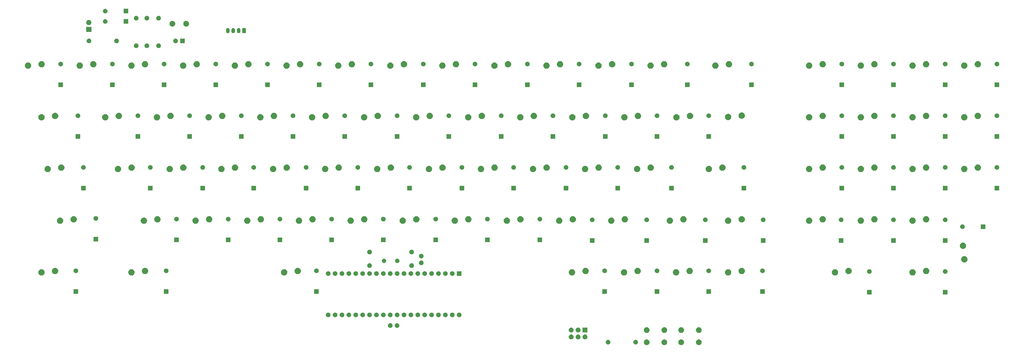
<source format=gts>
G04 #@! TF.GenerationSoftware,KiCad,Pcbnew,5.1.6-c6e7f7d~87~ubuntu18.04.1*
G04 #@! TF.CreationDate,2020-08-05T12:54:26+02:00*
G04 #@! TF.ProjectId,m0110a_qmk,6d303131-3061-45f7-916d-6b2e6b696361,rev?*
G04 #@! TF.SameCoordinates,Original*
G04 #@! TF.FileFunction,Soldermask,Top*
G04 #@! TF.FilePolarity,Negative*
%FSLAX46Y46*%
G04 Gerber Fmt 4.6, Leading zero omitted, Abs format (unit mm)*
G04 Created by KiCad (PCBNEW 5.1.6-c6e7f7d~87~ubuntu18.04.1) date 2020-08-05 12:54:26*
%MOMM*%
%LPD*%
G01*
G04 APERTURE LIST*
%ADD10C,0.350000*%
G04 APERTURE END LIST*
D10*
G36*
X281888564Y-182813389D02*
G01*
X282079833Y-182892615D01*
X282079835Y-182892616D01*
X282204782Y-182976103D01*
X282251973Y-183007635D01*
X282398365Y-183154027D01*
X282513385Y-183326167D01*
X282592611Y-183517436D01*
X282633000Y-183720484D01*
X282633000Y-183927516D01*
X282592611Y-184130564D01*
X282564885Y-184197500D01*
X282513384Y-184321835D01*
X282398365Y-184493973D01*
X282251973Y-184640365D01*
X282079835Y-184755384D01*
X282079834Y-184755385D01*
X282079833Y-184755385D01*
X281888564Y-184834611D01*
X281685516Y-184875000D01*
X281478484Y-184875000D01*
X281275436Y-184834611D01*
X281084167Y-184755385D01*
X281084166Y-184755385D01*
X281084165Y-184755384D01*
X280912027Y-184640365D01*
X280765635Y-184493973D01*
X280650616Y-184321835D01*
X280599115Y-184197500D01*
X280571389Y-184130564D01*
X280531000Y-183927516D01*
X280531000Y-183720484D01*
X280571389Y-183517436D01*
X280650615Y-183326167D01*
X280765635Y-183154027D01*
X280912027Y-183007635D01*
X280959218Y-182976103D01*
X281084165Y-182892616D01*
X281084167Y-182892615D01*
X281275436Y-182813389D01*
X281478484Y-182773000D01*
X281685516Y-182773000D01*
X281888564Y-182813389D01*
G37*
G36*
X275388564Y-182813389D02*
G01*
X275579833Y-182892615D01*
X275579835Y-182892616D01*
X275704782Y-182976103D01*
X275751973Y-183007635D01*
X275898365Y-183154027D01*
X276013385Y-183326167D01*
X276092611Y-183517436D01*
X276133000Y-183720484D01*
X276133000Y-183927516D01*
X276092611Y-184130564D01*
X276064885Y-184197500D01*
X276013384Y-184321835D01*
X275898365Y-184493973D01*
X275751973Y-184640365D01*
X275579835Y-184755384D01*
X275579834Y-184755385D01*
X275579833Y-184755385D01*
X275388564Y-184834611D01*
X275185516Y-184875000D01*
X274978484Y-184875000D01*
X274775436Y-184834611D01*
X274584167Y-184755385D01*
X274584166Y-184755385D01*
X274584165Y-184755384D01*
X274412027Y-184640365D01*
X274265635Y-184493973D01*
X274150616Y-184321835D01*
X274099115Y-184197500D01*
X274071389Y-184130564D01*
X274031000Y-183927516D01*
X274031000Y-183720484D01*
X274071389Y-183517436D01*
X274150615Y-183326167D01*
X274265635Y-183154027D01*
X274412027Y-183007635D01*
X274459218Y-182976103D01*
X274584165Y-182892616D01*
X274584167Y-182892615D01*
X274775436Y-182813389D01*
X274978484Y-182773000D01*
X275185516Y-182773000D01*
X275388564Y-182813389D01*
G37*
G36*
X262688564Y-182813389D02*
G01*
X262879833Y-182892615D01*
X262879835Y-182892616D01*
X263004782Y-182976103D01*
X263051973Y-183007635D01*
X263198365Y-183154027D01*
X263313385Y-183326167D01*
X263392611Y-183517436D01*
X263433000Y-183720484D01*
X263433000Y-183927516D01*
X263392611Y-184130564D01*
X263364885Y-184197500D01*
X263313384Y-184321835D01*
X263198365Y-184493973D01*
X263051973Y-184640365D01*
X262879835Y-184755384D01*
X262879834Y-184755385D01*
X262879833Y-184755385D01*
X262688564Y-184834611D01*
X262485516Y-184875000D01*
X262278484Y-184875000D01*
X262075436Y-184834611D01*
X261884167Y-184755385D01*
X261884166Y-184755385D01*
X261884165Y-184755384D01*
X261712027Y-184640365D01*
X261565635Y-184493973D01*
X261450616Y-184321835D01*
X261399115Y-184197500D01*
X261371389Y-184130564D01*
X261331000Y-183927516D01*
X261331000Y-183720484D01*
X261371389Y-183517436D01*
X261450615Y-183326167D01*
X261565635Y-183154027D01*
X261712027Y-183007635D01*
X261759218Y-182976103D01*
X261884165Y-182892616D01*
X261884167Y-182892615D01*
X262075436Y-182813389D01*
X262278484Y-182773000D01*
X262485516Y-182773000D01*
X262688564Y-182813389D01*
G37*
G36*
X269188564Y-182813389D02*
G01*
X269379833Y-182892615D01*
X269379835Y-182892616D01*
X269504782Y-182976103D01*
X269551973Y-183007635D01*
X269698365Y-183154027D01*
X269813385Y-183326167D01*
X269892611Y-183517436D01*
X269933000Y-183720484D01*
X269933000Y-183927516D01*
X269892611Y-184130564D01*
X269864885Y-184197500D01*
X269813384Y-184321835D01*
X269698365Y-184493973D01*
X269551973Y-184640365D01*
X269379835Y-184755384D01*
X269379834Y-184755385D01*
X269379833Y-184755385D01*
X269188564Y-184834611D01*
X268985516Y-184875000D01*
X268778484Y-184875000D01*
X268575436Y-184834611D01*
X268384167Y-184755385D01*
X268384166Y-184755385D01*
X268384165Y-184755384D01*
X268212027Y-184640365D01*
X268065635Y-184493973D01*
X267950616Y-184321835D01*
X267899115Y-184197500D01*
X267871389Y-184130564D01*
X267831000Y-183927516D01*
X267831000Y-183720484D01*
X267871389Y-183517436D01*
X267950615Y-183326167D01*
X268065635Y-183154027D01*
X268212027Y-183007635D01*
X268259218Y-182976103D01*
X268384165Y-182892616D01*
X268384167Y-182892615D01*
X268575436Y-182813389D01*
X268778484Y-182773000D01*
X268985516Y-182773000D01*
X269188564Y-182813389D01*
G37*
G36*
X248406228Y-182976103D02*
G01*
X248561100Y-183040253D01*
X248700481Y-183133385D01*
X248819015Y-183251919D01*
X248912147Y-183391300D01*
X248976297Y-183546172D01*
X249009000Y-183710584D01*
X249009000Y-183878216D01*
X248976297Y-184042628D01*
X248912147Y-184197500D01*
X248819015Y-184336881D01*
X248700481Y-184455415D01*
X248561100Y-184548547D01*
X248406228Y-184612697D01*
X248241816Y-184645400D01*
X248074184Y-184645400D01*
X247909772Y-184612697D01*
X247754900Y-184548547D01*
X247615519Y-184455415D01*
X247496985Y-184336881D01*
X247403853Y-184197500D01*
X247339703Y-184042628D01*
X247307000Y-183878216D01*
X247307000Y-183710584D01*
X247339703Y-183546172D01*
X247403853Y-183391300D01*
X247496985Y-183251919D01*
X247615519Y-183133385D01*
X247754900Y-183040253D01*
X247909772Y-182976103D01*
X248074184Y-182943400D01*
X248241816Y-182943400D01*
X248406228Y-182976103D01*
G37*
G36*
X258566228Y-182976103D02*
G01*
X258721100Y-183040253D01*
X258860481Y-183133385D01*
X258979015Y-183251919D01*
X259072147Y-183391300D01*
X259136297Y-183546172D01*
X259169000Y-183710584D01*
X259169000Y-183878216D01*
X259136297Y-184042628D01*
X259072147Y-184197500D01*
X258979015Y-184336881D01*
X258860481Y-184455415D01*
X258721100Y-184548547D01*
X258566228Y-184612697D01*
X258401816Y-184645400D01*
X258234184Y-184645400D01*
X258069772Y-184612697D01*
X257914900Y-184548547D01*
X257775519Y-184455415D01*
X257656985Y-184336881D01*
X257563853Y-184197500D01*
X257499703Y-184042628D01*
X257467000Y-183878216D01*
X257467000Y-183710584D01*
X257499703Y-183546172D01*
X257563853Y-183391300D01*
X257656985Y-183251919D01*
X257775519Y-183133385D01*
X257914900Y-183040253D01*
X258069772Y-182976103D01*
X258234184Y-182943400D01*
X258401816Y-182943400D01*
X258566228Y-182976103D01*
G37*
G36*
X239762512Y-180967927D02*
G01*
X239911812Y-180997624D01*
X240075784Y-181065544D01*
X240223354Y-181164147D01*
X240348853Y-181289646D01*
X240447456Y-181437216D01*
X240515376Y-181601188D01*
X240550000Y-181775259D01*
X240550000Y-181952741D01*
X240515376Y-182126812D01*
X240447456Y-182290784D01*
X240348853Y-182438354D01*
X240223354Y-182563853D01*
X240075784Y-182662456D01*
X239911812Y-182730376D01*
X239762512Y-182760073D01*
X239737742Y-182765000D01*
X239560258Y-182765000D01*
X239535488Y-182760073D01*
X239386188Y-182730376D01*
X239222216Y-182662456D01*
X239074646Y-182563853D01*
X238949147Y-182438354D01*
X238850544Y-182290784D01*
X238782624Y-182126812D01*
X238748000Y-181952741D01*
X238748000Y-181775259D01*
X238782624Y-181601188D01*
X238850544Y-181437216D01*
X238949147Y-181289646D01*
X239074646Y-181164147D01*
X239222216Y-181065544D01*
X239386188Y-180997624D01*
X239535488Y-180967927D01*
X239560258Y-180963000D01*
X239737742Y-180963000D01*
X239762512Y-180967927D01*
G37*
G36*
X237222512Y-180967927D02*
G01*
X237371812Y-180997624D01*
X237535784Y-181065544D01*
X237683354Y-181164147D01*
X237808853Y-181289646D01*
X237907456Y-181437216D01*
X237975376Y-181601188D01*
X238010000Y-181775259D01*
X238010000Y-181952741D01*
X237975376Y-182126812D01*
X237907456Y-182290784D01*
X237808853Y-182438354D01*
X237683354Y-182563853D01*
X237535784Y-182662456D01*
X237371812Y-182730376D01*
X237222512Y-182760073D01*
X237197742Y-182765000D01*
X237020258Y-182765000D01*
X236995488Y-182760073D01*
X236846188Y-182730376D01*
X236682216Y-182662456D01*
X236534646Y-182563853D01*
X236409147Y-182438354D01*
X236310544Y-182290784D01*
X236242624Y-182126812D01*
X236208000Y-181952741D01*
X236208000Y-181775259D01*
X236242624Y-181601188D01*
X236310544Y-181437216D01*
X236409147Y-181289646D01*
X236534646Y-181164147D01*
X236682216Y-181065544D01*
X236846188Y-180997624D01*
X236995488Y-180967927D01*
X237020258Y-180963000D01*
X237197742Y-180963000D01*
X237222512Y-180967927D01*
G37*
G36*
X234682512Y-180967927D02*
G01*
X234831812Y-180997624D01*
X234995784Y-181065544D01*
X235143354Y-181164147D01*
X235268853Y-181289646D01*
X235367456Y-181437216D01*
X235435376Y-181601188D01*
X235470000Y-181775259D01*
X235470000Y-181952741D01*
X235435376Y-182126812D01*
X235367456Y-182290784D01*
X235268853Y-182438354D01*
X235143354Y-182563853D01*
X234995784Y-182662456D01*
X234831812Y-182730376D01*
X234682512Y-182760073D01*
X234657742Y-182765000D01*
X234480258Y-182765000D01*
X234455488Y-182760073D01*
X234306188Y-182730376D01*
X234142216Y-182662456D01*
X233994646Y-182563853D01*
X233869147Y-182438354D01*
X233770544Y-182290784D01*
X233702624Y-182126812D01*
X233668000Y-181952741D01*
X233668000Y-181775259D01*
X233702624Y-181601188D01*
X233770544Y-181437216D01*
X233869147Y-181289646D01*
X233994646Y-181164147D01*
X234142216Y-181065544D01*
X234306188Y-180997624D01*
X234455488Y-180967927D01*
X234480258Y-180963000D01*
X234657742Y-180963000D01*
X234682512Y-180967927D01*
G37*
G36*
X262688564Y-178313389D02*
G01*
X262879833Y-178392615D01*
X262879835Y-178392616D01*
X263051973Y-178507635D01*
X263198365Y-178654027D01*
X263262256Y-178749646D01*
X263313385Y-178826167D01*
X263392611Y-179017436D01*
X263433000Y-179220484D01*
X263433000Y-179427516D01*
X263392611Y-179630564D01*
X263342815Y-179750782D01*
X263313384Y-179821835D01*
X263198365Y-179993973D01*
X263051973Y-180140365D01*
X262879835Y-180255384D01*
X262879834Y-180255385D01*
X262879833Y-180255385D01*
X262688564Y-180334611D01*
X262485516Y-180375000D01*
X262278484Y-180375000D01*
X262075436Y-180334611D01*
X261884167Y-180255385D01*
X261884166Y-180255385D01*
X261884165Y-180255384D01*
X261712027Y-180140365D01*
X261565635Y-179993973D01*
X261450616Y-179821835D01*
X261421185Y-179750782D01*
X261371389Y-179630564D01*
X261331000Y-179427516D01*
X261331000Y-179220484D01*
X261371389Y-179017436D01*
X261450615Y-178826167D01*
X261501745Y-178749646D01*
X261565635Y-178654027D01*
X261712027Y-178507635D01*
X261884165Y-178392616D01*
X261884167Y-178392615D01*
X262075436Y-178313389D01*
X262278484Y-178273000D01*
X262485516Y-178273000D01*
X262688564Y-178313389D01*
G37*
G36*
X275388564Y-178313389D02*
G01*
X275579833Y-178392615D01*
X275579835Y-178392616D01*
X275751973Y-178507635D01*
X275898365Y-178654027D01*
X275962256Y-178749646D01*
X276013385Y-178826167D01*
X276092611Y-179017436D01*
X276133000Y-179220484D01*
X276133000Y-179427516D01*
X276092611Y-179630564D01*
X276042815Y-179750782D01*
X276013384Y-179821835D01*
X275898365Y-179993973D01*
X275751973Y-180140365D01*
X275579835Y-180255384D01*
X275579834Y-180255385D01*
X275579833Y-180255385D01*
X275388564Y-180334611D01*
X275185516Y-180375000D01*
X274978484Y-180375000D01*
X274775436Y-180334611D01*
X274584167Y-180255385D01*
X274584166Y-180255385D01*
X274584165Y-180255384D01*
X274412027Y-180140365D01*
X274265635Y-179993973D01*
X274150616Y-179821835D01*
X274121185Y-179750782D01*
X274071389Y-179630564D01*
X274031000Y-179427516D01*
X274031000Y-179220484D01*
X274071389Y-179017436D01*
X274150615Y-178826167D01*
X274201745Y-178749646D01*
X274265635Y-178654027D01*
X274412027Y-178507635D01*
X274584165Y-178392616D01*
X274584167Y-178392615D01*
X274775436Y-178313389D01*
X274978484Y-178273000D01*
X275185516Y-178273000D01*
X275388564Y-178313389D01*
G37*
G36*
X281888564Y-178313389D02*
G01*
X282079833Y-178392615D01*
X282079835Y-178392616D01*
X282251973Y-178507635D01*
X282398365Y-178654027D01*
X282462256Y-178749646D01*
X282513385Y-178826167D01*
X282592611Y-179017436D01*
X282633000Y-179220484D01*
X282633000Y-179427516D01*
X282592611Y-179630564D01*
X282542815Y-179750782D01*
X282513384Y-179821835D01*
X282398365Y-179993973D01*
X282251973Y-180140365D01*
X282079835Y-180255384D01*
X282079834Y-180255385D01*
X282079833Y-180255385D01*
X281888564Y-180334611D01*
X281685516Y-180375000D01*
X281478484Y-180375000D01*
X281275436Y-180334611D01*
X281084167Y-180255385D01*
X281084166Y-180255385D01*
X281084165Y-180255384D01*
X280912027Y-180140365D01*
X280765635Y-179993973D01*
X280650616Y-179821835D01*
X280621185Y-179750782D01*
X280571389Y-179630564D01*
X280531000Y-179427516D01*
X280531000Y-179220484D01*
X280571389Y-179017436D01*
X280650615Y-178826167D01*
X280701745Y-178749646D01*
X280765635Y-178654027D01*
X280912027Y-178507635D01*
X281084165Y-178392616D01*
X281084167Y-178392615D01*
X281275436Y-178313389D01*
X281478484Y-178273000D01*
X281685516Y-178273000D01*
X281888564Y-178313389D01*
G37*
G36*
X269188564Y-178313389D02*
G01*
X269379833Y-178392615D01*
X269379835Y-178392616D01*
X269551973Y-178507635D01*
X269698365Y-178654027D01*
X269762256Y-178749646D01*
X269813385Y-178826167D01*
X269892611Y-179017436D01*
X269933000Y-179220484D01*
X269933000Y-179427516D01*
X269892611Y-179630564D01*
X269842815Y-179750782D01*
X269813384Y-179821835D01*
X269698365Y-179993973D01*
X269551973Y-180140365D01*
X269379835Y-180255384D01*
X269379834Y-180255385D01*
X269379833Y-180255385D01*
X269188564Y-180334611D01*
X268985516Y-180375000D01*
X268778484Y-180375000D01*
X268575436Y-180334611D01*
X268384167Y-180255385D01*
X268384166Y-180255385D01*
X268384165Y-180255384D01*
X268212027Y-180140365D01*
X268065635Y-179993973D01*
X267950616Y-179821835D01*
X267921185Y-179750782D01*
X267871389Y-179630564D01*
X267831000Y-179427516D01*
X267831000Y-179220484D01*
X267871389Y-179017436D01*
X267950615Y-178826167D01*
X268001745Y-178749646D01*
X268065635Y-178654027D01*
X268212027Y-178507635D01*
X268384165Y-178392616D01*
X268384167Y-178392615D01*
X268575436Y-178313389D01*
X268778484Y-178273000D01*
X268985516Y-178273000D01*
X269188564Y-178313389D01*
G37*
G36*
X237218590Y-178427147D02*
G01*
X237371812Y-178457624D01*
X237535784Y-178525544D01*
X237683354Y-178624147D01*
X237808853Y-178749646D01*
X237907456Y-178897216D01*
X237975376Y-179061188D01*
X238010000Y-179235259D01*
X238010000Y-179412741D01*
X237975376Y-179586812D01*
X237907456Y-179750784D01*
X237808853Y-179898354D01*
X237683354Y-180023853D01*
X237535784Y-180122456D01*
X237371812Y-180190376D01*
X237222512Y-180220073D01*
X237197742Y-180225000D01*
X237020258Y-180225000D01*
X236995488Y-180220073D01*
X236846188Y-180190376D01*
X236682216Y-180122456D01*
X236534646Y-180023853D01*
X236409147Y-179898354D01*
X236310544Y-179750784D01*
X236242624Y-179586812D01*
X236208000Y-179412741D01*
X236208000Y-179235259D01*
X236242624Y-179061188D01*
X236310544Y-178897216D01*
X236409147Y-178749646D01*
X236534646Y-178624147D01*
X236682216Y-178525544D01*
X236846188Y-178457624D01*
X236999410Y-178427147D01*
X237020258Y-178423000D01*
X237197742Y-178423000D01*
X237218590Y-178427147D01*
G37*
G36*
X240550000Y-180225000D02*
G01*
X238748000Y-180225000D01*
X238748000Y-178423000D01*
X240550000Y-178423000D01*
X240550000Y-180225000D01*
G37*
G36*
X234678590Y-178427147D02*
G01*
X234831812Y-178457624D01*
X234995784Y-178525544D01*
X235143354Y-178624147D01*
X235268853Y-178749646D01*
X235367456Y-178897216D01*
X235435376Y-179061188D01*
X235470000Y-179235259D01*
X235470000Y-179412741D01*
X235435376Y-179586812D01*
X235367456Y-179750784D01*
X235268853Y-179898354D01*
X235143354Y-180023853D01*
X234995784Y-180122456D01*
X234831812Y-180190376D01*
X234682512Y-180220073D01*
X234657742Y-180225000D01*
X234480258Y-180225000D01*
X234455488Y-180220073D01*
X234306188Y-180190376D01*
X234142216Y-180122456D01*
X233994646Y-180023853D01*
X233869147Y-179898354D01*
X233770544Y-179750784D01*
X233702624Y-179586812D01*
X233668000Y-179412741D01*
X233668000Y-179235259D01*
X233702624Y-179061188D01*
X233770544Y-178897216D01*
X233869147Y-178749646D01*
X233994646Y-178624147D01*
X234142216Y-178525544D01*
X234306188Y-178457624D01*
X234459410Y-178427147D01*
X234480258Y-178423000D01*
X234657742Y-178423000D01*
X234678590Y-178427147D01*
G37*
G36*
X168142228Y-176854703D02*
G01*
X168297100Y-176918853D01*
X168436481Y-177011985D01*
X168555015Y-177130519D01*
X168648147Y-177269900D01*
X168712297Y-177424772D01*
X168745000Y-177589184D01*
X168745000Y-177756816D01*
X168712297Y-177921228D01*
X168648147Y-178076100D01*
X168555015Y-178215481D01*
X168436481Y-178334015D01*
X168297100Y-178427147D01*
X168142228Y-178491297D01*
X167977816Y-178524000D01*
X167810184Y-178524000D01*
X167645772Y-178491297D01*
X167490900Y-178427147D01*
X167351519Y-178334015D01*
X167232985Y-178215481D01*
X167139853Y-178076100D01*
X167075703Y-177921228D01*
X167043000Y-177756816D01*
X167043000Y-177589184D01*
X167075703Y-177424772D01*
X167139853Y-177269900D01*
X167232985Y-177130519D01*
X167351519Y-177011985D01*
X167490900Y-176918853D01*
X167645772Y-176854703D01*
X167810184Y-176822000D01*
X167977816Y-176822000D01*
X168142228Y-176854703D01*
G37*
G36*
X170642228Y-176854703D02*
G01*
X170797100Y-176918853D01*
X170936481Y-177011985D01*
X171055015Y-177130519D01*
X171148147Y-177269900D01*
X171212297Y-177424772D01*
X171245000Y-177589184D01*
X171245000Y-177756816D01*
X171212297Y-177921228D01*
X171148147Y-178076100D01*
X171055015Y-178215481D01*
X170936481Y-178334015D01*
X170797100Y-178427147D01*
X170642228Y-178491297D01*
X170477816Y-178524000D01*
X170310184Y-178524000D01*
X170145772Y-178491297D01*
X169990900Y-178427147D01*
X169851519Y-178334015D01*
X169732985Y-178215481D01*
X169639853Y-178076100D01*
X169575703Y-177921228D01*
X169543000Y-177756816D01*
X169543000Y-177589184D01*
X169575703Y-177424772D01*
X169639853Y-177269900D01*
X169732985Y-177130519D01*
X169851519Y-177011985D01*
X169990900Y-176918853D01*
X170145772Y-176854703D01*
X170310184Y-176822000D01*
X170477816Y-176822000D01*
X170642228Y-176854703D01*
G37*
G36*
X183382228Y-172917703D02*
G01*
X183537100Y-172981853D01*
X183676481Y-173074985D01*
X183795015Y-173193519D01*
X183888147Y-173332900D01*
X183952297Y-173487772D01*
X183985000Y-173652184D01*
X183985000Y-173819816D01*
X183952297Y-173984228D01*
X183888147Y-174139100D01*
X183795015Y-174278481D01*
X183676481Y-174397015D01*
X183537100Y-174490147D01*
X183382228Y-174554297D01*
X183217816Y-174587000D01*
X183050184Y-174587000D01*
X182885772Y-174554297D01*
X182730900Y-174490147D01*
X182591519Y-174397015D01*
X182472985Y-174278481D01*
X182379853Y-174139100D01*
X182315703Y-173984228D01*
X182283000Y-173819816D01*
X182283000Y-173652184D01*
X182315703Y-173487772D01*
X182379853Y-173332900D01*
X182472985Y-173193519D01*
X182591519Y-173074985D01*
X182730900Y-172981853D01*
X182885772Y-172917703D01*
X183050184Y-172885000D01*
X183217816Y-172885000D01*
X183382228Y-172917703D01*
G37*
G36*
X152902228Y-172917703D02*
G01*
X153057100Y-172981853D01*
X153196481Y-173074985D01*
X153315015Y-173193519D01*
X153408147Y-173332900D01*
X153472297Y-173487772D01*
X153505000Y-173652184D01*
X153505000Y-173819816D01*
X153472297Y-173984228D01*
X153408147Y-174139100D01*
X153315015Y-174278481D01*
X153196481Y-174397015D01*
X153057100Y-174490147D01*
X152902228Y-174554297D01*
X152737816Y-174587000D01*
X152570184Y-174587000D01*
X152405772Y-174554297D01*
X152250900Y-174490147D01*
X152111519Y-174397015D01*
X151992985Y-174278481D01*
X151899853Y-174139100D01*
X151835703Y-173984228D01*
X151803000Y-173819816D01*
X151803000Y-173652184D01*
X151835703Y-173487772D01*
X151899853Y-173332900D01*
X151992985Y-173193519D01*
X152111519Y-173074985D01*
X152250900Y-172981853D01*
X152405772Y-172917703D01*
X152570184Y-172885000D01*
X152737816Y-172885000D01*
X152902228Y-172917703D01*
G37*
G36*
X147822228Y-172917703D02*
G01*
X147977100Y-172981853D01*
X148116481Y-173074985D01*
X148235015Y-173193519D01*
X148328147Y-173332900D01*
X148392297Y-173487772D01*
X148425000Y-173652184D01*
X148425000Y-173819816D01*
X148392297Y-173984228D01*
X148328147Y-174139100D01*
X148235015Y-174278481D01*
X148116481Y-174397015D01*
X147977100Y-174490147D01*
X147822228Y-174554297D01*
X147657816Y-174587000D01*
X147490184Y-174587000D01*
X147325772Y-174554297D01*
X147170900Y-174490147D01*
X147031519Y-174397015D01*
X146912985Y-174278481D01*
X146819853Y-174139100D01*
X146755703Y-173984228D01*
X146723000Y-173819816D01*
X146723000Y-173652184D01*
X146755703Y-173487772D01*
X146819853Y-173332900D01*
X146912985Y-173193519D01*
X147031519Y-173074985D01*
X147170900Y-172981853D01*
X147325772Y-172917703D01*
X147490184Y-172885000D01*
X147657816Y-172885000D01*
X147822228Y-172917703D01*
G37*
G36*
X145282228Y-172917703D02*
G01*
X145437100Y-172981853D01*
X145576481Y-173074985D01*
X145695015Y-173193519D01*
X145788147Y-173332900D01*
X145852297Y-173487772D01*
X145885000Y-173652184D01*
X145885000Y-173819816D01*
X145852297Y-173984228D01*
X145788147Y-174139100D01*
X145695015Y-174278481D01*
X145576481Y-174397015D01*
X145437100Y-174490147D01*
X145282228Y-174554297D01*
X145117816Y-174587000D01*
X144950184Y-174587000D01*
X144785772Y-174554297D01*
X144630900Y-174490147D01*
X144491519Y-174397015D01*
X144372985Y-174278481D01*
X144279853Y-174139100D01*
X144215703Y-173984228D01*
X144183000Y-173819816D01*
X144183000Y-173652184D01*
X144215703Y-173487772D01*
X144279853Y-173332900D01*
X144372985Y-173193519D01*
X144491519Y-173074985D01*
X144630900Y-172981853D01*
X144785772Y-172917703D01*
X144950184Y-172885000D01*
X145117816Y-172885000D01*
X145282228Y-172917703D01*
G37*
G36*
X193542228Y-172917703D02*
G01*
X193697100Y-172981853D01*
X193836481Y-173074985D01*
X193955015Y-173193519D01*
X194048147Y-173332900D01*
X194112297Y-173487772D01*
X194145000Y-173652184D01*
X194145000Y-173819816D01*
X194112297Y-173984228D01*
X194048147Y-174139100D01*
X193955015Y-174278481D01*
X193836481Y-174397015D01*
X193697100Y-174490147D01*
X193542228Y-174554297D01*
X193377816Y-174587000D01*
X193210184Y-174587000D01*
X193045772Y-174554297D01*
X192890900Y-174490147D01*
X192751519Y-174397015D01*
X192632985Y-174278481D01*
X192539853Y-174139100D01*
X192475703Y-173984228D01*
X192443000Y-173819816D01*
X192443000Y-173652184D01*
X192475703Y-173487772D01*
X192539853Y-173332900D01*
X192632985Y-173193519D01*
X192751519Y-173074985D01*
X192890900Y-172981853D01*
X193045772Y-172917703D01*
X193210184Y-172885000D01*
X193377816Y-172885000D01*
X193542228Y-172917703D01*
G37*
G36*
X191002228Y-172917703D02*
G01*
X191157100Y-172981853D01*
X191296481Y-173074985D01*
X191415015Y-173193519D01*
X191508147Y-173332900D01*
X191572297Y-173487772D01*
X191605000Y-173652184D01*
X191605000Y-173819816D01*
X191572297Y-173984228D01*
X191508147Y-174139100D01*
X191415015Y-174278481D01*
X191296481Y-174397015D01*
X191157100Y-174490147D01*
X191002228Y-174554297D01*
X190837816Y-174587000D01*
X190670184Y-174587000D01*
X190505772Y-174554297D01*
X190350900Y-174490147D01*
X190211519Y-174397015D01*
X190092985Y-174278481D01*
X189999853Y-174139100D01*
X189935703Y-173984228D01*
X189903000Y-173819816D01*
X189903000Y-173652184D01*
X189935703Y-173487772D01*
X189999853Y-173332900D01*
X190092985Y-173193519D01*
X190211519Y-173074985D01*
X190350900Y-172981853D01*
X190505772Y-172917703D01*
X190670184Y-172885000D01*
X190837816Y-172885000D01*
X191002228Y-172917703D01*
G37*
G36*
X188462228Y-172917703D02*
G01*
X188617100Y-172981853D01*
X188756481Y-173074985D01*
X188875015Y-173193519D01*
X188968147Y-173332900D01*
X189032297Y-173487772D01*
X189065000Y-173652184D01*
X189065000Y-173819816D01*
X189032297Y-173984228D01*
X188968147Y-174139100D01*
X188875015Y-174278481D01*
X188756481Y-174397015D01*
X188617100Y-174490147D01*
X188462228Y-174554297D01*
X188297816Y-174587000D01*
X188130184Y-174587000D01*
X187965772Y-174554297D01*
X187810900Y-174490147D01*
X187671519Y-174397015D01*
X187552985Y-174278481D01*
X187459853Y-174139100D01*
X187395703Y-173984228D01*
X187363000Y-173819816D01*
X187363000Y-173652184D01*
X187395703Y-173487772D01*
X187459853Y-173332900D01*
X187552985Y-173193519D01*
X187671519Y-173074985D01*
X187810900Y-172981853D01*
X187965772Y-172917703D01*
X188130184Y-172885000D01*
X188297816Y-172885000D01*
X188462228Y-172917703D01*
G37*
G36*
X185922228Y-172917703D02*
G01*
X186077100Y-172981853D01*
X186216481Y-173074985D01*
X186335015Y-173193519D01*
X186428147Y-173332900D01*
X186492297Y-173487772D01*
X186525000Y-173652184D01*
X186525000Y-173819816D01*
X186492297Y-173984228D01*
X186428147Y-174139100D01*
X186335015Y-174278481D01*
X186216481Y-174397015D01*
X186077100Y-174490147D01*
X185922228Y-174554297D01*
X185757816Y-174587000D01*
X185590184Y-174587000D01*
X185425772Y-174554297D01*
X185270900Y-174490147D01*
X185131519Y-174397015D01*
X185012985Y-174278481D01*
X184919853Y-174139100D01*
X184855703Y-173984228D01*
X184823000Y-173819816D01*
X184823000Y-173652184D01*
X184855703Y-173487772D01*
X184919853Y-173332900D01*
X185012985Y-173193519D01*
X185131519Y-173074985D01*
X185270900Y-172981853D01*
X185425772Y-172917703D01*
X185590184Y-172885000D01*
X185757816Y-172885000D01*
X185922228Y-172917703D01*
G37*
G36*
X180842228Y-172917703D02*
G01*
X180997100Y-172981853D01*
X181136481Y-173074985D01*
X181255015Y-173193519D01*
X181348147Y-173332900D01*
X181412297Y-173487772D01*
X181445000Y-173652184D01*
X181445000Y-173819816D01*
X181412297Y-173984228D01*
X181348147Y-174139100D01*
X181255015Y-174278481D01*
X181136481Y-174397015D01*
X180997100Y-174490147D01*
X180842228Y-174554297D01*
X180677816Y-174587000D01*
X180510184Y-174587000D01*
X180345772Y-174554297D01*
X180190900Y-174490147D01*
X180051519Y-174397015D01*
X179932985Y-174278481D01*
X179839853Y-174139100D01*
X179775703Y-173984228D01*
X179743000Y-173819816D01*
X179743000Y-173652184D01*
X179775703Y-173487772D01*
X179839853Y-173332900D01*
X179932985Y-173193519D01*
X180051519Y-173074985D01*
X180190900Y-172981853D01*
X180345772Y-172917703D01*
X180510184Y-172885000D01*
X180677816Y-172885000D01*
X180842228Y-172917703D01*
G37*
G36*
X178302228Y-172917703D02*
G01*
X178457100Y-172981853D01*
X178596481Y-173074985D01*
X178715015Y-173193519D01*
X178808147Y-173332900D01*
X178872297Y-173487772D01*
X178905000Y-173652184D01*
X178905000Y-173819816D01*
X178872297Y-173984228D01*
X178808147Y-174139100D01*
X178715015Y-174278481D01*
X178596481Y-174397015D01*
X178457100Y-174490147D01*
X178302228Y-174554297D01*
X178137816Y-174587000D01*
X177970184Y-174587000D01*
X177805772Y-174554297D01*
X177650900Y-174490147D01*
X177511519Y-174397015D01*
X177392985Y-174278481D01*
X177299853Y-174139100D01*
X177235703Y-173984228D01*
X177203000Y-173819816D01*
X177203000Y-173652184D01*
X177235703Y-173487772D01*
X177299853Y-173332900D01*
X177392985Y-173193519D01*
X177511519Y-173074985D01*
X177650900Y-172981853D01*
X177805772Y-172917703D01*
X177970184Y-172885000D01*
X178137816Y-172885000D01*
X178302228Y-172917703D01*
G37*
G36*
X173222228Y-172917703D02*
G01*
X173377100Y-172981853D01*
X173516481Y-173074985D01*
X173635015Y-173193519D01*
X173728147Y-173332900D01*
X173792297Y-173487772D01*
X173825000Y-173652184D01*
X173825000Y-173819816D01*
X173792297Y-173984228D01*
X173728147Y-174139100D01*
X173635015Y-174278481D01*
X173516481Y-174397015D01*
X173377100Y-174490147D01*
X173222228Y-174554297D01*
X173057816Y-174587000D01*
X172890184Y-174587000D01*
X172725772Y-174554297D01*
X172570900Y-174490147D01*
X172431519Y-174397015D01*
X172312985Y-174278481D01*
X172219853Y-174139100D01*
X172155703Y-173984228D01*
X172123000Y-173819816D01*
X172123000Y-173652184D01*
X172155703Y-173487772D01*
X172219853Y-173332900D01*
X172312985Y-173193519D01*
X172431519Y-173074985D01*
X172570900Y-172981853D01*
X172725772Y-172917703D01*
X172890184Y-172885000D01*
X173057816Y-172885000D01*
X173222228Y-172917703D01*
G37*
G36*
X155442228Y-172917703D02*
G01*
X155597100Y-172981853D01*
X155736481Y-173074985D01*
X155855015Y-173193519D01*
X155948147Y-173332900D01*
X156012297Y-173487772D01*
X156045000Y-173652184D01*
X156045000Y-173819816D01*
X156012297Y-173984228D01*
X155948147Y-174139100D01*
X155855015Y-174278481D01*
X155736481Y-174397015D01*
X155597100Y-174490147D01*
X155442228Y-174554297D01*
X155277816Y-174587000D01*
X155110184Y-174587000D01*
X154945772Y-174554297D01*
X154790900Y-174490147D01*
X154651519Y-174397015D01*
X154532985Y-174278481D01*
X154439853Y-174139100D01*
X154375703Y-173984228D01*
X154343000Y-173819816D01*
X154343000Y-173652184D01*
X154375703Y-173487772D01*
X154439853Y-173332900D01*
X154532985Y-173193519D01*
X154651519Y-173074985D01*
X154790900Y-172981853D01*
X154945772Y-172917703D01*
X155110184Y-172885000D01*
X155277816Y-172885000D01*
X155442228Y-172917703D01*
G37*
G36*
X170682228Y-172917703D02*
G01*
X170837100Y-172981853D01*
X170976481Y-173074985D01*
X171095015Y-173193519D01*
X171188147Y-173332900D01*
X171252297Y-173487772D01*
X171285000Y-173652184D01*
X171285000Y-173819816D01*
X171252297Y-173984228D01*
X171188147Y-174139100D01*
X171095015Y-174278481D01*
X170976481Y-174397015D01*
X170837100Y-174490147D01*
X170682228Y-174554297D01*
X170517816Y-174587000D01*
X170350184Y-174587000D01*
X170185772Y-174554297D01*
X170030900Y-174490147D01*
X169891519Y-174397015D01*
X169772985Y-174278481D01*
X169679853Y-174139100D01*
X169615703Y-173984228D01*
X169583000Y-173819816D01*
X169583000Y-173652184D01*
X169615703Y-173487772D01*
X169679853Y-173332900D01*
X169772985Y-173193519D01*
X169891519Y-173074985D01*
X170030900Y-172981853D01*
X170185772Y-172917703D01*
X170350184Y-172885000D01*
X170517816Y-172885000D01*
X170682228Y-172917703D01*
G37*
G36*
X168142228Y-172917703D02*
G01*
X168297100Y-172981853D01*
X168436481Y-173074985D01*
X168555015Y-173193519D01*
X168648147Y-173332900D01*
X168712297Y-173487772D01*
X168745000Y-173652184D01*
X168745000Y-173819816D01*
X168712297Y-173984228D01*
X168648147Y-174139100D01*
X168555015Y-174278481D01*
X168436481Y-174397015D01*
X168297100Y-174490147D01*
X168142228Y-174554297D01*
X167977816Y-174587000D01*
X167810184Y-174587000D01*
X167645772Y-174554297D01*
X167490900Y-174490147D01*
X167351519Y-174397015D01*
X167232985Y-174278481D01*
X167139853Y-174139100D01*
X167075703Y-173984228D01*
X167043000Y-173819816D01*
X167043000Y-173652184D01*
X167075703Y-173487772D01*
X167139853Y-173332900D01*
X167232985Y-173193519D01*
X167351519Y-173074985D01*
X167490900Y-172981853D01*
X167645772Y-172917703D01*
X167810184Y-172885000D01*
X167977816Y-172885000D01*
X168142228Y-172917703D01*
G37*
G36*
X165602228Y-172917703D02*
G01*
X165757100Y-172981853D01*
X165896481Y-173074985D01*
X166015015Y-173193519D01*
X166108147Y-173332900D01*
X166172297Y-173487772D01*
X166205000Y-173652184D01*
X166205000Y-173819816D01*
X166172297Y-173984228D01*
X166108147Y-174139100D01*
X166015015Y-174278481D01*
X165896481Y-174397015D01*
X165757100Y-174490147D01*
X165602228Y-174554297D01*
X165437816Y-174587000D01*
X165270184Y-174587000D01*
X165105772Y-174554297D01*
X164950900Y-174490147D01*
X164811519Y-174397015D01*
X164692985Y-174278481D01*
X164599853Y-174139100D01*
X164535703Y-173984228D01*
X164503000Y-173819816D01*
X164503000Y-173652184D01*
X164535703Y-173487772D01*
X164599853Y-173332900D01*
X164692985Y-173193519D01*
X164811519Y-173074985D01*
X164950900Y-172981853D01*
X165105772Y-172917703D01*
X165270184Y-172885000D01*
X165437816Y-172885000D01*
X165602228Y-172917703D01*
G37*
G36*
X163062228Y-172917703D02*
G01*
X163217100Y-172981853D01*
X163356481Y-173074985D01*
X163475015Y-173193519D01*
X163568147Y-173332900D01*
X163632297Y-173487772D01*
X163665000Y-173652184D01*
X163665000Y-173819816D01*
X163632297Y-173984228D01*
X163568147Y-174139100D01*
X163475015Y-174278481D01*
X163356481Y-174397015D01*
X163217100Y-174490147D01*
X163062228Y-174554297D01*
X162897816Y-174587000D01*
X162730184Y-174587000D01*
X162565772Y-174554297D01*
X162410900Y-174490147D01*
X162271519Y-174397015D01*
X162152985Y-174278481D01*
X162059853Y-174139100D01*
X161995703Y-173984228D01*
X161963000Y-173819816D01*
X161963000Y-173652184D01*
X161995703Y-173487772D01*
X162059853Y-173332900D01*
X162152985Y-173193519D01*
X162271519Y-173074985D01*
X162410900Y-172981853D01*
X162565772Y-172917703D01*
X162730184Y-172885000D01*
X162897816Y-172885000D01*
X163062228Y-172917703D01*
G37*
G36*
X160522228Y-172917703D02*
G01*
X160677100Y-172981853D01*
X160816481Y-173074985D01*
X160935015Y-173193519D01*
X161028147Y-173332900D01*
X161092297Y-173487772D01*
X161125000Y-173652184D01*
X161125000Y-173819816D01*
X161092297Y-173984228D01*
X161028147Y-174139100D01*
X160935015Y-174278481D01*
X160816481Y-174397015D01*
X160677100Y-174490147D01*
X160522228Y-174554297D01*
X160357816Y-174587000D01*
X160190184Y-174587000D01*
X160025772Y-174554297D01*
X159870900Y-174490147D01*
X159731519Y-174397015D01*
X159612985Y-174278481D01*
X159519853Y-174139100D01*
X159455703Y-173984228D01*
X159423000Y-173819816D01*
X159423000Y-173652184D01*
X159455703Y-173487772D01*
X159519853Y-173332900D01*
X159612985Y-173193519D01*
X159731519Y-173074985D01*
X159870900Y-172981853D01*
X160025772Y-172917703D01*
X160190184Y-172885000D01*
X160357816Y-172885000D01*
X160522228Y-172917703D01*
G37*
G36*
X157982228Y-172917703D02*
G01*
X158137100Y-172981853D01*
X158276481Y-173074985D01*
X158395015Y-173193519D01*
X158488147Y-173332900D01*
X158552297Y-173487772D01*
X158585000Y-173652184D01*
X158585000Y-173819816D01*
X158552297Y-173984228D01*
X158488147Y-174139100D01*
X158395015Y-174278481D01*
X158276481Y-174397015D01*
X158137100Y-174490147D01*
X157982228Y-174554297D01*
X157817816Y-174587000D01*
X157650184Y-174587000D01*
X157485772Y-174554297D01*
X157330900Y-174490147D01*
X157191519Y-174397015D01*
X157072985Y-174278481D01*
X156979853Y-174139100D01*
X156915703Y-173984228D01*
X156883000Y-173819816D01*
X156883000Y-173652184D01*
X156915703Y-173487772D01*
X156979853Y-173332900D01*
X157072985Y-173193519D01*
X157191519Y-173074985D01*
X157330900Y-172981853D01*
X157485772Y-172917703D01*
X157650184Y-172885000D01*
X157817816Y-172885000D01*
X157982228Y-172917703D01*
G37*
G36*
X150362228Y-172917703D02*
G01*
X150517100Y-172981853D01*
X150656481Y-173074985D01*
X150775015Y-173193519D01*
X150868147Y-173332900D01*
X150932297Y-173487772D01*
X150965000Y-173652184D01*
X150965000Y-173819816D01*
X150932297Y-173984228D01*
X150868147Y-174139100D01*
X150775015Y-174278481D01*
X150656481Y-174397015D01*
X150517100Y-174490147D01*
X150362228Y-174554297D01*
X150197816Y-174587000D01*
X150030184Y-174587000D01*
X149865772Y-174554297D01*
X149710900Y-174490147D01*
X149571519Y-174397015D01*
X149452985Y-174278481D01*
X149359853Y-174139100D01*
X149295703Y-173984228D01*
X149263000Y-173819816D01*
X149263000Y-173652184D01*
X149295703Y-173487772D01*
X149359853Y-173332900D01*
X149452985Y-173193519D01*
X149571519Y-173074985D01*
X149710900Y-172981853D01*
X149865772Y-172917703D01*
X150030184Y-172885000D01*
X150197816Y-172885000D01*
X150362228Y-172917703D01*
G37*
G36*
X175762228Y-172917703D02*
G01*
X175917100Y-172981853D01*
X176056481Y-173074985D01*
X176175015Y-173193519D01*
X176268147Y-173332900D01*
X176332297Y-173487772D01*
X176365000Y-173652184D01*
X176365000Y-173819816D01*
X176332297Y-173984228D01*
X176268147Y-174139100D01*
X176175015Y-174278481D01*
X176056481Y-174397015D01*
X175917100Y-174490147D01*
X175762228Y-174554297D01*
X175597816Y-174587000D01*
X175430184Y-174587000D01*
X175265772Y-174554297D01*
X175110900Y-174490147D01*
X174971519Y-174397015D01*
X174852985Y-174278481D01*
X174759853Y-174139100D01*
X174695703Y-173984228D01*
X174663000Y-173819816D01*
X174663000Y-173652184D01*
X174695703Y-173487772D01*
X174759853Y-173332900D01*
X174852985Y-173193519D01*
X174971519Y-173074985D01*
X175110900Y-172981853D01*
X175265772Y-172917703D01*
X175430184Y-172885000D01*
X175597816Y-172885000D01*
X175762228Y-172917703D01*
G37*
G36*
X373215000Y-166205000D02*
G01*
X371513000Y-166205000D01*
X371513000Y-164503000D01*
X373215000Y-164503000D01*
X373215000Y-166205000D01*
G37*
G36*
X345275000Y-166205000D02*
G01*
X343573000Y-166205000D01*
X343573000Y-164503000D01*
X345275000Y-164503000D01*
X345275000Y-166205000D01*
G37*
G36*
X86195000Y-165951000D02*
G01*
X84493000Y-165951000D01*
X84493000Y-164249000D01*
X86195000Y-164249000D01*
X86195000Y-165951000D01*
G37*
G36*
X267043000Y-165951000D02*
G01*
X265341000Y-165951000D01*
X265341000Y-164249000D01*
X267043000Y-164249000D01*
X267043000Y-165951000D01*
G37*
G36*
X305905000Y-165951000D02*
G01*
X304203000Y-165951000D01*
X304203000Y-164249000D01*
X305905000Y-164249000D01*
X305905000Y-165951000D01*
G37*
G36*
X247739000Y-165951000D02*
G01*
X246037000Y-165951000D01*
X246037000Y-164249000D01*
X247739000Y-164249000D01*
X247739000Y-165951000D01*
G37*
G36*
X141567000Y-165951000D02*
G01*
X139865000Y-165951000D01*
X139865000Y-164249000D01*
X141567000Y-164249000D01*
X141567000Y-165951000D01*
G37*
G36*
X52921000Y-165951000D02*
G01*
X51219000Y-165951000D01*
X51219000Y-164249000D01*
X52921000Y-164249000D01*
X52921000Y-165951000D01*
G37*
G36*
X286093000Y-165951000D02*
G01*
X284391000Y-165951000D01*
X284391000Y-164249000D01*
X286093000Y-164249000D01*
X286093000Y-165951000D01*
G37*
G36*
X183382228Y-157677703D02*
G01*
X183537100Y-157741853D01*
X183676481Y-157834985D01*
X183795015Y-157953519D01*
X183888147Y-158092900D01*
X183952297Y-158247772D01*
X183985000Y-158412184D01*
X183985000Y-158579816D01*
X183952297Y-158744228D01*
X183888147Y-158899100D01*
X183795015Y-159038481D01*
X183676481Y-159157015D01*
X183537100Y-159250147D01*
X183382228Y-159314297D01*
X183217816Y-159347000D01*
X183050184Y-159347000D01*
X182885772Y-159314297D01*
X182730900Y-159250147D01*
X182591519Y-159157015D01*
X182472985Y-159038481D01*
X182379853Y-158899100D01*
X182315703Y-158744228D01*
X182283000Y-158579816D01*
X182283000Y-158412184D01*
X182315703Y-158247772D01*
X182379853Y-158092900D01*
X182472985Y-157953519D01*
X182591519Y-157834985D01*
X182730900Y-157741853D01*
X182885772Y-157677703D01*
X183050184Y-157645000D01*
X183217816Y-157645000D01*
X183382228Y-157677703D01*
G37*
G36*
X185922228Y-157677703D02*
G01*
X186077100Y-157741853D01*
X186216481Y-157834985D01*
X186335015Y-157953519D01*
X186428147Y-158092900D01*
X186492297Y-158247772D01*
X186525000Y-158412184D01*
X186525000Y-158579816D01*
X186492297Y-158744228D01*
X186428147Y-158899100D01*
X186335015Y-159038481D01*
X186216481Y-159157015D01*
X186077100Y-159250147D01*
X185922228Y-159314297D01*
X185757816Y-159347000D01*
X185590184Y-159347000D01*
X185425772Y-159314297D01*
X185270900Y-159250147D01*
X185131519Y-159157015D01*
X185012985Y-159038481D01*
X184919853Y-158899100D01*
X184855703Y-158744228D01*
X184823000Y-158579816D01*
X184823000Y-158412184D01*
X184855703Y-158247772D01*
X184919853Y-158092900D01*
X185012985Y-157953519D01*
X185131519Y-157834985D01*
X185270900Y-157741853D01*
X185425772Y-157677703D01*
X185590184Y-157645000D01*
X185757816Y-157645000D01*
X185922228Y-157677703D01*
G37*
G36*
X188462228Y-157677703D02*
G01*
X188617100Y-157741853D01*
X188756481Y-157834985D01*
X188875015Y-157953519D01*
X188968147Y-158092900D01*
X189032297Y-158247772D01*
X189065000Y-158412184D01*
X189065000Y-158579816D01*
X189032297Y-158744228D01*
X188968147Y-158899100D01*
X188875015Y-159038481D01*
X188756481Y-159157015D01*
X188617100Y-159250147D01*
X188462228Y-159314297D01*
X188297816Y-159347000D01*
X188130184Y-159347000D01*
X187965772Y-159314297D01*
X187810900Y-159250147D01*
X187671519Y-159157015D01*
X187552985Y-159038481D01*
X187459853Y-158899100D01*
X187395703Y-158744228D01*
X187363000Y-158579816D01*
X187363000Y-158412184D01*
X187395703Y-158247772D01*
X187459853Y-158092900D01*
X187552985Y-157953519D01*
X187671519Y-157834985D01*
X187810900Y-157741853D01*
X187965772Y-157677703D01*
X188130184Y-157645000D01*
X188297816Y-157645000D01*
X188462228Y-157677703D01*
G37*
G36*
X163062228Y-157677703D02*
G01*
X163217100Y-157741853D01*
X163356481Y-157834985D01*
X163475015Y-157953519D01*
X163568147Y-158092900D01*
X163632297Y-158247772D01*
X163665000Y-158412184D01*
X163665000Y-158579816D01*
X163632297Y-158744228D01*
X163568147Y-158899100D01*
X163475015Y-159038481D01*
X163356481Y-159157015D01*
X163217100Y-159250147D01*
X163062228Y-159314297D01*
X162897816Y-159347000D01*
X162730184Y-159347000D01*
X162565772Y-159314297D01*
X162410900Y-159250147D01*
X162271519Y-159157015D01*
X162152985Y-159038481D01*
X162059853Y-158899100D01*
X161995703Y-158744228D01*
X161963000Y-158579816D01*
X161963000Y-158412184D01*
X161995703Y-158247772D01*
X162059853Y-158092900D01*
X162152985Y-157953519D01*
X162271519Y-157834985D01*
X162410900Y-157741853D01*
X162565772Y-157677703D01*
X162730184Y-157645000D01*
X162897816Y-157645000D01*
X163062228Y-157677703D01*
G37*
G36*
X191002228Y-157677703D02*
G01*
X191157100Y-157741853D01*
X191296481Y-157834985D01*
X191415015Y-157953519D01*
X191508147Y-158092900D01*
X191572297Y-158247772D01*
X191605000Y-158412184D01*
X191605000Y-158579816D01*
X191572297Y-158744228D01*
X191508147Y-158899100D01*
X191415015Y-159038481D01*
X191296481Y-159157015D01*
X191157100Y-159250147D01*
X191002228Y-159314297D01*
X190837816Y-159347000D01*
X190670184Y-159347000D01*
X190505772Y-159314297D01*
X190350900Y-159250147D01*
X190211519Y-159157015D01*
X190092985Y-159038481D01*
X189999853Y-158899100D01*
X189935703Y-158744228D01*
X189903000Y-158579816D01*
X189903000Y-158412184D01*
X189935703Y-158247772D01*
X189999853Y-158092900D01*
X190092985Y-157953519D01*
X190211519Y-157834985D01*
X190350900Y-157741853D01*
X190505772Y-157677703D01*
X190670184Y-157645000D01*
X190837816Y-157645000D01*
X191002228Y-157677703D01*
G37*
G36*
X194145000Y-159347000D02*
G01*
X192443000Y-159347000D01*
X192443000Y-157645000D01*
X194145000Y-157645000D01*
X194145000Y-159347000D01*
G37*
G36*
X178302228Y-157677703D02*
G01*
X178457100Y-157741853D01*
X178596481Y-157834985D01*
X178715015Y-157953519D01*
X178808147Y-158092900D01*
X178872297Y-158247772D01*
X178905000Y-158412184D01*
X178905000Y-158579816D01*
X178872297Y-158744228D01*
X178808147Y-158899100D01*
X178715015Y-159038481D01*
X178596481Y-159157015D01*
X178457100Y-159250147D01*
X178302228Y-159314297D01*
X178137816Y-159347000D01*
X177970184Y-159347000D01*
X177805772Y-159314297D01*
X177650900Y-159250147D01*
X177511519Y-159157015D01*
X177392985Y-159038481D01*
X177299853Y-158899100D01*
X177235703Y-158744228D01*
X177203000Y-158579816D01*
X177203000Y-158412184D01*
X177235703Y-158247772D01*
X177299853Y-158092900D01*
X177392985Y-157953519D01*
X177511519Y-157834985D01*
X177650900Y-157741853D01*
X177805772Y-157677703D01*
X177970184Y-157645000D01*
X178137816Y-157645000D01*
X178302228Y-157677703D01*
G37*
G36*
X175762228Y-157677703D02*
G01*
X175917100Y-157741853D01*
X176056481Y-157834985D01*
X176175015Y-157953519D01*
X176268147Y-158092900D01*
X176332297Y-158247772D01*
X176365000Y-158412184D01*
X176365000Y-158579816D01*
X176332297Y-158744228D01*
X176268147Y-158899100D01*
X176175015Y-159038481D01*
X176056481Y-159157015D01*
X175917100Y-159250147D01*
X175762228Y-159314297D01*
X175597816Y-159347000D01*
X175430184Y-159347000D01*
X175265772Y-159314297D01*
X175110900Y-159250147D01*
X174971519Y-159157015D01*
X174852985Y-159038481D01*
X174759853Y-158899100D01*
X174695703Y-158744228D01*
X174663000Y-158579816D01*
X174663000Y-158412184D01*
X174695703Y-158247772D01*
X174759853Y-158092900D01*
X174852985Y-157953519D01*
X174971519Y-157834985D01*
X175110900Y-157741853D01*
X175265772Y-157677703D01*
X175430184Y-157645000D01*
X175597816Y-157645000D01*
X175762228Y-157677703D01*
G37*
G36*
X173222228Y-157677703D02*
G01*
X173377100Y-157741853D01*
X173516481Y-157834985D01*
X173635015Y-157953519D01*
X173728147Y-158092900D01*
X173792297Y-158247772D01*
X173825000Y-158412184D01*
X173825000Y-158579816D01*
X173792297Y-158744228D01*
X173728147Y-158899100D01*
X173635015Y-159038481D01*
X173516481Y-159157015D01*
X173377100Y-159250147D01*
X173222228Y-159314297D01*
X173057816Y-159347000D01*
X172890184Y-159347000D01*
X172725772Y-159314297D01*
X172570900Y-159250147D01*
X172431519Y-159157015D01*
X172312985Y-159038481D01*
X172219853Y-158899100D01*
X172155703Y-158744228D01*
X172123000Y-158579816D01*
X172123000Y-158412184D01*
X172155703Y-158247772D01*
X172219853Y-158092900D01*
X172312985Y-157953519D01*
X172431519Y-157834985D01*
X172570900Y-157741853D01*
X172725772Y-157677703D01*
X172890184Y-157645000D01*
X173057816Y-157645000D01*
X173222228Y-157677703D01*
G37*
G36*
X170682228Y-157677703D02*
G01*
X170837100Y-157741853D01*
X170976481Y-157834985D01*
X171095015Y-157953519D01*
X171188147Y-158092900D01*
X171252297Y-158247772D01*
X171285000Y-158412184D01*
X171285000Y-158579816D01*
X171252297Y-158744228D01*
X171188147Y-158899100D01*
X171095015Y-159038481D01*
X170976481Y-159157015D01*
X170837100Y-159250147D01*
X170682228Y-159314297D01*
X170517816Y-159347000D01*
X170350184Y-159347000D01*
X170185772Y-159314297D01*
X170030900Y-159250147D01*
X169891519Y-159157015D01*
X169772985Y-159038481D01*
X169679853Y-158899100D01*
X169615703Y-158744228D01*
X169583000Y-158579816D01*
X169583000Y-158412184D01*
X169615703Y-158247772D01*
X169679853Y-158092900D01*
X169772985Y-157953519D01*
X169891519Y-157834985D01*
X170030900Y-157741853D01*
X170185772Y-157677703D01*
X170350184Y-157645000D01*
X170517816Y-157645000D01*
X170682228Y-157677703D01*
G37*
G36*
X168142228Y-157677703D02*
G01*
X168297100Y-157741853D01*
X168436481Y-157834985D01*
X168555015Y-157953519D01*
X168648147Y-158092900D01*
X168712297Y-158247772D01*
X168745000Y-158412184D01*
X168745000Y-158579816D01*
X168712297Y-158744228D01*
X168648147Y-158899100D01*
X168555015Y-159038481D01*
X168436481Y-159157015D01*
X168297100Y-159250147D01*
X168142228Y-159314297D01*
X167977816Y-159347000D01*
X167810184Y-159347000D01*
X167645772Y-159314297D01*
X167490900Y-159250147D01*
X167351519Y-159157015D01*
X167232985Y-159038481D01*
X167139853Y-158899100D01*
X167075703Y-158744228D01*
X167043000Y-158579816D01*
X167043000Y-158412184D01*
X167075703Y-158247772D01*
X167139853Y-158092900D01*
X167232985Y-157953519D01*
X167351519Y-157834985D01*
X167490900Y-157741853D01*
X167645772Y-157677703D01*
X167810184Y-157645000D01*
X167977816Y-157645000D01*
X168142228Y-157677703D01*
G37*
G36*
X150362228Y-157677703D02*
G01*
X150517100Y-157741853D01*
X150656481Y-157834985D01*
X150775015Y-157953519D01*
X150868147Y-158092900D01*
X150932297Y-158247772D01*
X150965000Y-158412184D01*
X150965000Y-158579816D01*
X150932297Y-158744228D01*
X150868147Y-158899100D01*
X150775015Y-159038481D01*
X150656481Y-159157015D01*
X150517100Y-159250147D01*
X150362228Y-159314297D01*
X150197816Y-159347000D01*
X150030184Y-159347000D01*
X149865772Y-159314297D01*
X149710900Y-159250147D01*
X149571519Y-159157015D01*
X149452985Y-159038481D01*
X149359853Y-158899100D01*
X149295703Y-158744228D01*
X149263000Y-158579816D01*
X149263000Y-158412184D01*
X149295703Y-158247772D01*
X149359853Y-158092900D01*
X149452985Y-157953519D01*
X149571519Y-157834985D01*
X149710900Y-157741853D01*
X149865772Y-157677703D01*
X150030184Y-157645000D01*
X150197816Y-157645000D01*
X150362228Y-157677703D01*
G37*
G36*
X157982228Y-157677703D02*
G01*
X158137100Y-157741853D01*
X158276481Y-157834985D01*
X158395015Y-157953519D01*
X158488147Y-158092900D01*
X158552297Y-158247772D01*
X158585000Y-158412184D01*
X158585000Y-158579816D01*
X158552297Y-158744228D01*
X158488147Y-158899100D01*
X158395015Y-159038481D01*
X158276481Y-159157015D01*
X158137100Y-159250147D01*
X157982228Y-159314297D01*
X157817816Y-159347000D01*
X157650184Y-159347000D01*
X157485772Y-159314297D01*
X157330900Y-159250147D01*
X157191519Y-159157015D01*
X157072985Y-159038481D01*
X156979853Y-158899100D01*
X156915703Y-158744228D01*
X156883000Y-158579816D01*
X156883000Y-158412184D01*
X156915703Y-158247772D01*
X156979853Y-158092900D01*
X157072985Y-157953519D01*
X157191519Y-157834985D01*
X157330900Y-157741853D01*
X157485772Y-157677703D01*
X157650184Y-157645000D01*
X157817816Y-157645000D01*
X157982228Y-157677703D01*
G37*
G36*
X180842228Y-157677703D02*
G01*
X180997100Y-157741853D01*
X181136481Y-157834985D01*
X181255015Y-157953519D01*
X181348147Y-158092900D01*
X181412297Y-158247772D01*
X181445000Y-158412184D01*
X181445000Y-158579816D01*
X181412297Y-158744228D01*
X181348147Y-158899100D01*
X181255015Y-159038481D01*
X181136481Y-159157015D01*
X180997100Y-159250147D01*
X180842228Y-159314297D01*
X180677816Y-159347000D01*
X180510184Y-159347000D01*
X180345772Y-159314297D01*
X180190900Y-159250147D01*
X180051519Y-159157015D01*
X179932985Y-159038481D01*
X179839853Y-158899100D01*
X179775703Y-158744228D01*
X179743000Y-158579816D01*
X179743000Y-158412184D01*
X179775703Y-158247772D01*
X179839853Y-158092900D01*
X179932985Y-157953519D01*
X180051519Y-157834985D01*
X180190900Y-157741853D01*
X180345772Y-157677703D01*
X180510184Y-157645000D01*
X180677816Y-157645000D01*
X180842228Y-157677703D01*
G37*
G36*
X160522228Y-157677703D02*
G01*
X160677100Y-157741853D01*
X160816481Y-157834985D01*
X160935015Y-157953519D01*
X161028147Y-158092900D01*
X161092297Y-158247772D01*
X161125000Y-158412184D01*
X161125000Y-158579816D01*
X161092297Y-158744228D01*
X161028147Y-158899100D01*
X160935015Y-159038481D01*
X160816481Y-159157015D01*
X160677100Y-159250147D01*
X160522228Y-159314297D01*
X160357816Y-159347000D01*
X160190184Y-159347000D01*
X160025772Y-159314297D01*
X159870900Y-159250147D01*
X159731519Y-159157015D01*
X159612985Y-159038481D01*
X159519853Y-158899100D01*
X159455703Y-158744228D01*
X159423000Y-158579816D01*
X159423000Y-158412184D01*
X159455703Y-158247772D01*
X159519853Y-158092900D01*
X159612985Y-157953519D01*
X159731519Y-157834985D01*
X159870900Y-157741853D01*
X160025772Y-157677703D01*
X160190184Y-157645000D01*
X160357816Y-157645000D01*
X160522228Y-157677703D01*
G37*
G36*
X145282228Y-157677703D02*
G01*
X145437100Y-157741853D01*
X145576481Y-157834985D01*
X145695015Y-157953519D01*
X145788147Y-158092900D01*
X145852297Y-158247772D01*
X145885000Y-158412184D01*
X145885000Y-158579816D01*
X145852297Y-158744228D01*
X145788147Y-158899100D01*
X145695015Y-159038481D01*
X145576481Y-159157015D01*
X145437100Y-159250147D01*
X145282228Y-159314297D01*
X145117816Y-159347000D01*
X144950184Y-159347000D01*
X144785772Y-159314297D01*
X144630900Y-159250147D01*
X144491519Y-159157015D01*
X144372985Y-159038481D01*
X144279853Y-158899100D01*
X144215703Y-158744228D01*
X144183000Y-158579816D01*
X144183000Y-158412184D01*
X144215703Y-158247772D01*
X144279853Y-158092900D01*
X144372985Y-157953519D01*
X144491519Y-157834985D01*
X144630900Y-157741853D01*
X144785772Y-157677703D01*
X144950184Y-157645000D01*
X145117816Y-157645000D01*
X145282228Y-157677703D01*
G37*
G36*
X147822228Y-157677703D02*
G01*
X147977100Y-157741853D01*
X148116481Y-157834985D01*
X148235015Y-157953519D01*
X148328147Y-158092900D01*
X148392297Y-158247772D01*
X148425000Y-158412184D01*
X148425000Y-158579816D01*
X148392297Y-158744228D01*
X148328147Y-158899100D01*
X148235015Y-159038481D01*
X148116481Y-159157015D01*
X147977100Y-159250147D01*
X147822228Y-159314297D01*
X147657816Y-159347000D01*
X147490184Y-159347000D01*
X147325772Y-159314297D01*
X147170900Y-159250147D01*
X147031519Y-159157015D01*
X146912985Y-159038481D01*
X146819853Y-158899100D01*
X146755703Y-158744228D01*
X146723000Y-158579816D01*
X146723000Y-158412184D01*
X146755703Y-158247772D01*
X146819853Y-158092900D01*
X146912985Y-157953519D01*
X147031519Y-157834985D01*
X147170900Y-157741853D01*
X147325772Y-157677703D01*
X147490184Y-157645000D01*
X147657816Y-157645000D01*
X147822228Y-157677703D01*
G37*
G36*
X155442228Y-157677703D02*
G01*
X155597100Y-157741853D01*
X155736481Y-157834985D01*
X155855015Y-157953519D01*
X155948147Y-158092900D01*
X156012297Y-158247772D01*
X156045000Y-158412184D01*
X156045000Y-158579816D01*
X156012297Y-158744228D01*
X155948147Y-158899100D01*
X155855015Y-159038481D01*
X155736481Y-159157015D01*
X155597100Y-159250147D01*
X155442228Y-159314297D01*
X155277816Y-159347000D01*
X155110184Y-159347000D01*
X154945772Y-159314297D01*
X154790900Y-159250147D01*
X154651519Y-159157015D01*
X154532985Y-159038481D01*
X154439853Y-158899100D01*
X154375703Y-158744228D01*
X154343000Y-158579816D01*
X154343000Y-158412184D01*
X154375703Y-158247772D01*
X154439853Y-158092900D01*
X154532985Y-157953519D01*
X154651519Y-157834985D01*
X154790900Y-157741853D01*
X154945772Y-157677703D01*
X155110184Y-157645000D01*
X155277816Y-157645000D01*
X155442228Y-157677703D01*
G37*
G36*
X165602228Y-157677703D02*
G01*
X165757100Y-157741853D01*
X165896481Y-157834985D01*
X166015015Y-157953519D01*
X166108147Y-158092900D01*
X166172297Y-158247772D01*
X166205000Y-158412184D01*
X166205000Y-158579816D01*
X166172297Y-158744228D01*
X166108147Y-158899100D01*
X166015015Y-159038481D01*
X165896481Y-159157015D01*
X165757100Y-159250147D01*
X165602228Y-159314297D01*
X165437816Y-159347000D01*
X165270184Y-159347000D01*
X165105772Y-159314297D01*
X164950900Y-159250147D01*
X164811519Y-159157015D01*
X164692985Y-159038481D01*
X164599853Y-158899100D01*
X164535703Y-158744228D01*
X164503000Y-158579816D01*
X164503000Y-158412184D01*
X164535703Y-158247772D01*
X164599853Y-158092900D01*
X164692985Y-157953519D01*
X164811519Y-157834985D01*
X164950900Y-157741853D01*
X165105772Y-157677703D01*
X165270184Y-157645000D01*
X165437816Y-157645000D01*
X165602228Y-157677703D01*
G37*
G36*
X152902228Y-157677703D02*
G01*
X153057100Y-157741853D01*
X153196481Y-157834985D01*
X153315015Y-157953519D01*
X153408147Y-158092900D01*
X153472297Y-158247772D01*
X153505000Y-158412184D01*
X153505000Y-158579816D01*
X153472297Y-158744228D01*
X153408147Y-158899100D01*
X153315015Y-159038481D01*
X153196481Y-159157015D01*
X153057100Y-159250147D01*
X152902228Y-159314297D01*
X152737816Y-159347000D01*
X152570184Y-159347000D01*
X152405772Y-159314297D01*
X152250900Y-159250147D01*
X152111519Y-159157015D01*
X151992985Y-159038481D01*
X151899853Y-158899100D01*
X151835703Y-158744228D01*
X151803000Y-158579816D01*
X151803000Y-158412184D01*
X151835703Y-158247772D01*
X151899853Y-158092900D01*
X151992985Y-157953519D01*
X152111519Y-157834985D01*
X152250900Y-157741853D01*
X152405772Y-157677703D01*
X152570184Y-157645000D01*
X152737816Y-157645000D01*
X152902228Y-157677703D01*
G37*
G36*
X360530560Y-156891064D02*
G01*
X360682027Y-156921193D01*
X360896045Y-157009842D01*
X360896046Y-157009843D01*
X361088654Y-157138539D01*
X361252461Y-157302346D01*
X361271540Y-157330900D01*
X361381158Y-157494955D01*
X361469807Y-157708973D01*
X361515000Y-157936174D01*
X361515000Y-158167826D01*
X361469807Y-158395027D01*
X361381158Y-158609045D01*
X361381157Y-158609046D01*
X361252461Y-158801654D01*
X361088654Y-158965461D01*
X360979373Y-159038480D01*
X360896045Y-159094158D01*
X360682027Y-159182807D01*
X360530560Y-159212936D01*
X360454827Y-159228000D01*
X360223173Y-159228000D01*
X360147440Y-159212936D01*
X359995973Y-159182807D01*
X359781955Y-159094158D01*
X359698627Y-159038480D01*
X359589346Y-158965461D01*
X359425539Y-158801654D01*
X359296843Y-158609046D01*
X359296842Y-158609045D01*
X359208193Y-158395027D01*
X359163000Y-158167826D01*
X359163000Y-157936174D01*
X359208193Y-157708973D01*
X359296842Y-157494955D01*
X359406460Y-157330900D01*
X359425539Y-157302346D01*
X359589346Y-157138539D01*
X359781954Y-157009843D01*
X359781955Y-157009842D01*
X359995973Y-156921193D01*
X360147440Y-156891064D01*
X360223173Y-156876000D01*
X360454827Y-156876000D01*
X360530560Y-156891064D01*
G37*
G36*
X39601560Y-156891064D02*
G01*
X39753027Y-156921193D01*
X39967045Y-157009842D01*
X39967046Y-157009843D01*
X40159654Y-157138539D01*
X40323461Y-157302346D01*
X40342540Y-157330900D01*
X40452158Y-157494955D01*
X40540807Y-157708973D01*
X40586000Y-157936174D01*
X40586000Y-158167826D01*
X40540807Y-158395027D01*
X40452158Y-158609045D01*
X40452157Y-158609046D01*
X40323461Y-158801654D01*
X40159654Y-158965461D01*
X40050373Y-159038480D01*
X39967045Y-159094158D01*
X39753027Y-159182807D01*
X39601560Y-159212936D01*
X39525827Y-159228000D01*
X39294173Y-159228000D01*
X39218440Y-159212936D01*
X39066973Y-159182807D01*
X38852955Y-159094158D01*
X38769627Y-159038480D01*
X38660346Y-158965461D01*
X38496539Y-158801654D01*
X38367843Y-158609046D01*
X38367842Y-158609045D01*
X38279193Y-158395027D01*
X38234000Y-158167826D01*
X38234000Y-157936174D01*
X38279193Y-157708973D01*
X38367842Y-157494955D01*
X38477460Y-157330900D01*
X38496539Y-157302346D01*
X38660346Y-157138539D01*
X38852954Y-157009843D01*
X38852955Y-157009842D01*
X39066973Y-156921193D01*
X39218440Y-156891064D01*
X39294173Y-156876000D01*
X39525827Y-156876000D01*
X39601560Y-156891064D01*
G37*
G36*
X72748560Y-156891064D02*
G01*
X72900027Y-156921193D01*
X73114045Y-157009842D01*
X73114046Y-157009843D01*
X73306654Y-157138539D01*
X73470461Y-157302346D01*
X73489540Y-157330900D01*
X73599158Y-157494955D01*
X73687807Y-157708973D01*
X73733000Y-157936174D01*
X73733000Y-158167826D01*
X73687807Y-158395027D01*
X73599158Y-158609045D01*
X73599157Y-158609046D01*
X73470461Y-158801654D01*
X73306654Y-158965461D01*
X73197373Y-159038480D01*
X73114045Y-159094158D01*
X72900027Y-159182807D01*
X72748560Y-159212936D01*
X72672827Y-159228000D01*
X72441173Y-159228000D01*
X72365440Y-159212936D01*
X72213973Y-159182807D01*
X71999955Y-159094158D01*
X71916627Y-159038480D01*
X71807346Y-158965461D01*
X71643539Y-158801654D01*
X71514843Y-158609046D01*
X71514842Y-158609045D01*
X71426193Y-158395027D01*
X71381000Y-158167826D01*
X71381000Y-157936174D01*
X71426193Y-157708973D01*
X71514842Y-157494955D01*
X71624460Y-157330900D01*
X71643539Y-157302346D01*
X71807346Y-157138539D01*
X71999954Y-157009843D01*
X71999955Y-157009842D01*
X72213973Y-156921193D01*
X72365440Y-156891064D01*
X72441173Y-156876000D01*
X72672827Y-156876000D01*
X72748560Y-156891064D01*
G37*
G36*
X129009560Y-156891064D02*
G01*
X129161027Y-156921193D01*
X129375045Y-157009842D01*
X129375046Y-157009843D01*
X129567654Y-157138539D01*
X129731461Y-157302346D01*
X129750540Y-157330900D01*
X129860158Y-157494955D01*
X129948807Y-157708973D01*
X129994000Y-157936174D01*
X129994000Y-158167826D01*
X129948807Y-158395027D01*
X129860158Y-158609045D01*
X129860157Y-158609046D01*
X129731461Y-158801654D01*
X129567654Y-158965461D01*
X129458373Y-159038480D01*
X129375045Y-159094158D01*
X129161027Y-159182807D01*
X129009560Y-159212936D01*
X128933827Y-159228000D01*
X128702173Y-159228000D01*
X128626440Y-159212936D01*
X128474973Y-159182807D01*
X128260955Y-159094158D01*
X128177627Y-159038480D01*
X128068346Y-158965461D01*
X127904539Y-158801654D01*
X127775843Y-158609046D01*
X127775842Y-158609045D01*
X127687193Y-158395027D01*
X127642000Y-158167826D01*
X127642000Y-157936174D01*
X127687193Y-157708973D01*
X127775842Y-157494955D01*
X127885460Y-157330900D01*
X127904539Y-157302346D01*
X128068346Y-157138539D01*
X128260954Y-157009843D01*
X128260955Y-157009842D01*
X128474973Y-156921193D01*
X128626440Y-156891064D01*
X128702173Y-156876000D01*
X128933827Y-156876000D01*
X129009560Y-156891064D01*
G37*
G36*
X235054560Y-156891064D02*
G01*
X235206027Y-156921193D01*
X235420045Y-157009842D01*
X235420046Y-157009843D01*
X235612654Y-157138539D01*
X235776461Y-157302346D01*
X235795540Y-157330900D01*
X235905158Y-157494955D01*
X235993807Y-157708973D01*
X236039000Y-157936174D01*
X236039000Y-158167826D01*
X235993807Y-158395027D01*
X235905158Y-158609045D01*
X235905157Y-158609046D01*
X235776461Y-158801654D01*
X235612654Y-158965461D01*
X235503373Y-159038480D01*
X235420045Y-159094158D01*
X235206027Y-159182807D01*
X235054560Y-159212936D01*
X234978827Y-159228000D01*
X234747173Y-159228000D01*
X234671440Y-159212936D01*
X234519973Y-159182807D01*
X234305955Y-159094158D01*
X234222627Y-159038480D01*
X234113346Y-158965461D01*
X233949539Y-158801654D01*
X233820843Y-158609046D01*
X233820842Y-158609045D01*
X233732193Y-158395027D01*
X233687000Y-158167826D01*
X233687000Y-157936174D01*
X233732193Y-157708973D01*
X233820842Y-157494955D01*
X233930460Y-157330900D01*
X233949539Y-157302346D01*
X234113346Y-157138539D01*
X234305954Y-157009843D01*
X234305955Y-157009842D01*
X234519973Y-156921193D01*
X234671440Y-156891064D01*
X234747173Y-156876000D01*
X234978827Y-156876000D01*
X235054560Y-156891064D01*
G37*
G36*
X254231560Y-156891064D02*
G01*
X254383027Y-156921193D01*
X254597045Y-157009842D01*
X254597046Y-157009843D01*
X254789654Y-157138539D01*
X254953461Y-157302346D01*
X254972540Y-157330900D01*
X255082158Y-157494955D01*
X255170807Y-157708973D01*
X255216000Y-157936174D01*
X255216000Y-158167826D01*
X255170807Y-158395027D01*
X255082158Y-158609045D01*
X255082157Y-158609046D01*
X254953461Y-158801654D01*
X254789654Y-158965461D01*
X254680373Y-159038480D01*
X254597045Y-159094158D01*
X254383027Y-159182807D01*
X254231560Y-159212936D01*
X254155827Y-159228000D01*
X253924173Y-159228000D01*
X253848440Y-159212936D01*
X253696973Y-159182807D01*
X253482955Y-159094158D01*
X253399627Y-159038480D01*
X253290346Y-158965461D01*
X253126539Y-158801654D01*
X252997843Y-158609046D01*
X252997842Y-158609045D01*
X252909193Y-158395027D01*
X252864000Y-158167826D01*
X252864000Y-157936174D01*
X252909193Y-157708973D01*
X252997842Y-157494955D01*
X253107460Y-157330900D01*
X253126539Y-157302346D01*
X253290346Y-157138539D01*
X253482954Y-157009843D01*
X253482955Y-157009842D01*
X253696973Y-156921193D01*
X253848440Y-156891064D01*
X253924173Y-156876000D01*
X254155827Y-156876000D01*
X254231560Y-156891064D01*
G37*
G36*
X273408560Y-156891064D02*
G01*
X273560027Y-156921193D01*
X273774045Y-157009842D01*
X273774046Y-157009843D01*
X273966654Y-157138539D01*
X274130461Y-157302346D01*
X274149540Y-157330900D01*
X274259158Y-157494955D01*
X274347807Y-157708973D01*
X274393000Y-157936174D01*
X274393000Y-158167826D01*
X274347807Y-158395027D01*
X274259158Y-158609045D01*
X274259157Y-158609046D01*
X274130461Y-158801654D01*
X273966654Y-158965461D01*
X273857373Y-159038480D01*
X273774045Y-159094158D01*
X273560027Y-159182807D01*
X273408560Y-159212936D01*
X273332827Y-159228000D01*
X273101173Y-159228000D01*
X273025440Y-159212936D01*
X272873973Y-159182807D01*
X272659955Y-159094158D01*
X272576627Y-159038480D01*
X272467346Y-158965461D01*
X272303539Y-158801654D01*
X272174843Y-158609046D01*
X272174842Y-158609045D01*
X272086193Y-158395027D01*
X272041000Y-158167826D01*
X272041000Y-157936174D01*
X272086193Y-157708973D01*
X272174842Y-157494955D01*
X272284460Y-157330900D01*
X272303539Y-157302346D01*
X272467346Y-157138539D01*
X272659954Y-157009843D01*
X272659955Y-157009842D01*
X272873973Y-156921193D01*
X273025440Y-156891064D01*
X273101173Y-156876000D01*
X273332827Y-156876000D01*
X273408560Y-156891064D01*
G37*
G36*
X331955560Y-156891064D02*
G01*
X332107027Y-156921193D01*
X332321045Y-157009842D01*
X332321046Y-157009843D01*
X332513654Y-157138539D01*
X332677461Y-157302346D01*
X332696540Y-157330900D01*
X332806158Y-157494955D01*
X332894807Y-157708973D01*
X332940000Y-157936174D01*
X332940000Y-158167826D01*
X332894807Y-158395027D01*
X332806158Y-158609045D01*
X332806157Y-158609046D01*
X332677461Y-158801654D01*
X332513654Y-158965461D01*
X332404373Y-159038480D01*
X332321045Y-159094158D01*
X332107027Y-159182807D01*
X331955560Y-159212936D01*
X331879827Y-159228000D01*
X331648173Y-159228000D01*
X331572440Y-159212936D01*
X331420973Y-159182807D01*
X331206955Y-159094158D01*
X331123627Y-159038480D01*
X331014346Y-158965461D01*
X330850539Y-158801654D01*
X330721843Y-158609046D01*
X330721842Y-158609045D01*
X330633193Y-158395027D01*
X330588000Y-158167826D01*
X330588000Y-157936174D01*
X330633193Y-157708973D01*
X330721842Y-157494955D01*
X330831460Y-157330900D01*
X330850539Y-157302346D01*
X331014346Y-157138539D01*
X331206954Y-157009843D01*
X331206955Y-157009842D01*
X331420973Y-156921193D01*
X331572440Y-156891064D01*
X331648173Y-156876000D01*
X331879827Y-156876000D01*
X331955560Y-156891064D01*
G37*
G36*
X292585560Y-156891064D02*
G01*
X292737027Y-156921193D01*
X292951045Y-157009842D01*
X292951046Y-157009843D01*
X293143654Y-157138539D01*
X293307461Y-157302346D01*
X293326540Y-157330900D01*
X293436158Y-157494955D01*
X293524807Y-157708973D01*
X293570000Y-157936174D01*
X293570000Y-158167826D01*
X293524807Y-158395027D01*
X293436158Y-158609045D01*
X293436157Y-158609046D01*
X293307461Y-158801654D01*
X293143654Y-158965461D01*
X293034373Y-159038480D01*
X292951045Y-159094158D01*
X292737027Y-159182807D01*
X292585560Y-159212936D01*
X292509827Y-159228000D01*
X292278173Y-159228000D01*
X292202440Y-159212936D01*
X292050973Y-159182807D01*
X291836955Y-159094158D01*
X291753627Y-159038480D01*
X291644346Y-158965461D01*
X291480539Y-158801654D01*
X291351843Y-158609046D01*
X291351842Y-158609045D01*
X291263193Y-158395027D01*
X291218000Y-158167826D01*
X291218000Y-157936174D01*
X291263193Y-157708973D01*
X291351842Y-157494955D01*
X291461460Y-157330900D01*
X291480539Y-157302346D01*
X291644346Y-157138539D01*
X291836954Y-157009843D01*
X291836955Y-157009842D01*
X292050973Y-156921193D01*
X292202440Y-156891064D01*
X292278173Y-156876000D01*
X292509827Y-156876000D01*
X292585560Y-156891064D01*
G37*
G36*
X297585560Y-156391064D02*
G01*
X297737027Y-156421193D01*
X297951045Y-156509842D01*
X297951046Y-156509843D01*
X298143654Y-156638539D01*
X298307461Y-156802346D01*
X298356675Y-156876000D01*
X298436158Y-156994955D01*
X298524807Y-157208973D01*
X298543380Y-157302346D01*
X298570000Y-157436173D01*
X298570000Y-157667827D01*
X298568035Y-157677705D01*
X298524807Y-157895027D01*
X298436158Y-158109045D01*
X298436157Y-158109046D01*
X298307461Y-158301654D01*
X298143654Y-158465461D01*
X298109700Y-158488148D01*
X297951045Y-158594158D01*
X297737027Y-158682807D01*
X297585560Y-158712936D01*
X297509827Y-158728000D01*
X297278173Y-158728000D01*
X297202440Y-158712936D01*
X297050973Y-158682807D01*
X296836955Y-158594158D01*
X296678300Y-158488148D01*
X296644346Y-158465461D01*
X296480539Y-158301654D01*
X296351843Y-158109046D01*
X296351842Y-158109045D01*
X296263193Y-157895027D01*
X296219965Y-157677705D01*
X296218000Y-157667827D01*
X296218000Y-157436173D01*
X296244620Y-157302346D01*
X296263193Y-157208973D01*
X296351842Y-156994955D01*
X296431325Y-156876000D01*
X296480539Y-156802346D01*
X296644346Y-156638539D01*
X296836954Y-156509843D01*
X296836955Y-156509842D01*
X297050973Y-156421193D01*
X297202440Y-156391064D01*
X297278173Y-156376000D01*
X297509827Y-156376000D01*
X297585560Y-156391064D01*
G37*
G36*
X77748560Y-156391064D02*
G01*
X77900027Y-156421193D01*
X78114045Y-156509842D01*
X78114046Y-156509843D01*
X78306654Y-156638539D01*
X78470461Y-156802346D01*
X78519675Y-156876000D01*
X78599158Y-156994955D01*
X78687807Y-157208973D01*
X78706380Y-157302346D01*
X78733000Y-157436173D01*
X78733000Y-157667827D01*
X78731035Y-157677705D01*
X78687807Y-157895027D01*
X78599158Y-158109045D01*
X78599157Y-158109046D01*
X78470461Y-158301654D01*
X78306654Y-158465461D01*
X78272700Y-158488148D01*
X78114045Y-158594158D01*
X77900027Y-158682807D01*
X77748560Y-158712936D01*
X77672827Y-158728000D01*
X77441173Y-158728000D01*
X77365440Y-158712936D01*
X77213973Y-158682807D01*
X76999955Y-158594158D01*
X76841300Y-158488148D01*
X76807346Y-158465461D01*
X76643539Y-158301654D01*
X76514843Y-158109046D01*
X76514842Y-158109045D01*
X76426193Y-157895027D01*
X76382965Y-157677705D01*
X76381000Y-157667827D01*
X76381000Y-157436173D01*
X76407620Y-157302346D01*
X76426193Y-157208973D01*
X76514842Y-156994955D01*
X76594325Y-156876000D01*
X76643539Y-156802346D01*
X76807346Y-156638539D01*
X76999954Y-156509843D01*
X76999955Y-156509842D01*
X77213973Y-156421193D01*
X77365440Y-156391064D01*
X77441173Y-156376000D01*
X77672827Y-156376000D01*
X77748560Y-156391064D01*
G37*
G36*
X134009560Y-156391064D02*
G01*
X134161027Y-156421193D01*
X134375045Y-156509842D01*
X134375046Y-156509843D01*
X134567654Y-156638539D01*
X134731461Y-156802346D01*
X134780675Y-156876000D01*
X134860158Y-156994955D01*
X134948807Y-157208973D01*
X134967380Y-157302346D01*
X134994000Y-157436173D01*
X134994000Y-157667827D01*
X134992035Y-157677705D01*
X134948807Y-157895027D01*
X134860158Y-158109045D01*
X134860157Y-158109046D01*
X134731461Y-158301654D01*
X134567654Y-158465461D01*
X134533700Y-158488148D01*
X134375045Y-158594158D01*
X134161027Y-158682807D01*
X134009560Y-158712936D01*
X133933827Y-158728000D01*
X133702173Y-158728000D01*
X133626440Y-158712936D01*
X133474973Y-158682807D01*
X133260955Y-158594158D01*
X133102300Y-158488148D01*
X133068346Y-158465461D01*
X132904539Y-158301654D01*
X132775843Y-158109046D01*
X132775842Y-158109045D01*
X132687193Y-157895027D01*
X132643965Y-157677705D01*
X132642000Y-157667827D01*
X132642000Y-157436173D01*
X132668620Y-157302346D01*
X132687193Y-157208973D01*
X132775842Y-156994955D01*
X132855325Y-156876000D01*
X132904539Y-156802346D01*
X133068346Y-156638539D01*
X133260954Y-156509843D01*
X133260955Y-156509842D01*
X133474973Y-156421193D01*
X133626440Y-156391064D01*
X133702173Y-156376000D01*
X133933827Y-156376000D01*
X134009560Y-156391064D01*
G37*
G36*
X240054560Y-156391064D02*
G01*
X240206027Y-156421193D01*
X240420045Y-156509842D01*
X240420046Y-156509843D01*
X240612654Y-156638539D01*
X240776461Y-156802346D01*
X240825675Y-156876000D01*
X240905158Y-156994955D01*
X240993807Y-157208973D01*
X241012380Y-157302346D01*
X241039000Y-157436173D01*
X241039000Y-157667827D01*
X241037035Y-157677705D01*
X240993807Y-157895027D01*
X240905158Y-158109045D01*
X240905157Y-158109046D01*
X240776461Y-158301654D01*
X240612654Y-158465461D01*
X240578700Y-158488148D01*
X240420045Y-158594158D01*
X240206027Y-158682807D01*
X240054560Y-158712936D01*
X239978827Y-158728000D01*
X239747173Y-158728000D01*
X239671440Y-158712936D01*
X239519973Y-158682807D01*
X239305955Y-158594158D01*
X239147300Y-158488148D01*
X239113346Y-158465461D01*
X238949539Y-158301654D01*
X238820843Y-158109046D01*
X238820842Y-158109045D01*
X238732193Y-157895027D01*
X238688965Y-157677705D01*
X238687000Y-157667827D01*
X238687000Y-157436173D01*
X238713620Y-157302346D01*
X238732193Y-157208973D01*
X238820842Y-156994955D01*
X238900325Y-156876000D01*
X238949539Y-156802346D01*
X239113346Y-156638539D01*
X239305954Y-156509843D01*
X239305955Y-156509842D01*
X239519973Y-156421193D01*
X239671440Y-156391064D01*
X239747173Y-156376000D01*
X239978827Y-156376000D01*
X240054560Y-156391064D01*
G37*
G36*
X259231560Y-156391064D02*
G01*
X259383027Y-156421193D01*
X259597045Y-156509842D01*
X259597046Y-156509843D01*
X259789654Y-156638539D01*
X259953461Y-156802346D01*
X260002675Y-156876000D01*
X260082158Y-156994955D01*
X260170807Y-157208973D01*
X260189380Y-157302346D01*
X260216000Y-157436173D01*
X260216000Y-157667827D01*
X260214035Y-157677705D01*
X260170807Y-157895027D01*
X260082158Y-158109045D01*
X260082157Y-158109046D01*
X259953461Y-158301654D01*
X259789654Y-158465461D01*
X259755700Y-158488148D01*
X259597045Y-158594158D01*
X259383027Y-158682807D01*
X259231560Y-158712936D01*
X259155827Y-158728000D01*
X258924173Y-158728000D01*
X258848440Y-158712936D01*
X258696973Y-158682807D01*
X258482955Y-158594158D01*
X258324300Y-158488148D01*
X258290346Y-158465461D01*
X258126539Y-158301654D01*
X257997843Y-158109046D01*
X257997842Y-158109045D01*
X257909193Y-157895027D01*
X257865965Y-157677705D01*
X257864000Y-157667827D01*
X257864000Y-157436173D01*
X257890620Y-157302346D01*
X257909193Y-157208973D01*
X257997842Y-156994955D01*
X258077325Y-156876000D01*
X258126539Y-156802346D01*
X258290346Y-156638539D01*
X258482954Y-156509843D01*
X258482955Y-156509842D01*
X258696973Y-156421193D01*
X258848440Y-156391064D01*
X258924173Y-156376000D01*
X259155827Y-156376000D01*
X259231560Y-156391064D01*
G37*
G36*
X365530560Y-156391064D02*
G01*
X365682027Y-156421193D01*
X365896045Y-156509842D01*
X365896046Y-156509843D01*
X366088654Y-156638539D01*
X366252461Y-156802346D01*
X366301675Y-156876000D01*
X366381158Y-156994955D01*
X366469807Y-157208973D01*
X366488380Y-157302346D01*
X366515000Y-157436173D01*
X366515000Y-157667827D01*
X366513035Y-157677705D01*
X366469807Y-157895027D01*
X366381158Y-158109045D01*
X366381157Y-158109046D01*
X366252461Y-158301654D01*
X366088654Y-158465461D01*
X366054700Y-158488148D01*
X365896045Y-158594158D01*
X365682027Y-158682807D01*
X365530560Y-158712936D01*
X365454827Y-158728000D01*
X365223173Y-158728000D01*
X365147440Y-158712936D01*
X364995973Y-158682807D01*
X364781955Y-158594158D01*
X364623300Y-158488148D01*
X364589346Y-158465461D01*
X364425539Y-158301654D01*
X364296843Y-158109046D01*
X364296842Y-158109045D01*
X364208193Y-157895027D01*
X364164965Y-157677705D01*
X364163000Y-157667827D01*
X364163000Y-157436173D01*
X364189620Y-157302346D01*
X364208193Y-157208973D01*
X364296842Y-156994955D01*
X364376325Y-156876000D01*
X364425539Y-156802346D01*
X364589346Y-156638539D01*
X364781954Y-156509843D01*
X364781955Y-156509842D01*
X364995973Y-156421193D01*
X365147440Y-156391064D01*
X365223173Y-156376000D01*
X365454827Y-156376000D01*
X365530560Y-156391064D01*
G37*
G36*
X336955560Y-156391064D02*
G01*
X337107027Y-156421193D01*
X337321045Y-156509842D01*
X337321046Y-156509843D01*
X337513654Y-156638539D01*
X337677461Y-156802346D01*
X337726675Y-156876000D01*
X337806158Y-156994955D01*
X337894807Y-157208973D01*
X337913380Y-157302346D01*
X337940000Y-157436173D01*
X337940000Y-157667827D01*
X337938035Y-157677705D01*
X337894807Y-157895027D01*
X337806158Y-158109045D01*
X337806157Y-158109046D01*
X337677461Y-158301654D01*
X337513654Y-158465461D01*
X337479700Y-158488148D01*
X337321045Y-158594158D01*
X337107027Y-158682807D01*
X336955560Y-158712936D01*
X336879827Y-158728000D01*
X336648173Y-158728000D01*
X336572440Y-158712936D01*
X336420973Y-158682807D01*
X336206955Y-158594158D01*
X336048300Y-158488148D01*
X336014346Y-158465461D01*
X335850539Y-158301654D01*
X335721843Y-158109046D01*
X335721842Y-158109045D01*
X335633193Y-157895027D01*
X335589965Y-157677705D01*
X335588000Y-157667827D01*
X335588000Y-157436173D01*
X335614620Y-157302346D01*
X335633193Y-157208973D01*
X335721842Y-156994955D01*
X335801325Y-156876000D01*
X335850539Y-156802346D01*
X336014346Y-156638539D01*
X336206954Y-156509843D01*
X336206955Y-156509842D01*
X336420973Y-156421193D01*
X336572440Y-156391064D01*
X336648173Y-156376000D01*
X336879827Y-156376000D01*
X336955560Y-156391064D01*
G37*
G36*
X44601560Y-156391064D02*
G01*
X44753027Y-156421193D01*
X44967045Y-156509842D01*
X44967046Y-156509843D01*
X45159654Y-156638539D01*
X45323461Y-156802346D01*
X45372675Y-156876000D01*
X45452158Y-156994955D01*
X45540807Y-157208973D01*
X45559380Y-157302346D01*
X45586000Y-157436173D01*
X45586000Y-157667827D01*
X45584035Y-157677705D01*
X45540807Y-157895027D01*
X45452158Y-158109045D01*
X45452157Y-158109046D01*
X45323461Y-158301654D01*
X45159654Y-158465461D01*
X45125700Y-158488148D01*
X44967045Y-158594158D01*
X44753027Y-158682807D01*
X44601560Y-158712936D01*
X44525827Y-158728000D01*
X44294173Y-158728000D01*
X44218440Y-158712936D01*
X44066973Y-158682807D01*
X43852955Y-158594158D01*
X43694300Y-158488148D01*
X43660346Y-158465461D01*
X43496539Y-158301654D01*
X43367843Y-158109046D01*
X43367842Y-158109045D01*
X43279193Y-157895027D01*
X43235965Y-157677705D01*
X43234000Y-157667827D01*
X43234000Y-157436173D01*
X43260620Y-157302346D01*
X43279193Y-157208973D01*
X43367842Y-156994955D01*
X43447325Y-156876000D01*
X43496539Y-156802346D01*
X43660346Y-156638539D01*
X43852954Y-156509843D01*
X43852955Y-156509842D01*
X44066973Y-156421193D01*
X44218440Y-156391064D01*
X44294173Y-156376000D01*
X44525827Y-156376000D01*
X44601560Y-156391064D01*
G37*
G36*
X278408560Y-156391064D02*
G01*
X278560027Y-156421193D01*
X278774045Y-156509842D01*
X278774046Y-156509843D01*
X278966654Y-156638539D01*
X279130461Y-156802346D01*
X279179675Y-156876000D01*
X279259158Y-156994955D01*
X279347807Y-157208973D01*
X279366380Y-157302346D01*
X279393000Y-157436173D01*
X279393000Y-157667827D01*
X279391035Y-157677705D01*
X279347807Y-157895027D01*
X279259158Y-158109045D01*
X279259157Y-158109046D01*
X279130461Y-158301654D01*
X278966654Y-158465461D01*
X278932700Y-158488148D01*
X278774045Y-158594158D01*
X278560027Y-158682807D01*
X278408560Y-158712936D01*
X278332827Y-158728000D01*
X278101173Y-158728000D01*
X278025440Y-158712936D01*
X277873973Y-158682807D01*
X277659955Y-158594158D01*
X277501300Y-158488148D01*
X277467346Y-158465461D01*
X277303539Y-158301654D01*
X277174843Y-158109046D01*
X277174842Y-158109045D01*
X277086193Y-157895027D01*
X277042965Y-157677705D01*
X277041000Y-157667827D01*
X277041000Y-157436173D01*
X277067620Y-157302346D01*
X277086193Y-157208973D01*
X277174842Y-156994955D01*
X277254325Y-156876000D01*
X277303539Y-156802346D01*
X277467346Y-156638539D01*
X277659954Y-156509843D01*
X277659955Y-156509842D01*
X277873973Y-156421193D01*
X278025440Y-156391064D01*
X278101173Y-156376000D01*
X278332827Y-156376000D01*
X278408560Y-156391064D01*
G37*
G36*
X344672228Y-156915703D02*
G01*
X344827100Y-156979853D01*
X344966481Y-157072985D01*
X345085015Y-157191519D01*
X345178147Y-157330900D01*
X345242297Y-157485772D01*
X345275000Y-157650184D01*
X345275000Y-157817816D01*
X345242297Y-157982228D01*
X345178147Y-158137100D01*
X345085015Y-158276481D01*
X344966481Y-158395015D01*
X344827100Y-158488147D01*
X344672228Y-158552297D01*
X344507816Y-158585000D01*
X344340184Y-158585000D01*
X344175772Y-158552297D01*
X344020900Y-158488147D01*
X343881519Y-158395015D01*
X343762985Y-158276481D01*
X343669853Y-158137100D01*
X343605703Y-157982228D01*
X343573000Y-157817816D01*
X343573000Y-157650184D01*
X343605703Y-157485772D01*
X343669853Y-157330900D01*
X343762985Y-157191519D01*
X343881519Y-157072985D01*
X344020900Y-156979853D01*
X344175772Y-156915703D01*
X344340184Y-156883000D01*
X344507816Y-156883000D01*
X344672228Y-156915703D01*
G37*
G36*
X372612228Y-156915703D02*
G01*
X372767100Y-156979853D01*
X372906481Y-157072985D01*
X373025015Y-157191519D01*
X373118147Y-157330900D01*
X373182297Y-157485772D01*
X373215000Y-157650184D01*
X373215000Y-157817816D01*
X373182297Y-157982228D01*
X373118147Y-158137100D01*
X373025015Y-158276481D01*
X372906481Y-158395015D01*
X372767100Y-158488147D01*
X372612228Y-158552297D01*
X372447816Y-158585000D01*
X372280184Y-158585000D01*
X372115772Y-158552297D01*
X371960900Y-158488147D01*
X371821519Y-158395015D01*
X371702985Y-158276481D01*
X371609853Y-158137100D01*
X371545703Y-157982228D01*
X371513000Y-157817816D01*
X371513000Y-157650184D01*
X371545703Y-157485772D01*
X371609853Y-157330900D01*
X371702985Y-157191519D01*
X371821519Y-157072985D01*
X371960900Y-156979853D01*
X372115772Y-156915703D01*
X372280184Y-156883000D01*
X372447816Y-156883000D01*
X372612228Y-156915703D01*
G37*
G36*
X266440228Y-156661703D02*
G01*
X266595100Y-156725853D01*
X266734481Y-156818985D01*
X266853015Y-156937519D01*
X266946147Y-157076900D01*
X267010297Y-157231772D01*
X267043000Y-157396184D01*
X267043000Y-157563816D01*
X267010297Y-157728228D01*
X266946147Y-157883100D01*
X266853015Y-158022481D01*
X266734481Y-158141015D01*
X266595100Y-158234147D01*
X266440228Y-158298297D01*
X266275816Y-158331000D01*
X266108184Y-158331000D01*
X265943772Y-158298297D01*
X265788900Y-158234147D01*
X265649519Y-158141015D01*
X265530985Y-158022481D01*
X265437853Y-157883100D01*
X265373703Y-157728228D01*
X265341000Y-157563816D01*
X265341000Y-157396184D01*
X265373703Y-157231772D01*
X265437853Y-157076900D01*
X265530985Y-156937519D01*
X265649519Y-156818985D01*
X265788900Y-156725853D01*
X265943772Y-156661703D01*
X266108184Y-156629000D01*
X266275816Y-156629000D01*
X266440228Y-156661703D01*
G37*
G36*
X140964228Y-156661703D02*
G01*
X141119100Y-156725853D01*
X141258481Y-156818985D01*
X141377015Y-156937519D01*
X141470147Y-157076900D01*
X141534297Y-157231772D01*
X141567000Y-157396184D01*
X141567000Y-157563816D01*
X141534297Y-157728228D01*
X141470147Y-157883100D01*
X141377015Y-158022481D01*
X141258481Y-158141015D01*
X141119100Y-158234147D01*
X140964228Y-158298297D01*
X140799816Y-158331000D01*
X140632184Y-158331000D01*
X140467772Y-158298297D01*
X140312900Y-158234147D01*
X140173519Y-158141015D01*
X140054985Y-158022481D01*
X139961853Y-157883100D01*
X139897703Y-157728228D01*
X139865000Y-157563816D01*
X139865000Y-157396184D01*
X139897703Y-157231772D01*
X139961853Y-157076900D01*
X140054985Y-156937519D01*
X140173519Y-156818985D01*
X140312900Y-156725853D01*
X140467772Y-156661703D01*
X140632184Y-156629000D01*
X140799816Y-156629000D01*
X140964228Y-156661703D01*
G37*
G36*
X52318228Y-156661703D02*
G01*
X52473100Y-156725853D01*
X52612481Y-156818985D01*
X52731015Y-156937519D01*
X52824147Y-157076900D01*
X52888297Y-157231772D01*
X52921000Y-157396184D01*
X52921000Y-157563816D01*
X52888297Y-157728228D01*
X52824147Y-157883100D01*
X52731015Y-158022481D01*
X52612481Y-158141015D01*
X52473100Y-158234147D01*
X52318228Y-158298297D01*
X52153816Y-158331000D01*
X51986184Y-158331000D01*
X51821772Y-158298297D01*
X51666900Y-158234147D01*
X51527519Y-158141015D01*
X51408985Y-158022481D01*
X51315853Y-157883100D01*
X51251703Y-157728228D01*
X51219000Y-157563816D01*
X51219000Y-157396184D01*
X51251703Y-157231772D01*
X51315853Y-157076900D01*
X51408985Y-156937519D01*
X51527519Y-156818985D01*
X51666900Y-156725853D01*
X51821772Y-156661703D01*
X51986184Y-156629000D01*
X52153816Y-156629000D01*
X52318228Y-156661703D01*
G37*
G36*
X85592228Y-156661703D02*
G01*
X85747100Y-156725853D01*
X85886481Y-156818985D01*
X86005015Y-156937519D01*
X86098147Y-157076900D01*
X86162297Y-157231772D01*
X86195000Y-157396184D01*
X86195000Y-157563816D01*
X86162297Y-157728228D01*
X86098147Y-157883100D01*
X86005015Y-158022481D01*
X85886481Y-158141015D01*
X85747100Y-158234147D01*
X85592228Y-158298297D01*
X85427816Y-158331000D01*
X85260184Y-158331000D01*
X85095772Y-158298297D01*
X84940900Y-158234147D01*
X84801519Y-158141015D01*
X84682985Y-158022481D01*
X84589853Y-157883100D01*
X84525703Y-157728228D01*
X84493000Y-157563816D01*
X84493000Y-157396184D01*
X84525703Y-157231772D01*
X84589853Y-157076900D01*
X84682985Y-156937519D01*
X84801519Y-156818985D01*
X84940900Y-156725853D01*
X85095772Y-156661703D01*
X85260184Y-156629000D01*
X85427816Y-156629000D01*
X85592228Y-156661703D01*
G37*
G36*
X247136228Y-156661703D02*
G01*
X247291100Y-156725853D01*
X247430481Y-156818985D01*
X247549015Y-156937519D01*
X247642147Y-157076900D01*
X247706297Y-157231772D01*
X247739000Y-157396184D01*
X247739000Y-157563816D01*
X247706297Y-157728228D01*
X247642147Y-157883100D01*
X247549015Y-158022481D01*
X247430481Y-158141015D01*
X247291100Y-158234147D01*
X247136228Y-158298297D01*
X246971816Y-158331000D01*
X246804184Y-158331000D01*
X246639772Y-158298297D01*
X246484900Y-158234147D01*
X246345519Y-158141015D01*
X246226985Y-158022481D01*
X246133853Y-157883100D01*
X246069703Y-157728228D01*
X246037000Y-157563816D01*
X246037000Y-157396184D01*
X246069703Y-157231772D01*
X246133853Y-157076900D01*
X246226985Y-156937519D01*
X246345519Y-156818985D01*
X246484900Y-156725853D01*
X246639772Y-156661703D01*
X246804184Y-156629000D01*
X246971816Y-156629000D01*
X247136228Y-156661703D01*
G37*
G36*
X305302228Y-156661703D02*
G01*
X305457100Y-156725853D01*
X305596481Y-156818985D01*
X305715015Y-156937519D01*
X305808147Y-157076900D01*
X305872297Y-157231772D01*
X305905000Y-157396184D01*
X305905000Y-157563816D01*
X305872297Y-157728228D01*
X305808147Y-157883100D01*
X305715015Y-158022481D01*
X305596481Y-158141015D01*
X305457100Y-158234147D01*
X305302228Y-158298297D01*
X305137816Y-158331000D01*
X304970184Y-158331000D01*
X304805772Y-158298297D01*
X304650900Y-158234147D01*
X304511519Y-158141015D01*
X304392985Y-158022481D01*
X304299853Y-157883100D01*
X304235703Y-157728228D01*
X304203000Y-157563816D01*
X304203000Y-157396184D01*
X304235703Y-157231772D01*
X304299853Y-157076900D01*
X304392985Y-156937519D01*
X304511519Y-156818985D01*
X304650900Y-156725853D01*
X304805772Y-156661703D01*
X304970184Y-156629000D01*
X305137816Y-156629000D01*
X305302228Y-156661703D01*
G37*
G36*
X285490228Y-156661703D02*
G01*
X285645100Y-156725853D01*
X285784481Y-156818985D01*
X285903015Y-156937519D01*
X285996147Y-157076900D01*
X286060297Y-157231772D01*
X286093000Y-157396184D01*
X286093000Y-157563816D01*
X286060297Y-157728228D01*
X285996147Y-157883100D01*
X285903015Y-158022481D01*
X285784481Y-158141015D01*
X285645100Y-158234147D01*
X285490228Y-158298297D01*
X285325816Y-158331000D01*
X285158184Y-158331000D01*
X284993772Y-158298297D01*
X284838900Y-158234147D01*
X284699519Y-158141015D01*
X284580985Y-158022481D01*
X284487853Y-157883100D01*
X284423703Y-157728228D01*
X284391000Y-157563816D01*
X284391000Y-157396184D01*
X284423703Y-157231772D01*
X284487853Y-157076900D01*
X284580985Y-156937519D01*
X284699519Y-156818985D01*
X284838900Y-156725853D01*
X284993772Y-156661703D01*
X285158184Y-156629000D01*
X285325816Y-156629000D01*
X285490228Y-156661703D01*
G37*
G36*
X176016228Y-154756703D02*
G01*
X176171100Y-154820853D01*
X176310481Y-154913985D01*
X176429015Y-155032519D01*
X176522147Y-155171900D01*
X176586297Y-155326772D01*
X176619000Y-155491184D01*
X176619000Y-155658816D01*
X176586297Y-155823228D01*
X176522147Y-155978100D01*
X176429015Y-156117481D01*
X176310481Y-156236015D01*
X176171100Y-156329147D01*
X176016228Y-156393297D01*
X175851816Y-156426000D01*
X175684184Y-156426000D01*
X175519772Y-156393297D01*
X175364900Y-156329147D01*
X175225519Y-156236015D01*
X175106985Y-156117481D01*
X175013853Y-155978100D01*
X174949703Y-155823228D01*
X174917000Y-155658816D01*
X174917000Y-155491184D01*
X174949703Y-155326772D01*
X175013853Y-155171900D01*
X175106985Y-155032519D01*
X175225519Y-154913985D01*
X175364900Y-154820853D01*
X175519772Y-154756703D01*
X175684184Y-154724000D01*
X175851816Y-154724000D01*
X176016228Y-154756703D01*
G37*
G36*
X160522228Y-154756703D02*
G01*
X160677100Y-154820853D01*
X160816481Y-154913985D01*
X160935015Y-155032519D01*
X161028147Y-155171900D01*
X161092297Y-155326772D01*
X161125000Y-155491184D01*
X161125000Y-155658816D01*
X161092297Y-155823228D01*
X161028147Y-155978100D01*
X160935015Y-156117481D01*
X160816481Y-156236015D01*
X160677100Y-156329147D01*
X160522228Y-156393297D01*
X160357816Y-156426000D01*
X160190184Y-156426000D01*
X160025772Y-156393297D01*
X159870900Y-156329147D01*
X159731519Y-156236015D01*
X159612985Y-156117481D01*
X159519853Y-155978100D01*
X159455703Y-155823228D01*
X159423000Y-155658816D01*
X159423000Y-155491184D01*
X159455703Y-155326772D01*
X159519853Y-155171900D01*
X159612985Y-155032519D01*
X159731519Y-154913985D01*
X159870900Y-154820853D01*
X160025772Y-154756703D01*
X160190184Y-154724000D01*
X160357816Y-154724000D01*
X160522228Y-154756703D01*
G37*
G36*
X179572228Y-153740703D02*
G01*
X179727100Y-153804853D01*
X179866481Y-153897985D01*
X179985015Y-154016519D01*
X180078147Y-154155900D01*
X180142297Y-154310772D01*
X180175000Y-154475184D01*
X180175000Y-154642816D01*
X180142297Y-154807228D01*
X180078147Y-154962100D01*
X179985015Y-155101481D01*
X179866481Y-155220015D01*
X179727100Y-155313147D01*
X179572228Y-155377297D01*
X179407816Y-155410000D01*
X179240184Y-155410000D01*
X179075772Y-155377297D01*
X178920900Y-155313147D01*
X178781519Y-155220015D01*
X178662985Y-155101481D01*
X178569853Y-154962100D01*
X178505703Y-154807228D01*
X178473000Y-154642816D01*
X178473000Y-154475184D01*
X178505703Y-154310772D01*
X178569853Y-154155900D01*
X178662985Y-154016519D01*
X178781519Y-153897985D01*
X178920900Y-153804853D01*
X179075772Y-153740703D01*
X179240184Y-153708000D01*
X179407816Y-153708000D01*
X179572228Y-153740703D01*
G37*
G36*
X165841642Y-153026781D02*
G01*
X165987414Y-153087162D01*
X165987416Y-153087163D01*
X166118608Y-153174822D01*
X166230178Y-153286392D01*
X166282586Y-153364827D01*
X166317838Y-153417586D01*
X166378219Y-153563358D01*
X166409000Y-153718107D01*
X166409000Y-153875893D01*
X166378219Y-154030642D01*
X166317838Y-154176414D01*
X166317837Y-154176416D01*
X166230178Y-154307608D01*
X166118608Y-154419178D01*
X165987416Y-154506837D01*
X165987415Y-154506838D01*
X165987414Y-154506838D01*
X165841642Y-154567219D01*
X165686893Y-154598000D01*
X165529107Y-154598000D01*
X165374358Y-154567219D01*
X165228586Y-154506838D01*
X165228585Y-154506838D01*
X165228584Y-154506837D01*
X165097392Y-154419178D01*
X164985822Y-154307608D01*
X164898163Y-154176416D01*
X164898162Y-154176414D01*
X164837781Y-154030642D01*
X164807000Y-153875893D01*
X164807000Y-153718107D01*
X164837781Y-153563358D01*
X164898162Y-153417586D01*
X164933414Y-153364827D01*
X164985822Y-153286392D01*
X165097392Y-153174822D01*
X165228584Y-153087163D01*
X165228586Y-153087162D01*
X165374358Y-153026781D01*
X165529107Y-152996000D01*
X165686893Y-152996000D01*
X165841642Y-153026781D01*
G37*
G36*
X170721642Y-153026781D02*
G01*
X170867414Y-153087162D01*
X170867416Y-153087163D01*
X170998608Y-153174822D01*
X171110178Y-153286392D01*
X171162586Y-153364827D01*
X171197838Y-153417586D01*
X171258219Y-153563358D01*
X171289000Y-153718107D01*
X171289000Y-153875893D01*
X171258219Y-154030642D01*
X171197838Y-154176414D01*
X171197837Y-154176416D01*
X171110178Y-154307608D01*
X170998608Y-154419178D01*
X170867416Y-154506837D01*
X170867415Y-154506838D01*
X170867414Y-154506838D01*
X170721642Y-154567219D01*
X170566893Y-154598000D01*
X170409107Y-154598000D01*
X170254358Y-154567219D01*
X170108586Y-154506838D01*
X170108585Y-154506838D01*
X170108584Y-154506837D01*
X169977392Y-154419178D01*
X169865822Y-154307608D01*
X169778163Y-154176416D01*
X169778162Y-154176414D01*
X169717781Y-154030642D01*
X169687000Y-153875893D01*
X169687000Y-153718107D01*
X169717781Y-153563358D01*
X169778162Y-153417586D01*
X169813414Y-153364827D01*
X169865822Y-153286392D01*
X169977392Y-153174822D01*
X170108584Y-153087163D01*
X170108586Y-153087162D01*
X170254358Y-153026781D01*
X170409107Y-152996000D01*
X170566893Y-152996000D01*
X170721642Y-153026781D01*
G37*
G36*
X379604560Y-152088064D02*
G01*
X379756027Y-152118193D01*
X379970045Y-152206842D01*
X379970046Y-152206843D01*
X380162654Y-152335539D01*
X380326461Y-152499346D01*
X380394704Y-152601480D01*
X380455158Y-152691955D01*
X380543807Y-152905973D01*
X380589000Y-153133174D01*
X380589000Y-153364826D01*
X380543807Y-153592027D01*
X380455158Y-153806045D01*
X380455157Y-153806046D01*
X380326461Y-153998654D01*
X380162654Y-154162461D01*
X380034249Y-154248258D01*
X379970045Y-154291158D01*
X379756027Y-154379807D01*
X379604560Y-154409936D01*
X379528827Y-154425000D01*
X379297173Y-154425000D01*
X379221440Y-154409936D01*
X379069973Y-154379807D01*
X378855955Y-154291158D01*
X378791751Y-154248258D01*
X378663346Y-154162461D01*
X378499539Y-153998654D01*
X378370843Y-153806046D01*
X378370842Y-153806045D01*
X378282193Y-153592027D01*
X378237000Y-153364826D01*
X378237000Y-153133174D01*
X378282193Y-152905973D01*
X378370842Y-152691955D01*
X378431296Y-152601480D01*
X378499539Y-152499346D01*
X378663346Y-152335539D01*
X378855954Y-152206843D01*
X378855955Y-152206842D01*
X379069973Y-152118193D01*
X379221440Y-152088064D01*
X379297173Y-152073000D01*
X379528827Y-152073000D01*
X379604560Y-152088064D01*
G37*
G36*
X179572228Y-151240703D02*
G01*
X179727100Y-151304853D01*
X179866481Y-151397985D01*
X179985015Y-151516519D01*
X180078147Y-151655900D01*
X180142297Y-151810772D01*
X180175000Y-151975184D01*
X180175000Y-152142816D01*
X180142297Y-152307228D01*
X180078147Y-152462100D01*
X179985015Y-152601481D01*
X179866481Y-152720015D01*
X179727100Y-152813147D01*
X179572228Y-152877297D01*
X179407816Y-152910000D01*
X179240184Y-152910000D01*
X179075772Y-152877297D01*
X178920900Y-152813147D01*
X178781519Y-152720015D01*
X178662985Y-152601481D01*
X178569853Y-152462100D01*
X178505703Y-152307228D01*
X178473000Y-152142816D01*
X178473000Y-151975184D01*
X178505703Y-151810772D01*
X178569853Y-151655900D01*
X178662985Y-151516519D01*
X178781519Y-151397985D01*
X178920900Y-151304853D01*
X179075772Y-151240703D01*
X179240184Y-151208000D01*
X179407816Y-151208000D01*
X179572228Y-151240703D01*
G37*
G36*
X160522228Y-149756703D02*
G01*
X160677100Y-149820853D01*
X160816481Y-149913985D01*
X160935015Y-150032519D01*
X161028147Y-150171900D01*
X161092297Y-150326772D01*
X161125000Y-150491184D01*
X161125000Y-150658816D01*
X161092297Y-150823228D01*
X161028147Y-150978100D01*
X160935015Y-151117481D01*
X160816481Y-151236015D01*
X160677100Y-151329147D01*
X160522228Y-151393297D01*
X160357816Y-151426000D01*
X160190184Y-151426000D01*
X160025772Y-151393297D01*
X159870900Y-151329147D01*
X159731519Y-151236015D01*
X159612985Y-151117481D01*
X159519853Y-150978100D01*
X159455703Y-150823228D01*
X159423000Y-150658816D01*
X159423000Y-150491184D01*
X159455703Y-150326772D01*
X159519853Y-150171900D01*
X159612985Y-150032519D01*
X159731519Y-149913985D01*
X159870900Y-149820853D01*
X160025772Y-149756703D01*
X160190184Y-149724000D01*
X160357816Y-149724000D01*
X160522228Y-149756703D01*
G37*
G36*
X176016228Y-149756703D02*
G01*
X176171100Y-149820853D01*
X176310481Y-149913985D01*
X176429015Y-150032519D01*
X176522147Y-150171900D01*
X176586297Y-150326772D01*
X176619000Y-150491184D01*
X176619000Y-150658816D01*
X176586297Y-150823228D01*
X176522147Y-150978100D01*
X176429015Y-151117481D01*
X176310481Y-151236015D01*
X176171100Y-151329147D01*
X176016228Y-151393297D01*
X175851816Y-151426000D01*
X175684184Y-151426000D01*
X175519772Y-151393297D01*
X175364900Y-151329147D01*
X175225519Y-151236015D01*
X175106985Y-151117481D01*
X175013853Y-150978100D01*
X174949703Y-150823228D01*
X174917000Y-150658816D01*
X174917000Y-150491184D01*
X174949703Y-150326772D01*
X175013853Y-150171900D01*
X175106985Y-150032519D01*
X175225519Y-149913985D01*
X175364900Y-149820853D01*
X175519772Y-149756703D01*
X175684184Y-149724000D01*
X175851816Y-149724000D01*
X176016228Y-149756703D01*
G37*
G36*
X379104560Y-147088064D02*
G01*
X379256027Y-147118193D01*
X379470045Y-147206842D01*
X379470046Y-147206843D01*
X379662654Y-147335539D01*
X379826461Y-147499346D01*
X379912258Y-147627751D01*
X379955158Y-147691955D01*
X380043807Y-147905973D01*
X380089000Y-148133174D01*
X380089000Y-148364826D01*
X380043807Y-148592027D01*
X379955158Y-148806045D01*
X379955157Y-148806046D01*
X379826461Y-148998654D01*
X379662654Y-149162461D01*
X379534249Y-149248258D01*
X379470045Y-149291158D01*
X379256027Y-149379807D01*
X379104560Y-149409936D01*
X379028827Y-149425000D01*
X378797173Y-149425000D01*
X378721440Y-149409936D01*
X378569973Y-149379807D01*
X378355955Y-149291158D01*
X378291751Y-149248258D01*
X378163346Y-149162461D01*
X377999539Y-148998654D01*
X377870843Y-148806046D01*
X377870842Y-148806045D01*
X377782193Y-148592027D01*
X377737000Y-148364826D01*
X377737000Y-148133174D01*
X377782193Y-147905973D01*
X377870842Y-147691955D01*
X377913742Y-147627751D01*
X377999539Y-147499346D01*
X378163346Y-147335539D01*
X378355954Y-147206843D01*
X378355955Y-147206842D01*
X378569973Y-147118193D01*
X378721440Y-147088064D01*
X378797173Y-147073000D01*
X379028827Y-147073000D01*
X379104560Y-147088064D01*
G37*
G36*
X373215000Y-147155000D02*
G01*
X371513000Y-147155000D01*
X371513000Y-145453000D01*
X373215000Y-145453000D01*
X373215000Y-147155000D01*
G37*
G36*
X354165000Y-147155000D02*
G01*
X352463000Y-147155000D01*
X352463000Y-145453000D01*
X354165000Y-145453000D01*
X354165000Y-147155000D01*
G37*
G36*
X334861000Y-147155000D02*
G01*
X333159000Y-147155000D01*
X333159000Y-145453000D01*
X334861000Y-145453000D01*
X334861000Y-147155000D01*
G37*
G36*
X306159000Y-147155000D02*
G01*
X304457000Y-147155000D01*
X304457000Y-145453000D01*
X306159000Y-145453000D01*
X306159000Y-147155000D01*
G37*
G36*
X284823000Y-147155000D02*
G01*
X283121000Y-147155000D01*
X283121000Y-145453000D01*
X284823000Y-145453000D01*
X284823000Y-147155000D01*
G37*
G36*
X263233000Y-147155000D02*
G01*
X261531000Y-147155000D01*
X261531000Y-145453000D01*
X263233000Y-145453000D01*
X263233000Y-147155000D01*
G37*
G36*
X243167000Y-147155000D02*
G01*
X241465000Y-147155000D01*
X241465000Y-145453000D01*
X243167000Y-145453000D01*
X243167000Y-147155000D01*
G37*
G36*
X166205000Y-146901000D02*
G01*
X164503000Y-146901000D01*
X164503000Y-145199000D01*
X166205000Y-145199000D01*
X166205000Y-146901000D01*
G37*
G36*
X109055000Y-146901000D02*
G01*
X107353000Y-146901000D01*
X107353000Y-145199000D01*
X109055000Y-145199000D01*
X109055000Y-146901000D01*
G37*
G36*
X128105000Y-146901000D02*
G01*
X126403000Y-146901000D01*
X126403000Y-145199000D01*
X128105000Y-145199000D01*
X128105000Y-146901000D01*
G37*
G36*
X147155000Y-146901000D02*
G01*
X145453000Y-146901000D01*
X145453000Y-145199000D01*
X147155000Y-145199000D01*
X147155000Y-146901000D01*
G37*
G36*
X204559000Y-146901000D02*
G01*
X202857000Y-146901000D01*
X202857000Y-145199000D01*
X204559000Y-145199000D01*
X204559000Y-146901000D01*
G37*
G36*
X223863000Y-146901000D02*
G01*
X222161000Y-146901000D01*
X222161000Y-145199000D01*
X223863000Y-145199000D01*
X223863000Y-146901000D01*
G37*
G36*
X90005000Y-146901000D02*
G01*
X88303000Y-146901000D01*
X88303000Y-145199000D01*
X90005000Y-145199000D01*
X90005000Y-146901000D01*
G37*
G36*
X185509000Y-146901000D02*
G01*
X183807000Y-146901000D01*
X183807000Y-145199000D01*
X185509000Y-145199000D01*
X185509000Y-146901000D01*
G37*
G36*
X60287000Y-146647000D02*
G01*
X58585000Y-146647000D01*
X58585000Y-144945000D01*
X60287000Y-144945000D01*
X60287000Y-146647000D01*
G37*
G36*
X378962228Y-140405703D02*
G01*
X379117100Y-140469853D01*
X379256481Y-140562985D01*
X379375015Y-140681519D01*
X379468147Y-140820900D01*
X379532297Y-140975772D01*
X379565000Y-141140184D01*
X379565000Y-141307816D01*
X379532297Y-141472228D01*
X379468147Y-141627100D01*
X379375015Y-141766481D01*
X379256481Y-141885015D01*
X379117100Y-141978147D01*
X378962228Y-142042297D01*
X378797816Y-142075000D01*
X378630184Y-142075000D01*
X378465772Y-142042297D01*
X378310900Y-141978147D01*
X378171519Y-141885015D01*
X378052985Y-141766481D01*
X377959853Y-141627100D01*
X377895703Y-141472228D01*
X377863000Y-141307816D01*
X377863000Y-141140184D01*
X377895703Y-140975772D01*
X377959853Y-140820900D01*
X378052985Y-140681519D01*
X378171519Y-140562985D01*
X378310900Y-140469853D01*
X378465772Y-140405703D01*
X378630184Y-140373000D01*
X378797816Y-140373000D01*
X378962228Y-140405703D01*
G37*
G36*
X387185000Y-142075000D02*
G01*
X385483000Y-142075000D01*
X385483000Y-140373000D01*
X387185000Y-140373000D01*
X387185000Y-142075000D01*
G37*
G36*
X134470560Y-137841064D02*
G01*
X134622027Y-137871193D01*
X134836045Y-137959842D01*
X134836046Y-137959843D01*
X135028654Y-138088539D01*
X135192461Y-138252346D01*
X135197452Y-138259816D01*
X135321158Y-138444955D01*
X135409807Y-138658973D01*
X135455000Y-138886174D01*
X135455000Y-139117826D01*
X135409807Y-139345027D01*
X135321158Y-139559045D01*
X135321157Y-139559046D01*
X135192461Y-139751654D01*
X135028654Y-139915461D01*
X134900249Y-140001258D01*
X134836045Y-140044158D01*
X134622027Y-140132807D01*
X134470560Y-140162936D01*
X134394827Y-140178000D01*
X134163173Y-140178000D01*
X134087440Y-140162936D01*
X133935973Y-140132807D01*
X133721955Y-140044158D01*
X133657751Y-140001258D01*
X133529346Y-139915461D01*
X133365539Y-139751654D01*
X133236843Y-139559046D01*
X133236842Y-139559045D01*
X133148193Y-139345027D01*
X133103000Y-139117826D01*
X133103000Y-138886174D01*
X133148193Y-138658973D01*
X133236842Y-138444955D01*
X133360548Y-138259816D01*
X133365539Y-138252346D01*
X133529346Y-138088539D01*
X133721954Y-137959843D01*
X133721955Y-137959842D01*
X133935973Y-137871193D01*
X134087440Y-137841064D01*
X134163173Y-137826000D01*
X134394827Y-137826000D01*
X134470560Y-137841064D01*
G37*
G36*
X96370560Y-137841064D02*
G01*
X96522027Y-137871193D01*
X96736045Y-137959842D01*
X96736046Y-137959843D01*
X96928654Y-138088539D01*
X97092461Y-138252346D01*
X97097452Y-138259816D01*
X97221158Y-138444955D01*
X97309807Y-138658973D01*
X97355000Y-138886174D01*
X97355000Y-139117826D01*
X97309807Y-139345027D01*
X97221158Y-139559045D01*
X97221157Y-139559046D01*
X97092461Y-139751654D01*
X96928654Y-139915461D01*
X96800249Y-140001258D01*
X96736045Y-140044158D01*
X96522027Y-140132807D01*
X96370560Y-140162936D01*
X96294827Y-140178000D01*
X96063173Y-140178000D01*
X95987440Y-140162936D01*
X95835973Y-140132807D01*
X95621955Y-140044158D01*
X95557751Y-140001258D01*
X95429346Y-139915461D01*
X95265539Y-139751654D01*
X95136843Y-139559046D01*
X95136842Y-139559045D01*
X95048193Y-139345027D01*
X95003000Y-139117826D01*
X95003000Y-138886174D01*
X95048193Y-138658973D01*
X95136842Y-138444955D01*
X95260548Y-138259816D01*
X95265539Y-138252346D01*
X95429346Y-138088539D01*
X95621954Y-137959843D01*
X95621955Y-137959842D01*
X95835973Y-137871193D01*
X95987440Y-137841064D01*
X96063173Y-137826000D01*
X96294827Y-137826000D01*
X96370560Y-137841064D01*
G37*
G36*
X77320560Y-137841064D02*
G01*
X77472027Y-137871193D01*
X77686045Y-137959842D01*
X77686046Y-137959843D01*
X77878654Y-138088539D01*
X78042461Y-138252346D01*
X78047452Y-138259816D01*
X78171158Y-138444955D01*
X78259807Y-138658973D01*
X78305000Y-138886174D01*
X78305000Y-139117826D01*
X78259807Y-139345027D01*
X78171158Y-139559045D01*
X78171157Y-139559046D01*
X78042461Y-139751654D01*
X77878654Y-139915461D01*
X77750249Y-140001258D01*
X77686045Y-140044158D01*
X77472027Y-140132807D01*
X77320560Y-140162936D01*
X77244827Y-140178000D01*
X77013173Y-140178000D01*
X76937440Y-140162936D01*
X76785973Y-140132807D01*
X76571955Y-140044158D01*
X76507751Y-140001258D01*
X76379346Y-139915461D01*
X76215539Y-139751654D01*
X76086843Y-139559046D01*
X76086842Y-139559045D01*
X75998193Y-139345027D01*
X75953000Y-139117826D01*
X75953000Y-138886174D01*
X75998193Y-138658973D01*
X76086842Y-138444955D01*
X76210548Y-138259816D01*
X76215539Y-138252346D01*
X76379346Y-138088539D01*
X76571954Y-137959843D01*
X76571955Y-137959842D01*
X76785973Y-137871193D01*
X76937440Y-137841064D01*
X77013173Y-137826000D01*
X77244827Y-137826000D01*
X77320560Y-137841064D01*
G37*
G36*
X46459560Y-137841064D02*
G01*
X46611027Y-137871193D01*
X46825045Y-137959842D01*
X46825046Y-137959843D01*
X47017654Y-138088539D01*
X47181461Y-138252346D01*
X47186452Y-138259816D01*
X47310158Y-138444955D01*
X47398807Y-138658973D01*
X47444000Y-138886174D01*
X47444000Y-139117826D01*
X47398807Y-139345027D01*
X47310158Y-139559045D01*
X47310157Y-139559046D01*
X47181461Y-139751654D01*
X47017654Y-139915461D01*
X46889249Y-140001258D01*
X46825045Y-140044158D01*
X46611027Y-140132807D01*
X46459560Y-140162936D01*
X46383827Y-140178000D01*
X46152173Y-140178000D01*
X46076440Y-140162936D01*
X45924973Y-140132807D01*
X45710955Y-140044158D01*
X45646751Y-140001258D01*
X45518346Y-139915461D01*
X45354539Y-139751654D01*
X45225843Y-139559046D01*
X45225842Y-139559045D01*
X45137193Y-139345027D01*
X45092000Y-139117826D01*
X45092000Y-138886174D01*
X45137193Y-138658973D01*
X45225842Y-138444955D01*
X45349548Y-138259816D01*
X45354539Y-138252346D01*
X45518346Y-138088539D01*
X45710954Y-137959843D01*
X45710955Y-137959842D01*
X45924973Y-137871193D01*
X46076440Y-137841064D01*
X46152173Y-137826000D01*
X46383827Y-137826000D01*
X46459560Y-137841064D01*
G37*
G36*
X172697560Y-137841064D02*
G01*
X172849027Y-137871193D01*
X173063045Y-137959842D01*
X173063046Y-137959843D01*
X173255654Y-138088539D01*
X173419461Y-138252346D01*
X173424452Y-138259816D01*
X173548158Y-138444955D01*
X173636807Y-138658973D01*
X173682000Y-138886174D01*
X173682000Y-139117826D01*
X173636807Y-139345027D01*
X173548158Y-139559045D01*
X173548157Y-139559046D01*
X173419461Y-139751654D01*
X173255654Y-139915461D01*
X173127249Y-140001258D01*
X173063045Y-140044158D01*
X172849027Y-140132807D01*
X172697560Y-140162936D01*
X172621827Y-140178000D01*
X172390173Y-140178000D01*
X172314440Y-140162936D01*
X172162973Y-140132807D01*
X171948955Y-140044158D01*
X171884751Y-140001258D01*
X171756346Y-139915461D01*
X171592539Y-139751654D01*
X171463843Y-139559046D01*
X171463842Y-139559045D01*
X171375193Y-139345027D01*
X171330000Y-139117826D01*
X171330000Y-138886174D01*
X171375193Y-138658973D01*
X171463842Y-138444955D01*
X171587548Y-138259816D01*
X171592539Y-138252346D01*
X171756346Y-138088539D01*
X171948954Y-137959843D01*
X171948955Y-137959842D01*
X172162973Y-137871193D01*
X172314440Y-137841064D01*
X172390173Y-137826000D01*
X172621827Y-137826000D01*
X172697560Y-137841064D01*
G37*
G36*
X191874560Y-137841064D02*
G01*
X192026027Y-137871193D01*
X192240045Y-137959842D01*
X192240046Y-137959843D01*
X192432654Y-138088539D01*
X192596461Y-138252346D01*
X192601452Y-138259816D01*
X192725158Y-138444955D01*
X192813807Y-138658973D01*
X192859000Y-138886174D01*
X192859000Y-139117826D01*
X192813807Y-139345027D01*
X192725158Y-139559045D01*
X192725157Y-139559046D01*
X192596461Y-139751654D01*
X192432654Y-139915461D01*
X192304249Y-140001258D01*
X192240045Y-140044158D01*
X192026027Y-140132807D01*
X191874560Y-140162936D01*
X191798827Y-140178000D01*
X191567173Y-140178000D01*
X191491440Y-140162936D01*
X191339973Y-140132807D01*
X191125955Y-140044158D01*
X191061751Y-140001258D01*
X190933346Y-139915461D01*
X190769539Y-139751654D01*
X190640843Y-139559046D01*
X190640842Y-139559045D01*
X190552193Y-139345027D01*
X190507000Y-139117826D01*
X190507000Y-138886174D01*
X190552193Y-138658973D01*
X190640842Y-138444955D01*
X190764548Y-138259816D01*
X190769539Y-138252346D01*
X190933346Y-138088539D01*
X191125954Y-137959843D01*
X191125955Y-137959842D01*
X191339973Y-137871193D01*
X191491440Y-137841064D01*
X191567173Y-137826000D01*
X191798827Y-137826000D01*
X191874560Y-137841064D01*
G37*
G36*
X211051560Y-137841064D02*
G01*
X211203027Y-137871193D01*
X211417045Y-137959842D01*
X211417046Y-137959843D01*
X211609654Y-138088539D01*
X211773461Y-138252346D01*
X211778452Y-138259816D01*
X211902158Y-138444955D01*
X211990807Y-138658973D01*
X212036000Y-138886174D01*
X212036000Y-139117826D01*
X211990807Y-139345027D01*
X211902158Y-139559045D01*
X211902157Y-139559046D01*
X211773461Y-139751654D01*
X211609654Y-139915461D01*
X211481249Y-140001258D01*
X211417045Y-140044158D01*
X211203027Y-140132807D01*
X211051560Y-140162936D01*
X210975827Y-140178000D01*
X210744173Y-140178000D01*
X210668440Y-140162936D01*
X210516973Y-140132807D01*
X210302955Y-140044158D01*
X210238751Y-140001258D01*
X210110346Y-139915461D01*
X209946539Y-139751654D01*
X209817843Y-139559046D01*
X209817842Y-139559045D01*
X209729193Y-139345027D01*
X209684000Y-139117826D01*
X209684000Y-138886174D01*
X209729193Y-138658973D01*
X209817842Y-138444955D01*
X209941548Y-138259816D01*
X209946539Y-138252346D01*
X210110346Y-138088539D01*
X210302954Y-137959843D01*
X210302955Y-137959842D01*
X210516973Y-137871193D01*
X210668440Y-137841064D01*
X210744173Y-137826000D01*
X210975827Y-137826000D01*
X211051560Y-137841064D01*
G37*
G36*
X115420560Y-137841064D02*
G01*
X115572027Y-137871193D01*
X115786045Y-137959842D01*
X115786046Y-137959843D01*
X115978654Y-138088539D01*
X116142461Y-138252346D01*
X116147452Y-138259816D01*
X116271158Y-138444955D01*
X116359807Y-138658973D01*
X116405000Y-138886174D01*
X116405000Y-139117826D01*
X116359807Y-139345027D01*
X116271158Y-139559045D01*
X116271157Y-139559046D01*
X116142461Y-139751654D01*
X115978654Y-139915461D01*
X115850249Y-140001258D01*
X115786045Y-140044158D01*
X115572027Y-140132807D01*
X115420560Y-140162936D01*
X115344827Y-140178000D01*
X115113173Y-140178000D01*
X115037440Y-140162936D01*
X114885973Y-140132807D01*
X114671955Y-140044158D01*
X114607751Y-140001258D01*
X114479346Y-139915461D01*
X114315539Y-139751654D01*
X114186843Y-139559046D01*
X114186842Y-139559045D01*
X114098193Y-139345027D01*
X114053000Y-139117826D01*
X114053000Y-138886174D01*
X114098193Y-138658973D01*
X114186842Y-138444955D01*
X114310548Y-138259816D01*
X114315539Y-138252346D01*
X114479346Y-138088539D01*
X114671954Y-137959843D01*
X114671955Y-137959842D01*
X114885973Y-137871193D01*
X115037440Y-137841064D01*
X115113173Y-137826000D01*
X115344827Y-137826000D01*
X115420560Y-137841064D01*
G37*
G36*
X249532560Y-137841064D02*
G01*
X249684027Y-137871193D01*
X249898045Y-137959842D01*
X249898046Y-137959843D01*
X250090654Y-138088539D01*
X250254461Y-138252346D01*
X250259452Y-138259816D01*
X250383158Y-138444955D01*
X250471807Y-138658973D01*
X250517000Y-138886174D01*
X250517000Y-139117826D01*
X250471807Y-139345027D01*
X250383158Y-139559045D01*
X250383157Y-139559046D01*
X250254461Y-139751654D01*
X250090654Y-139915461D01*
X249962249Y-140001258D01*
X249898045Y-140044158D01*
X249684027Y-140132807D01*
X249532560Y-140162936D01*
X249456827Y-140178000D01*
X249225173Y-140178000D01*
X249149440Y-140162936D01*
X248997973Y-140132807D01*
X248783955Y-140044158D01*
X248719751Y-140001258D01*
X248591346Y-139915461D01*
X248427539Y-139751654D01*
X248298843Y-139559046D01*
X248298842Y-139559045D01*
X248210193Y-139345027D01*
X248165000Y-139117826D01*
X248165000Y-138886174D01*
X248210193Y-138658973D01*
X248298842Y-138444955D01*
X248422548Y-138259816D01*
X248427539Y-138252346D01*
X248591346Y-138088539D01*
X248783954Y-137959843D01*
X248783955Y-137959842D01*
X248997973Y-137871193D01*
X249149440Y-137841064D01*
X249225173Y-137826000D01*
X249456827Y-137826000D01*
X249532560Y-137841064D01*
G37*
G36*
X271122560Y-137841064D02*
G01*
X271274027Y-137871193D01*
X271488045Y-137959842D01*
X271488046Y-137959843D01*
X271680654Y-138088539D01*
X271844461Y-138252346D01*
X271849452Y-138259816D01*
X271973158Y-138444955D01*
X272061807Y-138658973D01*
X272107000Y-138886174D01*
X272107000Y-139117826D01*
X272061807Y-139345027D01*
X271973158Y-139559045D01*
X271973157Y-139559046D01*
X271844461Y-139751654D01*
X271680654Y-139915461D01*
X271552249Y-140001258D01*
X271488045Y-140044158D01*
X271274027Y-140132807D01*
X271122560Y-140162936D01*
X271046827Y-140178000D01*
X270815173Y-140178000D01*
X270739440Y-140162936D01*
X270587973Y-140132807D01*
X270373955Y-140044158D01*
X270309751Y-140001258D01*
X270181346Y-139915461D01*
X270017539Y-139751654D01*
X269888843Y-139559046D01*
X269888842Y-139559045D01*
X269800193Y-139345027D01*
X269755000Y-139117826D01*
X269755000Y-138886174D01*
X269800193Y-138658973D01*
X269888842Y-138444955D01*
X270012548Y-138259816D01*
X270017539Y-138252346D01*
X270181346Y-138088539D01*
X270373954Y-137959843D01*
X270373955Y-137959842D01*
X270587973Y-137871193D01*
X270739440Y-137841064D01*
X270815173Y-137826000D01*
X271046827Y-137826000D01*
X271122560Y-137841064D01*
G37*
G36*
X292585560Y-137841064D02*
G01*
X292737027Y-137871193D01*
X292951045Y-137959842D01*
X292951046Y-137959843D01*
X293143654Y-138088539D01*
X293307461Y-138252346D01*
X293312452Y-138259816D01*
X293436158Y-138444955D01*
X293524807Y-138658973D01*
X293570000Y-138886174D01*
X293570000Y-139117826D01*
X293524807Y-139345027D01*
X293436158Y-139559045D01*
X293436157Y-139559046D01*
X293307461Y-139751654D01*
X293143654Y-139915461D01*
X293015249Y-140001258D01*
X292951045Y-140044158D01*
X292737027Y-140132807D01*
X292585560Y-140162936D01*
X292509827Y-140178000D01*
X292278173Y-140178000D01*
X292202440Y-140162936D01*
X292050973Y-140132807D01*
X291836955Y-140044158D01*
X291772751Y-140001258D01*
X291644346Y-139915461D01*
X291480539Y-139751654D01*
X291351843Y-139559046D01*
X291351842Y-139559045D01*
X291263193Y-139345027D01*
X291218000Y-139117826D01*
X291218000Y-138886174D01*
X291263193Y-138658973D01*
X291351842Y-138444955D01*
X291475548Y-138259816D01*
X291480539Y-138252346D01*
X291644346Y-138088539D01*
X291836954Y-137959843D01*
X291836955Y-137959842D01*
X292050973Y-137871193D01*
X292202440Y-137841064D01*
X292278173Y-137826000D01*
X292509827Y-137826000D01*
X292585560Y-137841064D01*
G37*
G36*
X322430560Y-137841064D02*
G01*
X322582027Y-137871193D01*
X322796045Y-137959842D01*
X322796046Y-137959843D01*
X322988654Y-138088539D01*
X323152461Y-138252346D01*
X323157452Y-138259816D01*
X323281158Y-138444955D01*
X323369807Y-138658973D01*
X323415000Y-138886174D01*
X323415000Y-139117826D01*
X323369807Y-139345027D01*
X323281158Y-139559045D01*
X323281157Y-139559046D01*
X323152461Y-139751654D01*
X322988654Y-139915461D01*
X322860249Y-140001258D01*
X322796045Y-140044158D01*
X322582027Y-140132807D01*
X322430560Y-140162936D01*
X322354827Y-140178000D01*
X322123173Y-140178000D01*
X322047440Y-140162936D01*
X321895973Y-140132807D01*
X321681955Y-140044158D01*
X321617751Y-140001258D01*
X321489346Y-139915461D01*
X321325539Y-139751654D01*
X321196843Y-139559046D01*
X321196842Y-139559045D01*
X321108193Y-139345027D01*
X321063000Y-139117826D01*
X321063000Y-138886174D01*
X321108193Y-138658973D01*
X321196842Y-138444955D01*
X321320548Y-138259816D01*
X321325539Y-138252346D01*
X321489346Y-138088539D01*
X321681954Y-137959843D01*
X321681955Y-137959842D01*
X321895973Y-137871193D01*
X322047440Y-137841064D01*
X322123173Y-137826000D01*
X322354827Y-137826000D01*
X322430560Y-137841064D01*
G37*
G36*
X341480560Y-137841064D02*
G01*
X341632027Y-137871193D01*
X341846045Y-137959842D01*
X341846046Y-137959843D01*
X342038654Y-138088539D01*
X342202461Y-138252346D01*
X342207452Y-138259816D01*
X342331158Y-138444955D01*
X342419807Y-138658973D01*
X342465000Y-138886174D01*
X342465000Y-139117826D01*
X342419807Y-139345027D01*
X342331158Y-139559045D01*
X342331157Y-139559046D01*
X342202461Y-139751654D01*
X342038654Y-139915461D01*
X341910249Y-140001258D01*
X341846045Y-140044158D01*
X341632027Y-140132807D01*
X341480560Y-140162936D01*
X341404827Y-140178000D01*
X341173173Y-140178000D01*
X341097440Y-140162936D01*
X340945973Y-140132807D01*
X340731955Y-140044158D01*
X340667751Y-140001258D01*
X340539346Y-139915461D01*
X340375539Y-139751654D01*
X340246843Y-139559046D01*
X340246842Y-139559045D01*
X340158193Y-139345027D01*
X340113000Y-139117826D01*
X340113000Y-138886174D01*
X340158193Y-138658973D01*
X340246842Y-138444955D01*
X340370548Y-138259816D01*
X340375539Y-138252346D01*
X340539346Y-138088539D01*
X340731954Y-137959843D01*
X340731955Y-137959842D01*
X340945973Y-137871193D01*
X341097440Y-137841064D01*
X341173173Y-137826000D01*
X341404827Y-137826000D01*
X341480560Y-137841064D01*
G37*
G36*
X360530560Y-137841064D02*
G01*
X360682027Y-137871193D01*
X360896045Y-137959842D01*
X360896046Y-137959843D01*
X361088654Y-138088539D01*
X361252461Y-138252346D01*
X361257452Y-138259816D01*
X361381158Y-138444955D01*
X361469807Y-138658973D01*
X361515000Y-138886174D01*
X361515000Y-139117826D01*
X361469807Y-139345027D01*
X361381158Y-139559045D01*
X361381157Y-139559046D01*
X361252461Y-139751654D01*
X361088654Y-139915461D01*
X360960249Y-140001258D01*
X360896045Y-140044158D01*
X360682027Y-140132807D01*
X360530560Y-140162936D01*
X360454827Y-140178000D01*
X360223173Y-140178000D01*
X360147440Y-140162936D01*
X359995973Y-140132807D01*
X359781955Y-140044158D01*
X359717751Y-140001258D01*
X359589346Y-139915461D01*
X359425539Y-139751654D01*
X359296843Y-139559046D01*
X359296842Y-139559045D01*
X359208193Y-139345027D01*
X359163000Y-139117826D01*
X359163000Y-138886174D01*
X359208193Y-138658973D01*
X359296842Y-138444955D01*
X359420548Y-138259816D01*
X359425539Y-138252346D01*
X359589346Y-138088539D01*
X359781954Y-137959843D01*
X359781955Y-137959842D01*
X359995973Y-137871193D01*
X360147440Y-137841064D01*
X360223173Y-137826000D01*
X360454827Y-137826000D01*
X360530560Y-137841064D01*
G37*
G36*
X153520560Y-137841064D02*
G01*
X153672027Y-137871193D01*
X153886045Y-137959842D01*
X153886046Y-137959843D01*
X154078654Y-138088539D01*
X154242461Y-138252346D01*
X154247452Y-138259816D01*
X154371158Y-138444955D01*
X154459807Y-138658973D01*
X154505000Y-138886174D01*
X154505000Y-139117826D01*
X154459807Y-139345027D01*
X154371158Y-139559045D01*
X154371157Y-139559046D01*
X154242461Y-139751654D01*
X154078654Y-139915461D01*
X153950249Y-140001258D01*
X153886045Y-140044158D01*
X153672027Y-140132807D01*
X153520560Y-140162936D01*
X153444827Y-140178000D01*
X153213173Y-140178000D01*
X153137440Y-140162936D01*
X152985973Y-140132807D01*
X152771955Y-140044158D01*
X152707751Y-140001258D01*
X152579346Y-139915461D01*
X152415539Y-139751654D01*
X152286843Y-139559046D01*
X152286842Y-139559045D01*
X152198193Y-139345027D01*
X152153000Y-139117826D01*
X152153000Y-138886174D01*
X152198193Y-138658973D01*
X152286842Y-138444955D01*
X152410548Y-138259816D01*
X152415539Y-138252346D01*
X152579346Y-138088539D01*
X152771954Y-137959843D01*
X152771955Y-137959842D01*
X152985973Y-137871193D01*
X153137440Y-137841064D01*
X153213173Y-137826000D01*
X153444827Y-137826000D01*
X153520560Y-137841064D01*
G37*
G36*
X230355560Y-137841064D02*
G01*
X230507027Y-137871193D01*
X230721045Y-137959842D01*
X230721046Y-137959843D01*
X230913654Y-138088539D01*
X231077461Y-138252346D01*
X231082452Y-138259816D01*
X231206158Y-138444955D01*
X231294807Y-138658973D01*
X231340000Y-138886174D01*
X231340000Y-139117826D01*
X231294807Y-139345027D01*
X231206158Y-139559045D01*
X231206157Y-139559046D01*
X231077461Y-139751654D01*
X230913654Y-139915461D01*
X230785249Y-140001258D01*
X230721045Y-140044158D01*
X230507027Y-140132807D01*
X230355560Y-140162936D01*
X230279827Y-140178000D01*
X230048173Y-140178000D01*
X229972440Y-140162936D01*
X229820973Y-140132807D01*
X229606955Y-140044158D01*
X229542751Y-140001258D01*
X229414346Y-139915461D01*
X229250539Y-139751654D01*
X229121843Y-139559046D01*
X229121842Y-139559045D01*
X229033193Y-139345027D01*
X228988000Y-139117826D01*
X228988000Y-138886174D01*
X229033193Y-138658973D01*
X229121842Y-138444955D01*
X229245548Y-138259816D01*
X229250539Y-138252346D01*
X229414346Y-138088539D01*
X229606954Y-137959843D01*
X229606955Y-137959842D01*
X229820973Y-137871193D01*
X229972440Y-137841064D01*
X230048173Y-137826000D01*
X230279827Y-137826000D01*
X230355560Y-137841064D01*
G37*
G36*
X327430560Y-137341064D02*
G01*
X327582027Y-137371193D01*
X327796045Y-137459842D01*
X327796046Y-137459843D01*
X327988654Y-137588539D01*
X328152461Y-137752346D01*
X328201675Y-137826000D01*
X328281158Y-137944955D01*
X328369807Y-138158973D01*
X328415000Y-138386174D01*
X328415000Y-138617826D01*
X328369807Y-138845027D01*
X328281158Y-139059045D01*
X328281157Y-139059046D01*
X328152461Y-139251654D01*
X327988654Y-139415461D01*
X327954700Y-139438148D01*
X327796045Y-139544158D01*
X327582027Y-139632807D01*
X327430560Y-139662936D01*
X327354827Y-139678000D01*
X327123173Y-139678000D01*
X327047440Y-139662936D01*
X326895973Y-139632807D01*
X326681955Y-139544158D01*
X326523300Y-139438148D01*
X326489346Y-139415461D01*
X326325539Y-139251654D01*
X326196843Y-139059046D01*
X326196842Y-139059045D01*
X326108193Y-138845027D01*
X326063000Y-138617826D01*
X326063000Y-138386174D01*
X326108193Y-138158973D01*
X326196842Y-137944955D01*
X326276325Y-137826000D01*
X326325539Y-137752346D01*
X326489346Y-137588539D01*
X326681954Y-137459843D01*
X326681955Y-137459842D01*
X326895973Y-137371193D01*
X327047440Y-137341064D01*
X327123173Y-137326000D01*
X327354827Y-137326000D01*
X327430560Y-137341064D01*
G37*
G36*
X346480560Y-137341064D02*
G01*
X346632027Y-137371193D01*
X346846045Y-137459842D01*
X346846046Y-137459843D01*
X347038654Y-137588539D01*
X347202461Y-137752346D01*
X347251675Y-137826000D01*
X347331158Y-137944955D01*
X347419807Y-138158973D01*
X347465000Y-138386174D01*
X347465000Y-138617826D01*
X347419807Y-138845027D01*
X347331158Y-139059045D01*
X347331157Y-139059046D01*
X347202461Y-139251654D01*
X347038654Y-139415461D01*
X347004700Y-139438148D01*
X346846045Y-139544158D01*
X346632027Y-139632807D01*
X346480560Y-139662936D01*
X346404827Y-139678000D01*
X346173173Y-139678000D01*
X346097440Y-139662936D01*
X345945973Y-139632807D01*
X345731955Y-139544158D01*
X345573300Y-139438148D01*
X345539346Y-139415461D01*
X345375539Y-139251654D01*
X345246843Y-139059046D01*
X345246842Y-139059045D01*
X345158193Y-138845027D01*
X345113000Y-138617826D01*
X345113000Y-138386174D01*
X345158193Y-138158973D01*
X345246842Y-137944955D01*
X345326325Y-137826000D01*
X345375539Y-137752346D01*
X345539346Y-137588539D01*
X345731954Y-137459843D01*
X345731955Y-137459842D01*
X345945973Y-137371193D01*
X346097440Y-137341064D01*
X346173173Y-137326000D01*
X346404827Y-137326000D01*
X346480560Y-137341064D01*
G37*
G36*
X297585560Y-137341064D02*
G01*
X297737027Y-137371193D01*
X297951045Y-137459842D01*
X297951046Y-137459843D01*
X298143654Y-137588539D01*
X298307461Y-137752346D01*
X298356675Y-137826000D01*
X298436158Y-137944955D01*
X298524807Y-138158973D01*
X298570000Y-138386174D01*
X298570000Y-138617826D01*
X298524807Y-138845027D01*
X298436158Y-139059045D01*
X298436157Y-139059046D01*
X298307461Y-139251654D01*
X298143654Y-139415461D01*
X298109700Y-139438148D01*
X297951045Y-139544158D01*
X297737027Y-139632807D01*
X297585560Y-139662936D01*
X297509827Y-139678000D01*
X297278173Y-139678000D01*
X297202440Y-139662936D01*
X297050973Y-139632807D01*
X296836955Y-139544158D01*
X296678300Y-139438148D01*
X296644346Y-139415461D01*
X296480539Y-139251654D01*
X296351843Y-139059046D01*
X296351842Y-139059045D01*
X296263193Y-138845027D01*
X296218000Y-138617826D01*
X296218000Y-138386174D01*
X296263193Y-138158973D01*
X296351842Y-137944955D01*
X296431325Y-137826000D01*
X296480539Y-137752346D01*
X296644346Y-137588539D01*
X296836954Y-137459843D01*
X296836955Y-137459842D01*
X297050973Y-137371193D01*
X297202440Y-137341064D01*
X297278173Y-137326000D01*
X297509827Y-137326000D01*
X297585560Y-137341064D01*
G37*
G36*
X276122560Y-137341064D02*
G01*
X276274027Y-137371193D01*
X276488045Y-137459842D01*
X276488046Y-137459843D01*
X276680654Y-137588539D01*
X276844461Y-137752346D01*
X276893675Y-137826000D01*
X276973158Y-137944955D01*
X277061807Y-138158973D01*
X277107000Y-138386174D01*
X277107000Y-138617826D01*
X277061807Y-138845027D01*
X276973158Y-139059045D01*
X276973157Y-139059046D01*
X276844461Y-139251654D01*
X276680654Y-139415461D01*
X276646700Y-139438148D01*
X276488045Y-139544158D01*
X276274027Y-139632807D01*
X276122560Y-139662936D01*
X276046827Y-139678000D01*
X275815173Y-139678000D01*
X275739440Y-139662936D01*
X275587973Y-139632807D01*
X275373955Y-139544158D01*
X275215300Y-139438148D01*
X275181346Y-139415461D01*
X275017539Y-139251654D01*
X274888843Y-139059046D01*
X274888842Y-139059045D01*
X274800193Y-138845027D01*
X274755000Y-138617826D01*
X274755000Y-138386174D01*
X274800193Y-138158973D01*
X274888842Y-137944955D01*
X274968325Y-137826000D01*
X275017539Y-137752346D01*
X275181346Y-137588539D01*
X275373954Y-137459843D01*
X275373955Y-137459842D01*
X275587973Y-137371193D01*
X275739440Y-137341064D01*
X275815173Y-137326000D01*
X276046827Y-137326000D01*
X276122560Y-137341064D01*
G37*
G36*
X254532560Y-137341064D02*
G01*
X254684027Y-137371193D01*
X254898045Y-137459842D01*
X254898046Y-137459843D01*
X255090654Y-137588539D01*
X255254461Y-137752346D01*
X255303675Y-137826000D01*
X255383158Y-137944955D01*
X255471807Y-138158973D01*
X255517000Y-138386174D01*
X255517000Y-138617826D01*
X255471807Y-138845027D01*
X255383158Y-139059045D01*
X255383157Y-139059046D01*
X255254461Y-139251654D01*
X255090654Y-139415461D01*
X255056700Y-139438148D01*
X254898045Y-139544158D01*
X254684027Y-139632807D01*
X254532560Y-139662936D01*
X254456827Y-139678000D01*
X254225173Y-139678000D01*
X254149440Y-139662936D01*
X253997973Y-139632807D01*
X253783955Y-139544158D01*
X253625300Y-139438148D01*
X253591346Y-139415461D01*
X253427539Y-139251654D01*
X253298843Y-139059046D01*
X253298842Y-139059045D01*
X253210193Y-138845027D01*
X253165000Y-138617826D01*
X253165000Y-138386174D01*
X253210193Y-138158973D01*
X253298842Y-137944955D01*
X253378325Y-137826000D01*
X253427539Y-137752346D01*
X253591346Y-137588539D01*
X253783954Y-137459843D01*
X253783955Y-137459842D01*
X253997973Y-137371193D01*
X254149440Y-137341064D01*
X254225173Y-137326000D01*
X254456827Y-137326000D01*
X254532560Y-137341064D01*
G37*
G36*
X216051560Y-137341064D02*
G01*
X216203027Y-137371193D01*
X216417045Y-137459842D01*
X216417046Y-137459843D01*
X216609654Y-137588539D01*
X216773461Y-137752346D01*
X216822675Y-137826000D01*
X216902158Y-137944955D01*
X216990807Y-138158973D01*
X217036000Y-138386174D01*
X217036000Y-138617826D01*
X216990807Y-138845027D01*
X216902158Y-139059045D01*
X216902157Y-139059046D01*
X216773461Y-139251654D01*
X216609654Y-139415461D01*
X216575700Y-139438148D01*
X216417045Y-139544158D01*
X216203027Y-139632807D01*
X216051560Y-139662936D01*
X215975827Y-139678000D01*
X215744173Y-139678000D01*
X215668440Y-139662936D01*
X215516973Y-139632807D01*
X215302955Y-139544158D01*
X215144300Y-139438148D01*
X215110346Y-139415461D01*
X214946539Y-139251654D01*
X214817843Y-139059046D01*
X214817842Y-139059045D01*
X214729193Y-138845027D01*
X214684000Y-138617826D01*
X214684000Y-138386174D01*
X214729193Y-138158973D01*
X214817842Y-137944955D01*
X214897325Y-137826000D01*
X214946539Y-137752346D01*
X215110346Y-137588539D01*
X215302954Y-137459843D01*
X215302955Y-137459842D01*
X215516973Y-137371193D01*
X215668440Y-137341064D01*
X215744173Y-137326000D01*
X215975827Y-137326000D01*
X216051560Y-137341064D01*
G37*
G36*
X235355560Y-137341064D02*
G01*
X235507027Y-137371193D01*
X235721045Y-137459842D01*
X235721046Y-137459843D01*
X235913654Y-137588539D01*
X236077461Y-137752346D01*
X236126675Y-137826000D01*
X236206158Y-137944955D01*
X236294807Y-138158973D01*
X236340000Y-138386174D01*
X236340000Y-138617826D01*
X236294807Y-138845027D01*
X236206158Y-139059045D01*
X236206157Y-139059046D01*
X236077461Y-139251654D01*
X235913654Y-139415461D01*
X235879700Y-139438148D01*
X235721045Y-139544158D01*
X235507027Y-139632807D01*
X235355560Y-139662936D01*
X235279827Y-139678000D01*
X235048173Y-139678000D01*
X234972440Y-139662936D01*
X234820973Y-139632807D01*
X234606955Y-139544158D01*
X234448300Y-139438148D01*
X234414346Y-139415461D01*
X234250539Y-139251654D01*
X234121843Y-139059046D01*
X234121842Y-139059045D01*
X234033193Y-138845027D01*
X233988000Y-138617826D01*
X233988000Y-138386174D01*
X234033193Y-138158973D01*
X234121842Y-137944955D01*
X234201325Y-137826000D01*
X234250539Y-137752346D01*
X234414346Y-137588539D01*
X234606954Y-137459843D01*
X234606955Y-137459842D01*
X234820973Y-137371193D01*
X234972440Y-137341064D01*
X235048173Y-137326000D01*
X235279827Y-137326000D01*
X235355560Y-137341064D01*
G37*
G36*
X51459560Y-137341064D02*
G01*
X51611027Y-137371193D01*
X51825045Y-137459842D01*
X51825046Y-137459843D01*
X52017654Y-137588539D01*
X52181461Y-137752346D01*
X52230675Y-137826000D01*
X52310158Y-137944955D01*
X52398807Y-138158973D01*
X52444000Y-138386174D01*
X52444000Y-138617826D01*
X52398807Y-138845027D01*
X52310158Y-139059045D01*
X52310157Y-139059046D01*
X52181461Y-139251654D01*
X52017654Y-139415461D01*
X51983700Y-139438148D01*
X51825045Y-139544158D01*
X51611027Y-139632807D01*
X51459560Y-139662936D01*
X51383827Y-139678000D01*
X51152173Y-139678000D01*
X51076440Y-139662936D01*
X50924973Y-139632807D01*
X50710955Y-139544158D01*
X50552300Y-139438148D01*
X50518346Y-139415461D01*
X50354539Y-139251654D01*
X50225843Y-139059046D01*
X50225842Y-139059045D01*
X50137193Y-138845027D01*
X50092000Y-138617826D01*
X50092000Y-138386174D01*
X50137193Y-138158973D01*
X50225842Y-137944955D01*
X50305325Y-137826000D01*
X50354539Y-137752346D01*
X50518346Y-137588539D01*
X50710954Y-137459843D01*
X50710955Y-137459842D01*
X50924973Y-137371193D01*
X51076440Y-137341064D01*
X51152173Y-137326000D01*
X51383827Y-137326000D01*
X51459560Y-137341064D01*
G37*
G36*
X101370560Y-137341064D02*
G01*
X101522027Y-137371193D01*
X101736045Y-137459842D01*
X101736046Y-137459843D01*
X101928654Y-137588539D01*
X102092461Y-137752346D01*
X102141675Y-137826000D01*
X102221158Y-137944955D01*
X102309807Y-138158973D01*
X102355000Y-138386174D01*
X102355000Y-138617826D01*
X102309807Y-138845027D01*
X102221158Y-139059045D01*
X102221157Y-139059046D01*
X102092461Y-139251654D01*
X101928654Y-139415461D01*
X101894700Y-139438148D01*
X101736045Y-139544158D01*
X101522027Y-139632807D01*
X101370560Y-139662936D01*
X101294827Y-139678000D01*
X101063173Y-139678000D01*
X100987440Y-139662936D01*
X100835973Y-139632807D01*
X100621955Y-139544158D01*
X100463300Y-139438148D01*
X100429346Y-139415461D01*
X100265539Y-139251654D01*
X100136843Y-139059046D01*
X100136842Y-139059045D01*
X100048193Y-138845027D01*
X100003000Y-138617826D01*
X100003000Y-138386174D01*
X100048193Y-138158973D01*
X100136842Y-137944955D01*
X100216325Y-137826000D01*
X100265539Y-137752346D01*
X100429346Y-137588539D01*
X100621954Y-137459843D01*
X100621955Y-137459842D01*
X100835973Y-137371193D01*
X100987440Y-137341064D01*
X101063173Y-137326000D01*
X101294827Y-137326000D01*
X101370560Y-137341064D01*
G37*
G36*
X139470560Y-137341064D02*
G01*
X139622027Y-137371193D01*
X139836045Y-137459842D01*
X139836046Y-137459843D01*
X140028654Y-137588539D01*
X140192461Y-137752346D01*
X140241675Y-137826000D01*
X140321158Y-137944955D01*
X140409807Y-138158973D01*
X140455000Y-138386174D01*
X140455000Y-138617826D01*
X140409807Y-138845027D01*
X140321158Y-139059045D01*
X140321157Y-139059046D01*
X140192461Y-139251654D01*
X140028654Y-139415461D01*
X139994700Y-139438148D01*
X139836045Y-139544158D01*
X139622027Y-139632807D01*
X139470560Y-139662936D01*
X139394827Y-139678000D01*
X139163173Y-139678000D01*
X139087440Y-139662936D01*
X138935973Y-139632807D01*
X138721955Y-139544158D01*
X138563300Y-139438148D01*
X138529346Y-139415461D01*
X138365539Y-139251654D01*
X138236843Y-139059046D01*
X138236842Y-139059045D01*
X138148193Y-138845027D01*
X138103000Y-138617826D01*
X138103000Y-138386174D01*
X138148193Y-138158973D01*
X138236842Y-137944955D01*
X138316325Y-137826000D01*
X138365539Y-137752346D01*
X138529346Y-137588539D01*
X138721954Y-137459843D01*
X138721955Y-137459842D01*
X138935973Y-137371193D01*
X139087440Y-137341064D01*
X139163173Y-137326000D01*
X139394827Y-137326000D01*
X139470560Y-137341064D01*
G37*
G36*
X158520560Y-137341064D02*
G01*
X158672027Y-137371193D01*
X158886045Y-137459842D01*
X158886046Y-137459843D01*
X159078654Y-137588539D01*
X159242461Y-137752346D01*
X159291675Y-137826000D01*
X159371158Y-137944955D01*
X159459807Y-138158973D01*
X159505000Y-138386174D01*
X159505000Y-138617826D01*
X159459807Y-138845027D01*
X159371158Y-139059045D01*
X159371157Y-139059046D01*
X159242461Y-139251654D01*
X159078654Y-139415461D01*
X159044700Y-139438148D01*
X158886045Y-139544158D01*
X158672027Y-139632807D01*
X158520560Y-139662936D01*
X158444827Y-139678000D01*
X158213173Y-139678000D01*
X158137440Y-139662936D01*
X157985973Y-139632807D01*
X157771955Y-139544158D01*
X157613300Y-139438148D01*
X157579346Y-139415461D01*
X157415539Y-139251654D01*
X157286843Y-139059046D01*
X157286842Y-139059045D01*
X157198193Y-138845027D01*
X157153000Y-138617826D01*
X157153000Y-138386174D01*
X157198193Y-138158973D01*
X157286842Y-137944955D01*
X157366325Y-137826000D01*
X157415539Y-137752346D01*
X157579346Y-137588539D01*
X157771954Y-137459843D01*
X157771955Y-137459842D01*
X157985973Y-137371193D01*
X158137440Y-137341064D01*
X158213173Y-137326000D01*
X158444827Y-137326000D01*
X158520560Y-137341064D01*
G37*
G36*
X365530560Y-137341064D02*
G01*
X365682027Y-137371193D01*
X365896045Y-137459842D01*
X365896046Y-137459843D01*
X366088654Y-137588539D01*
X366252461Y-137752346D01*
X366301675Y-137826000D01*
X366381158Y-137944955D01*
X366469807Y-138158973D01*
X366515000Y-138386174D01*
X366515000Y-138617826D01*
X366469807Y-138845027D01*
X366381158Y-139059045D01*
X366381157Y-139059046D01*
X366252461Y-139251654D01*
X366088654Y-139415461D01*
X366054700Y-139438148D01*
X365896045Y-139544158D01*
X365682027Y-139632807D01*
X365530560Y-139662936D01*
X365454827Y-139678000D01*
X365223173Y-139678000D01*
X365147440Y-139662936D01*
X364995973Y-139632807D01*
X364781955Y-139544158D01*
X364623300Y-139438148D01*
X364589346Y-139415461D01*
X364425539Y-139251654D01*
X364296843Y-139059046D01*
X364296842Y-139059045D01*
X364208193Y-138845027D01*
X364163000Y-138617826D01*
X364163000Y-138386174D01*
X364208193Y-138158973D01*
X364296842Y-137944955D01*
X364376325Y-137826000D01*
X364425539Y-137752346D01*
X364589346Y-137588539D01*
X364781954Y-137459843D01*
X364781955Y-137459842D01*
X364995973Y-137371193D01*
X365147440Y-137341064D01*
X365223173Y-137326000D01*
X365454827Y-137326000D01*
X365530560Y-137341064D01*
G37*
G36*
X177697560Y-137341064D02*
G01*
X177849027Y-137371193D01*
X178063045Y-137459842D01*
X178063046Y-137459843D01*
X178255654Y-137588539D01*
X178419461Y-137752346D01*
X178468675Y-137826000D01*
X178548158Y-137944955D01*
X178636807Y-138158973D01*
X178682000Y-138386174D01*
X178682000Y-138617826D01*
X178636807Y-138845027D01*
X178548158Y-139059045D01*
X178548157Y-139059046D01*
X178419461Y-139251654D01*
X178255654Y-139415461D01*
X178221700Y-139438148D01*
X178063045Y-139544158D01*
X177849027Y-139632807D01*
X177697560Y-139662936D01*
X177621827Y-139678000D01*
X177390173Y-139678000D01*
X177314440Y-139662936D01*
X177162973Y-139632807D01*
X176948955Y-139544158D01*
X176790300Y-139438148D01*
X176756346Y-139415461D01*
X176592539Y-139251654D01*
X176463843Y-139059046D01*
X176463842Y-139059045D01*
X176375193Y-138845027D01*
X176330000Y-138617826D01*
X176330000Y-138386174D01*
X176375193Y-138158973D01*
X176463842Y-137944955D01*
X176543325Y-137826000D01*
X176592539Y-137752346D01*
X176756346Y-137588539D01*
X176948954Y-137459843D01*
X176948955Y-137459842D01*
X177162973Y-137371193D01*
X177314440Y-137341064D01*
X177390173Y-137326000D01*
X177621827Y-137326000D01*
X177697560Y-137341064D01*
G37*
G36*
X196874560Y-137341064D02*
G01*
X197026027Y-137371193D01*
X197240045Y-137459842D01*
X197240046Y-137459843D01*
X197432654Y-137588539D01*
X197596461Y-137752346D01*
X197645675Y-137826000D01*
X197725158Y-137944955D01*
X197813807Y-138158973D01*
X197859000Y-138386174D01*
X197859000Y-138617826D01*
X197813807Y-138845027D01*
X197725158Y-139059045D01*
X197725157Y-139059046D01*
X197596461Y-139251654D01*
X197432654Y-139415461D01*
X197398700Y-139438148D01*
X197240045Y-139544158D01*
X197026027Y-139632807D01*
X196874560Y-139662936D01*
X196798827Y-139678000D01*
X196567173Y-139678000D01*
X196491440Y-139662936D01*
X196339973Y-139632807D01*
X196125955Y-139544158D01*
X195967300Y-139438148D01*
X195933346Y-139415461D01*
X195769539Y-139251654D01*
X195640843Y-139059046D01*
X195640842Y-139059045D01*
X195552193Y-138845027D01*
X195507000Y-138617826D01*
X195507000Y-138386174D01*
X195552193Y-138158973D01*
X195640842Y-137944955D01*
X195720325Y-137826000D01*
X195769539Y-137752346D01*
X195933346Y-137588539D01*
X196125954Y-137459843D01*
X196125955Y-137459842D01*
X196339973Y-137371193D01*
X196491440Y-137341064D01*
X196567173Y-137326000D01*
X196798827Y-137326000D01*
X196874560Y-137341064D01*
G37*
G36*
X120420560Y-137341064D02*
G01*
X120572027Y-137371193D01*
X120786045Y-137459842D01*
X120786046Y-137459843D01*
X120978654Y-137588539D01*
X121142461Y-137752346D01*
X121191675Y-137826000D01*
X121271158Y-137944955D01*
X121359807Y-138158973D01*
X121405000Y-138386174D01*
X121405000Y-138617826D01*
X121359807Y-138845027D01*
X121271158Y-139059045D01*
X121271157Y-139059046D01*
X121142461Y-139251654D01*
X120978654Y-139415461D01*
X120944700Y-139438148D01*
X120786045Y-139544158D01*
X120572027Y-139632807D01*
X120420560Y-139662936D01*
X120344827Y-139678000D01*
X120113173Y-139678000D01*
X120037440Y-139662936D01*
X119885973Y-139632807D01*
X119671955Y-139544158D01*
X119513300Y-139438148D01*
X119479346Y-139415461D01*
X119315539Y-139251654D01*
X119186843Y-139059046D01*
X119186842Y-139059045D01*
X119098193Y-138845027D01*
X119053000Y-138617826D01*
X119053000Y-138386174D01*
X119098193Y-138158973D01*
X119186842Y-137944955D01*
X119266325Y-137826000D01*
X119315539Y-137752346D01*
X119479346Y-137588539D01*
X119671954Y-137459843D01*
X119671955Y-137459842D01*
X119885973Y-137371193D01*
X120037440Y-137341064D01*
X120113173Y-137326000D01*
X120344827Y-137326000D01*
X120420560Y-137341064D01*
G37*
G36*
X82320560Y-137341064D02*
G01*
X82472027Y-137371193D01*
X82686045Y-137459842D01*
X82686046Y-137459843D01*
X82878654Y-137588539D01*
X83042461Y-137752346D01*
X83091675Y-137826000D01*
X83171158Y-137944955D01*
X83259807Y-138158973D01*
X83305000Y-138386174D01*
X83305000Y-138617826D01*
X83259807Y-138845027D01*
X83171158Y-139059045D01*
X83171157Y-139059046D01*
X83042461Y-139251654D01*
X82878654Y-139415461D01*
X82844700Y-139438148D01*
X82686045Y-139544158D01*
X82472027Y-139632807D01*
X82320560Y-139662936D01*
X82244827Y-139678000D01*
X82013173Y-139678000D01*
X81937440Y-139662936D01*
X81785973Y-139632807D01*
X81571955Y-139544158D01*
X81413300Y-139438148D01*
X81379346Y-139415461D01*
X81215539Y-139251654D01*
X81086843Y-139059046D01*
X81086842Y-139059045D01*
X80998193Y-138845027D01*
X80953000Y-138617826D01*
X80953000Y-138386174D01*
X80998193Y-138158973D01*
X81086842Y-137944955D01*
X81166325Y-137826000D01*
X81215539Y-137752346D01*
X81379346Y-137588539D01*
X81571954Y-137459843D01*
X81571955Y-137459842D01*
X81785973Y-137371193D01*
X81937440Y-137341064D01*
X82013173Y-137326000D01*
X82244827Y-137326000D01*
X82320560Y-137341064D01*
G37*
G36*
X353562228Y-137865703D02*
G01*
X353717100Y-137929853D01*
X353856481Y-138022985D01*
X353975015Y-138141519D01*
X354068147Y-138280900D01*
X354132297Y-138435772D01*
X354165000Y-138600184D01*
X354165000Y-138767816D01*
X354132297Y-138932228D01*
X354068147Y-139087100D01*
X353975015Y-139226481D01*
X353856481Y-139345015D01*
X353717100Y-139438147D01*
X353562228Y-139502297D01*
X353397816Y-139535000D01*
X353230184Y-139535000D01*
X353065772Y-139502297D01*
X352910900Y-139438147D01*
X352771519Y-139345015D01*
X352652985Y-139226481D01*
X352559853Y-139087100D01*
X352495703Y-138932228D01*
X352463000Y-138767816D01*
X352463000Y-138600184D01*
X352495703Y-138435772D01*
X352559853Y-138280900D01*
X352652985Y-138141519D01*
X352771519Y-138022985D01*
X352910900Y-137929853D01*
X353065772Y-137865703D01*
X353230184Y-137833000D01*
X353397816Y-137833000D01*
X353562228Y-137865703D01*
G37*
G36*
X242564228Y-137865703D02*
G01*
X242719100Y-137929853D01*
X242858481Y-138022985D01*
X242977015Y-138141519D01*
X243070147Y-138280900D01*
X243134297Y-138435772D01*
X243167000Y-138600184D01*
X243167000Y-138767816D01*
X243134297Y-138932228D01*
X243070147Y-139087100D01*
X242977015Y-139226481D01*
X242858481Y-139345015D01*
X242719100Y-139438147D01*
X242564228Y-139502297D01*
X242399816Y-139535000D01*
X242232184Y-139535000D01*
X242067772Y-139502297D01*
X241912900Y-139438147D01*
X241773519Y-139345015D01*
X241654985Y-139226481D01*
X241561853Y-139087100D01*
X241497703Y-138932228D01*
X241465000Y-138767816D01*
X241465000Y-138600184D01*
X241497703Y-138435772D01*
X241561853Y-138280900D01*
X241654985Y-138141519D01*
X241773519Y-138022985D01*
X241912900Y-137929853D01*
X242067772Y-137865703D01*
X242232184Y-137833000D01*
X242399816Y-137833000D01*
X242564228Y-137865703D01*
G37*
G36*
X262630228Y-137865703D02*
G01*
X262785100Y-137929853D01*
X262924481Y-138022985D01*
X263043015Y-138141519D01*
X263136147Y-138280900D01*
X263200297Y-138435772D01*
X263233000Y-138600184D01*
X263233000Y-138767816D01*
X263200297Y-138932228D01*
X263136147Y-139087100D01*
X263043015Y-139226481D01*
X262924481Y-139345015D01*
X262785100Y-139438147D01*
X262630228Y-139502297D01*
X262465816Y-139535000D01*
X262298184Y-139535000D01*
X262133772Y-139502297D01*
X261978900Y-139438147D01*
X261839519Y-139345015D01*
X261720985Y-139226481D01*
X261627853Y-139087100D01*
X261563703Y-138932228D01*
X261531000Y-138767816D01*
X261531000Y-138600184D01*
X261563703Y-138435772D01*
X261627853Y-138280900D01*
X261720985Y-138141519D01*
X261839519Y-138022985D01*
X261978900Y-137929853D01*
X262133772Y-137865703D01*
X262298184Y-137833000D01*
X262465816Y-137833000D01*
X262630228Y-137865703D01*
G37*
G36*
X284220228Y-137865703D02*
G01*
X284375100Y-137929853D01*
X284514481Y-138022985D01*
X284633015Y-138141519D01*
X284726147Y-138280900D01*
X284790297Y-138435772D01*
X284823000Y-138600184D01*
X284823000Y-138767816D01*
X284790297Y-138932228D01*
X284726147Y-139087100D01*
X284633015Y-139226481D01*
X284514481Y-139345015D01*
X284375100Y-139438147D01*
X284220228Y-139502297D01*
X284055816Y-139535000D01*
X283888184Y-139535000D01*
X283723772Y-139502297D01*
X283568900Y-139438147D01*
X283429519Y-139345015D01*
X283310985Y-139226481D01*
X283217853Y-139087100D01*
X283153703Y-138932228D01*
X283121000Y-138767816D01*
X283121000Y-138600184D01*
X283153703Y-138435772D01*
X283217853Y-138280900D01*
X283310985Y-138141519D01*
X283429519Y-138022985D01*
X283568900Y-137929853D01*
X283723772Y-137865703D01*
X283888184Y-137833000D01*
X284055816Y-137833000D01*
X284220228Y-137865703D01*
G37*
G36*
X305556228Y-137865703D02*
G01*
X305711100Y-137929853D01*
X305850481Y-138022985D01*
X305969015Y-138141519D01*
X306062147Y-138280900D01*
X306126297Y-138435772D01*
X306159000Y-138600184D01*
X306159000Y-138767816D01*
X306126297Y-138932228D01*
X306062147Y-139087100D01*
X305969015Y-139226481D01*
X305850481Y-139345015D01*
X305711100Y-139438147D01*
X305556228Y-139502297D01*
X305391816Y-139535000D01*
X305224184Y-139535000D01*
X305059772Y-139502297D01*
X304904900Y-139438147D01*
X304765519Y-139345015D01*
X304646985Y-139226481D01*
X304553853Y-139087100D01*
X304489703Y-138932228D01*
X304457000Y-138767816D01*
X304457000Y-138600184D01*
X304489703Y-138435772D01*
X304553853Y-138280900D01*
X304646985Y-138141519D01*
X304765519Y-138022985D01*
X304904900Y-137929853D01*
X305059772Y-137865703D01*
X305224184Y-137833000D01*
X305391816Y-137833000D01*
X305556228Y-137865703D01*
G37*
G36*
X334258228Y-137865703D02*
G01*
X334413100Y-137929853D01*
X334552481Y-138022985D01*
X334671015Y-138141519D01*
X334764147Y-138280900D01*
X334828297Y-138435772D01*
X334861000Y-138600184D01*
X334861000Y-138767816D01*
X334828297Y-138932228D01*
X334764147Y-139087100D01*
X334671015Y-139226481D01*
X334552481Y-139345015D01*
X334413100Y-139438147D01*
X334258228Y-139502297D01*
X334093816Y-139535000D01*
X333926184Y-139535000D01*
X333761772Y-139502297D01*
X333606900Y-139438147D01*
X333467519Y-139345015D01*
X333348985Y-139226481D01*
X333255853Y-139087100D01*
X333191703Y-138932228D01*
X333159000Y-138767816D01*
X333159000Y-138600184D01*
X333191703Y-138435772D01*
X333255853Y-138280900D01*
X333348985Y-138141519D01*
X333467519Y-138022985D01*
X333606900Y-137929853D01*
X333761772Y-137865703D01*
X333926184Y-137833000D01*
X334093816Y-137833000D01*
X334258228Y-137865703D01*
G37*
G36*
X372612228Y-137865703D02*
G01*
X372767100Y-137929853D01*
X372906481Y-138022985D01*
X373025015Y-138141519D01*
X373118147Y-138280900D01*
X373182297Y-138435772D01*
X373215000Y-138600184D01*
X373215000Y-138767816D01*
X373182297Y-138932228D01*
X373118147Y-139087100D01*
X373025015Y-139226481D01*
X372906481Y-139345015D01*
X372767100Y-139438147D01*
X372612228Y-139502297D01*
X372447816Y-139535000D01*
X372280184Y-139535000D01*
X372115772Y-139502297D01*
X371960900Y-139438147D01*
X371821519Y-139345015D01*
X371702985Y-139226481D01*
X371609853Y-139087100D01*
X371545703Y-138932228D01*
X371513000Y-138767816D01*
X371513000Y-138600184D01*
X371545703Y-138435772D01*
X371609853Y-138280900D01*
X371702985Y-138141519D01*
X371821519Y-138022985D01*
X371960900Y-137929853D01*
X372115772Y-137865703D01*
X372280184Y-137833000D01*
X372447816Y-137833000D01*
X372612228Y-137865703D01*
G37*
G36*
X89402228Y-137611703D02*
G01*
X89557100Y-137675853D01*
X89696481Y-137768985D01*
X89815015Y-137887519D01*
X89908147Y-138026900D01*
X89972297Y-138181772D01*
X90005000Y-138346184D01*
X90005000Y-138513816D01*
X89972297Y-138678228D01*
X89908147Y-138833100D01*
X89815015Y-138972481D01*
X89696481Y-139091015D01*
X89557100Y-139184147D01*
X89402228Y-139248297D01*
X89237816Y-139281000D01*
X89070184Y-139281000D01*
X88905772Y-139248297D01*
X88750900Y-139184147D01*
X88611519Y-139091015D01*
X88492985Y-138972481D01*
X88399853Y-138833100D01*
X88335703Y-138678228D01*
X88303000Y-138513816D01*
X88303000Y-138346184D01*
X88335703Y-138181772D01*
X88399853Y-138026900D01*
X88492985Y-137887519D01*
X88611519Y-137768985D01*
X88750900Y-137675853D01*
X88905772Y-137611703D01*
X89070184Y-137579000D01*
X89237816Y-137579000D01*
X89402228Y-137611703D01*
G37*
G36*
X223260228Y-137611703D02*
G01*
X223415100Y-137675853D01*
X223554481Y-137768985D01*
X223673015Y-137887519D01*
X223766147Y-138026900D01*
X223830297Y-138181772D01*
X223863000Y-138346184D01*
X223863000Y-138513816D01*
X223830297Y-138678228D01*
X223766147Y-138833100D01*
X223673015Y-138972481D01*
X223554481Y-139091015D01*
X223415100Y-139184147D01*
X223260228Y-139248297D01*
X223095816Y-139281000D01*
X222928184Y-139281000D01*
X222763772Y-139248297D01*
X222608900Y-139184147D01*
X222469519Y-139091015D01*
X222350985Y-138972481D01*
X222257853Y-138833100D01*
X222193703Y-138678228D01*
X222161000Y-138513816D01*
X222161000Y-138346184D01*
X222193703Y-138181772D01*
X222257853Y-138026900D01*
X222350985Y-137887519D01*
X222469519Y-137768985D01*
X222608900Y-137675853D01*
X222763772Y-137611703D01*
X222928184Y-137579000D01*
X223095816Y-137579000D01*
X223260228Y-137611703D01*
G37*
G36*
X184906228Y-137611703D02*
G01*
X185061100Y-137675853D01*
X185200481Y-137768985D01*
X185319015Y-137887519D01*
X185412147Y-138026900D01*
X185476297Y-138181772D01*
X185509000Y-138346184D01*
X185509000Y-138513816D01*
X185476297Y-138678228D01*
X185412147Y-138833100D01*
X185319015Y-138972481D01*
X185200481Y-139091015D01*
X185061100Y-139184147D01*
X184906228Y-139248297D01*
X184741816Y-139281000D01*
X184574184Y-139281000D01*
X184409772Y-139248297D01*
X184254900Y-139184147D01*
X184115519Y-139091015D01*
X183996985Y-138972481D01*
X183903853Y-138833100D01*
X183839703Y-138678228D01*
X183807000Y-138513816D01*
X183807000Y-138346184D01*
X183839703Y-138181772D01*
X183903853Y-138026900D01*
X183996985Y-137887519D01*
X184115519Y-137768985D01*
X184254900Y-137675853D01*
X184409772Y-137611703D01*
X184574184Y-137579000D01*
X184741816Y-137579000D01*
X184906228Y-137611703D01*
G37*
G36*
X165602228Y-137611703D02*
G01*
X165757100Y-137675853D01*
X165896481Y-137768985D01*
X166015015Y-137887519D01*
X166108147Y-138026900D01*
X166172297Y-138181772D01*
X166205000Y-138346184D01*
X166205000Y-138513816D01*
X166172297Y-138678228D01*
X166108147Y-138833100D01*
X166015015Y-138972481D01*
X165896481Y-139091015D01*
X165757100Y-139184147D01*
X165602228Y-139248297D01*
X165437816Y-139281000D01*
X165270184Y-139281000D01*
X165105772Y-139248297D01*
X164950900Y-139184147D01*
X164811519Y-139091015D01*
X164692985Y-138972481D01*
X164599853Y-138833100D01*
X164535703Y-138678228D01*
X164503000Y-138513816D01*
X164503000Y-138346184D01*
X164535703Y-138181772D01*
X164599853Y-138026900D01*
X164692985Y-137887519D01*
X164811519Y-137768985D01*
X164950900Y-137675853D01*
X165105772Y-137611703D01*
X165270184Y-137579000D01*
X165437816Y-137579000D01*
X165602228Y-137611703D01*
G37*
G36*
X146552228Y-137611703D02*
G01*
X146707100Y-137675853D01*
X146846481Y-137768985D01*
X146965015Y-137887519D01*
X147058147Y-138026900D01*
X147122297Y-138181772D01*
X147155000Y-138346184D01*
X147155000Y-138513816D01*
X147122297Y-138678228D01*
X147058147Y-138833100D01*
X146965015Y-138972481D01*
X146846481Y-139091015D01*
X146707100Y-139184147D01*
X146552228Y-139248297D01*
X146387816Y-139281000D01*
X146220184Y-139281000D01*
X146055772Y-139248297D01*
X145900900Y-139184147D01*
X145761519Y-139091015D01*
X145642985Y-138972481D01*
X145549853Y-138833100D01*
X145485703Y-138678228D01*
X145453000Y-138513816D01*
X145453000Y-138346184D01*
X145485703Y-138181772D01*
X145549853Y-138026900D01*
X145642985Y-137887519D01*
X145761519Y-137768985D01*
X145900900Y-137675853D01*
X146055772Y-137611703D01*
X146220184Y-137579000D01*
X146387816Y-137579000D01*
X146552228Y-137611703D01*
G37*
G36*
X127502228Y-137611703D02*
G01*
X127657100Y-137675853D01*
X127796481Y-137768985D01*
X127915015Y-137887519D01*
X128008147Y-138026900D01*
X128072297Y-138181772D01*
X128105000Y-138346184D01*
X128105000Y-138513816D01*
X128072297Y-138678228D01*
X128008147Y-138833100D01*
X127915015Y-138972481D01*
X127796481Y-139091015D01*
X127657100Y-139184147D01*
X127502228Y-139248297D01*
X127337816Y-139281000D01*
X127170184Y-139281000D01*
X127005772Y-139248297D01*
X126850900Y-139184147D01*
X126711519Y-139091015D01*
X126592985Y-138972481D01*
X126499853Y-138833100D01*
X126435703Y-138678228D01*
X126403000Y-138513816D01*
X126403000Y-138346184D01*
X126435703Y-138181772D01*
X126499853Y-138026900D01*
X126592985Y-137887519D01*
X126711519Y-137768985D01*
X126850900Y-137675853D01*
X127005772Y-137611703D01*
X127170184Y-137579000D01*
X127337816Y-137579000D01*
X127502228Y-137611703D01*
G37*
G36*
X108452228Y-137611703D02*
G01*
X108607100Y-137675853D01*
X108746481Y-137768985D01*
X108865015Y-137887519D01*
X108958147Y-138026900D01*
X109022297Y-138181772D01*
X109055000Y-138346184D01*
X109055000Y-138513816D01*
X109022297Y-138678228D01*
X108958147Y-138833100D01*
X108865015Y-138972481D01*
X108746481Y-139091015D01*
X108607100Y-139184147D01*
X108452228Y-139248297D01*
X108287816Y-139281000D01*
X108120184Y-139281000D01*
X107955772Y-139248297D01*
X107800900Y-139184147D01*
X107661519Y-139091015D01*
X107542985Y-138972481D01*
X107449853Y-138833100D01*
X107385703Y-138678228D01*
X107353000Y-138513816D01*
X107353000Y-138346184D01*
X107385703Y-138181772D01*
X107449853Y-138026900D01*
X107542985Y-137887519D01*
X107661519Y-137768985D01*
X107800900Y-137675853D01*
X107955772Y-137611703D01*
X108120184Y-137579000D01*
X108287816Y-137579000D01*
X108452228Y-137611703D01*
G37*
G36*
X203956228Y-137611703D02*
G01*
X204111100Y-137675853D01*
X204250481Y-137768985D01*
X204369015Y-137887519D01*
X204462147Y-138026900D01*
X204526297Y-138181772D01*
X204559000Y-138346184D01*
X204559000Y-138513816D01*
X204526297Y-138678228D01*
X204462147Y-138833100D01*
X204369015Y-138972481D01*
X204250481Y-139091015D01*
X204111100Y-139184147D01*
X203956228Y-139248297D01*
X203791816Y-139281000D01*
X203624184Y-139281000D01*
X203459772Y-139248297D01*
X203304900Y-139184147D01*
X203165519Y-139091015D01*
X203046985Y-138972481D01*
X202953853Y-138833100D01*
X202889703Y-138678228D01*
X202857000Y-138513816D01*
X202857000Y-138346184D01*
X202889703Y-138181772D01*
X202953853Y-138026900D01*
X203046985Y-137887519D01*
X203165519Y-137768985D01*
X203304900Y-137675853D01*
X203459772Y-137611703D01*
X203624184Y-137579000D01*
X203791816Y-137579000D01*
X203956228Y-137611703D01*
G37*
G36*
X59684228Y-137357703D02*
G01*
X59839100Y-137421853D01*
X59978481Y-137514985D01*
X60097015Y-137633519D01*
X60190147Y-137772900D01*
X60254297Y-137927772D01*
X60287000Y-138092184D01*
X60287000Y-138259816D01*
X60254297Y-138424228D01*
X60190147Y-138579100D01*
X60097015Y-138718481D01*
X59978481Y-138837015D01*
X59839100Y-138930147D01*
X59684228Y-138994297D01*
X59519816Y-139027000D01*
X59352184Y-139027000D01*
X59187772Y-138994297D01*
X59032900Y-138930147D01*
X58893519Y-138837015D01*
X58774985Y-138718481D01*
X58681853Y-138579100D01*
X58617703Y-138424228D01*
X58585000Y-138259816D01*
X58585000Y-138092184D01*
X58617703Y-137927772D01*
X58681853Y-137772900D01*
X58774985Y-137633519D01*
X58893519Y-137514985D01*
X59032900Y-137421853D01*
X59187772Y-137357703D01*
X59352184Y-137325000D01*
X59519816Y-137325000D01*
X59684228Y-137357703D01*
G37*
G36*
X214211000Y-127851000D02*
G01*
X212509000Y-127851000D01*
X212509000Y-126149000D01*
X214211000Y-126149000D01*
X214211000Y-127851000D01*
G37*
G36*
X233515000Y-127851000D02*
G01*
X231813000Y-127851000D01*
X231813000Y-126149000D01*
X233515000Y-126149000D01*
X233515000Y-127851000D01*
G37*
G36*
X252565000Y-127851000D02*
G01*
X250863000Y-127851000D01*
X250863000Y-126149000D01*
X252565000Y-126149000D01*
X252565000Y-127851000D01*
G37*
G36*
X272377000Y-127851000D02*
G01*
X270675000Y-127851000D01*
X270675000Y-126149000D01*
X272377000Y-126149000D01*
X272377000Y-127851000D01*
G37*
G36*
X299047000Y-127851000D02*
G01*
X297345000Y-127851000D01*
X297345000Y-126149000D01*
X299047000Y-126149000D01*
X299047000Y-127851000D01*
G37*
G36*
X335115000Y-127851000D02*
G01*
X333413000Y-127851000D01*
X333413000Y-126149000D01*
X335115000Y-126149000D01*
X335115000Y-127851000D01*
G37*
G36*
X354165000Y-127851000D02*
G01*
X352463000Y-127851000D01*
X352463000Y-126149000D01*
X354165000Y-126149000D01*
X354165000Y-127851000D01*
G37*
G36*
X392265000Y-127851000D02*
G01*
X390563000Y-127851000D01*
X390563000Y-126149000D01*
X392265000Y-126149000D01*
X392265000Y-127851000D01*
G37*
G36*
X373215000Y-127851000D02*
G01*
X371513000Y-127851000D01*
X371513000Y-126149000D01*
X373215000Y-126149000D01*
X373215000Y-127851000D01*
G37*
G36*
X99657000Y-127851000D02*
G01*
X97955000Y-127851000D01*
X97955000Y-126149000D01*
X99657000Y-126149000D01*
X99657000Y-127851000D01*
G37*
G36*
X80353000Y-127851000D02*
G01*
X78651000Y-127851000D01*
X78651000Y-126149000D01*
X80353000Y-126149000D01*
X80353000Y-127851000D01*
G37*
G36*
X55715000Y-127851000D02*
G01*
X54013000Y-127851000D01*
X54013000Y-126149000D01*
X55715000Y-126149000D01*
X55715000Y-127851000D01*
G37*
G36*
X137757000Y-127851000D02*
G01*
X136055000Y-127851000D01*
X136055000Y-126149000D01*
X137757000Y-126149000D01*
X137757000Y-127851000D01*
G37*
G36*
X156807000Y-127851000D02*
G01*
X155105000Y-127851000D01*
X155105000Y-126149000D01*
X156807000Y-126149000D01*
X156807000Y-127851000D01*
G37*
G36*
X175857000Y-127851000D02*
G01*
X174155000Y-127851000D01*
X174155000Y-126149000D01*
X175857000Y-126149000D01*
X175857000Y-127851000D01*
G37*
G36*
X195161000Y-127851000D02*
G01*
X193459000Y-127851000D01*
X193459000Y-126149000D01*
X195161000Y-126149000D01*
X195161000Y-127851000D01*
G37*
G36*
X118453000Y-127851000D02*
G01*
X116751000Y-127851000D01*
X116751000Y-126149000D01*
X118453000Y-126149000D01*
X118453000Y-127851000D01*
G37*
G36*
X341480560Y-118791064D02*
G01*
X341632027Y-118821193D01*
X341846045Y-118909842D01*
X341846046Y-118909843D01*
X342038654Y-119038539D01*
X342202461Y-119202346D01*
X342265161Y-119296184D01*
X342331158Y-119394955D01*
X342419807Y-119608973D01*
X342465000Y-119836174D01*
X342465000Y-120067826D01*
X342419807Y-120295027D01*
X342331158Y-120509045D01*
X342331157Y-120509046D01*
X342202461Y-120701654D01*
X342038654Y-120865461D01*
X341910249Y-120951258D01*
X341846045Y-120994158D01*
X341632027Y-121082807D01*
X341480560Y-121112936D01*
X341404827Y-121128000D01*
X341173173Y-121128000D01*
X341097440Y-121112936D01*
X340945973Y-121082807D01*
X340731955Y-120994158D01*
X340667751Y-120951258D01*
X340539346Y-120865461D01*
X340375539Y-120701654D01*
X340246843Y-120509046D01*
X340246842Y-120509045D01*
X340158193Y-120295027D01*
X340113000Y-120067826D01*
X340113000Y-119836174D01*
X340158193Y-119608973D01*
X340246842Y-119394955D01*
X340312839Y-119296184D01*
X340375539Y-119202346D01*
X340539346Y-119038539D01*
X340731954Y-118909843D01*
X340731955Y-118909842D01*
X340945973Y-118821193D01*
X341097440Y-118791064D01*
X341173173Y-118776000D01*
X341404827Y-118776000D01*
X341480560Y-118791064D01*
G37*
G36*
X41887560Y-118791064D02*
G01*
X42039027Y-118821193D01*
X42253045Y-118909842D01*
X42253046Y-118909843D01*
X42445654Y-119038539D01*
X42609461Y-119202346D01*
X42672161Y-119296184D01*
X42738158Y-119394955D01*
X42826807Y-119608973D01*
X42872000Y-119836174D01*
X42872000Y-120067826D01*
X42826807Y-120295027D01*
X42738158Y-120509045D01*
X42738157Y-120509046D01*
X42609461Y-120701654D01*
X42445654Y-120865461D01*
X42317249Y-120951258D01*
X42253045Y-120994158D01*
X42039027Y-121082807D01*
X41887560Y-121112936D01*
X41811827Y-121128000D01*
X41580173Y-121128000D01*
X41504440Y-121112936D01*
X41352973Y-121082807D01*
X41138955Y-120994158D01*
X41074751Y-120951258D01*
X40946346Y-120865461D01*
X40782539Y-120701654D01*
X40653843Y-120509046D01*
X40653842Y-120509045D01*
X40565193Y-120295027D01*
X40520000Y-120067826D01*
X40520000Y-119836174D01*
X40565193Y-119608973D01*
X40653842Y-119394955D01*
X40719839Y-119296184D01*
X40782539Y-119202346D01*
X40946346Y-119038539D01*
X41138954Y-118909843D01*
X41138955Y-118909842D01*
X41352973Y-118821193D01*
X41504440Y-118791064D01*
X41580173Y-118776000D01*
X41811827Y-118776000D01*
X41887560Y-118791064D01*
G37*
G36*
X67795560Y-118791064D02*
G01*
X67947027Y-118821193D01*
X68161045Y-118909842D01*
X68161046Y-118909843D01*
X68353654Y-119038539D01*
X68517461Y-119202346D01*
X68580161Y-119296184D01*
X68646158Y-119394955D01*
X68734807Y-119608973D01*
X68780000Y-119836174D01*
X68780000Y-120067826D01*
X68734807Y-120295027D01*
X68646158Y-120509045D01*
X68646157Y-120509046D01*
X68517461Y-120701654D01*
X68353654Y-120865461D01*
X68225249Y-120951258D01*
X68161045Y-120994158D01*
X67947027Y-121082807D01*
X67795560Y-121112936D01*
X67719827Y-121128000D01*
X67488173Y-121128000D01*
X67412440Y-121112936D01*
X67260973Y-121082807D01*
X67046955Y-120994158D01*
X66982751Y-120951258D01*
X66854346Y-120865461D01*
X66690539Y-120701654D01*
X66561843Y-120509046D01*
X66561842Y-120509045D01*
X66473193Y-120295027D01*
X66428000Y-120067826D01*
X66428000Y-119836174D01*
X66473193Y-119608973D01*
X66561842Y-119394955D01*
X66627839Y-119296184D01*
X66690539Y-119202346D01*
X66854346Y-119038539D01*
X67046954Y-118909843D01*
X67046955Y-118909842D01*
X67260973Y-118821193D01*
X67412440Y-118791064D01*
X67488173Y-118776000D01*
X67719827Y-118776000D01*
X67795560Y-118791064D01*
G37*
G36*
X86845560Y-118791064D02*
G01*
X86997027Y-118821193D01*
X87211045Y-118909842D01*
X87211046Y-118909843D01*
X87403654Y-119038539D01*
X87567461Y-119202346D01*
X87630161Y-119296184D01*
X87696158Y-119394955D01*
X87784807Y-119608973D01*
X87830000Y-119836174D01*
X87830000Y-120067826D01*
X87784807Y-120295027D01*
X87696158Y-120509045D01*
X87696157Y-120509046D01*
X87567461Y-120701654D01*
X87403654Y-120865461D01*
X87275249Y-120951258D01*
X87211045Y-120994158D01*
X86997027Y-121082807D01*
X86845560Y-121112936D01*
X86769827Y-121128000D01*
X86538173Y-121128000D01*
X86462440Y-121112936D01*
X86310973Y-121082807D01*
X86096955Y-120994158D01*
X86032751Y-120951258D01*
X85904346Y-120865461D01*
X85740539Y-120701654D01*
X85611843Y-120509046D01*
X85611842Y-120509045D01*
X85523193Y-120295027D01*
X85478000Y-120067826D01*
X85478000Y-119836174D01*
X85523193Y-119608973D01*
X85611842Y-119394955D01*
X85677839Y-119296184D01*
X85740539Y-119202346D01*
X85904346Y-119038539D01*
X86096954Y-118909843D01*
X86096955Y-118909842D01*
X86310973Y-118821193D01*
X86462440Y-118791064D01*
X86538173Y-118776000D01*
X86769827Y-118776000D01*
X86845560Y-118791064D01*
G37*
G36*
X379580560Y-118791064D02*
G01*
X379732027Y-118821193D01*
X379946045Y-118909842D01*
X379946046Y-118909843D01*
X380138654Y-119038539D01*
X380302461Y-119202346D01*
X380365161Y-119296184D01*
X380431158Y-119394955D01*
X380519807Y-119608973D01*
X380565000Y-119836174D01*
X380565000Y-120067826D01*
X380519807Y-120295027D01*
X380431158Y-120509045D01*
X380431157Y-120509046D01*
X380302461Y-120701654D01*
X380138654Y-120865461D01*
X380010249Y-120951258D01*
X379946045Y-120994158D01*
X379732027Y-121082807D01*
X379580560Y-121112936D01*
X379504827Y-121128000D01*
X379273173Y-121128000D01*
X379197440Y-121112936D01*
X379045973Y-121082807D01*
X378831955Y-120994158D01*
X378767751Y-120951258D01*
X378639346Y-120865461D01*
X378475539Y-120701654D01*
X378346843Y-120509046D01*
X378346842Y-120509045D01*
X378258193Y-120295027D01*
X378213000Y-120067826D01*
X378213000Y-119836174D01*
X378258193Y-119608973D01*
X378346842Y-119394955D01*
X378412839Y-119296184D01*
X378475539Y-119202346D01*
X378639346Y-119038539D01*
X378831954Y-118909843D01*
X378831955Y-118909842D01*
X379045973Y-118821193D01*
X379197440Y-118791064D01*
X379273173Y-118776000D01*
X379504827Y-118776000D01*
X379580560Y-118791064D01*
G37*
G36*
X322430560Y-118791064D02*
G01*
X322582027Y-118821193D01*
X322796045Y-118909842D01*
X322796046Y-118909843D01*
X322988654Y-119038539D01*
X323152461Y-119202346D01*
X323215161Y-119296184D01*
X323281158Y-119394955D01*
X323369807Y-119608973D01*
X323415000Y-119836174D01*
X323415000Y-120067826D01*
X323369807Y-120295027D01*
X323281158Y-120509045D01*
X323281157Y-120509046D01*
X323152461Y-120701654D01*
X322988654Y-120865461D01*
X322860249Y-120951258D01*
X322796045Y-120994158D01*
X322582027Y-121082807D01*
X322430560Y-121112936D01*
X322354827Y-121128000D01*
X322123173Y-121128000D01*
X322047440Y-121112936D01*
X321895973Y-121082807D01*
X321681955Y-120994158D01*
X321617751Y-120951258D01*
X321489346Y-120865461D01*
X321325539Y-120701654D01*
X321196843Y-120509046D01*
X321196842Y-120509045D01*
X321108193Y-120295027D01*
X321063000Y-120067826D01*
X321063000Y-119836174D01*
X321108193Y-119608973D01*
X321196842Y-119394955D01*
X321262839Y-119296184D01*
X321325539Y-119202346D01*
X321489346Y-119038539D01*
X321681954Y-118909843D01*
X321681955Y-118909842D01*
X321895973Y-118821193D01*
X322047440Y-118791064D01*
X322123173Y-118776000D01*
X322354827Y-118776000D01*
X322430560Y-118791064D01*
G37*
G36*
X285473560Y-118791064D02*
G01*
X285625027Y-118821193D01*
X285839045Y-118909842D01*
X285839046Y-118909843D01*
X286031654Y-119038539D01*
X286195461Y-119202346D01*
X286258161Y-119296184D01*
X286324158Y-119394955D01*
X286412807Y-119608973D01*
X286458000Y-119836174D01*
X286458000Y-120067826D01*
X286412807Y-120295027D01*
X286324158Y-120509045D01*
X286324157Y-120509046D01*
X286195461Y-120701654D01*
X286031654Y-120865461D01*
X285903249Y-120951258D01*
X285839045Y-120994158D01*
X285625027Y-121082807D01*
X285473560Y-121112936D01*
X285397827Y-121128000D01*
X285166173Y-121128000D01*
X285090440Y-121112936D01*
X284938973Y-121082807D01*
X284724955Y-120994158D01*
X284660751Y-120951258D01*
X284532346Y-120865461D01*
X284368539Y-120701654D01*
X284239843Y-120509046D01*
X284239842Y-120509045D01*
X284151193Y-120295027D01*
X284106000Y-120067826D01*
X284106000Y-119836174D01*
X284151193Y-119608973D01*
X284239842Y-119394955D01*
X284305839Y-119296184D01*
X284368539Y-119202346D01*
X284532346Y-119038539D01*
X284724954Y-118909843D01*
X284724955Y-118909842D01*
X284938973Y-118821193D01*
X285090440Y-118791064D01*
X285166173Y-118776000D01*
X285397827Y-118776000D01*
X285473560Y-118791064D01*
G37*
G36*
X259057560Y-118791064D02*
G01*
X259209027Y-118821193D01*
X259423045Y-118909842D01*
X259423046Y-118909843D01*
X259615654Y-119038539D01*
X259779461Y-119202346D01*
X259842161Y-119296184D01*
X259908158Y-119394955D01*
X259996807Y-119608973D01*
X260042000Y-119836174D01*
X260042000Y-120067826D01*
X259996807Y-120295027D01*
X259908158Y-120509045D01*
X259908157Y-120509046D01*
X259779461Y-120701654D01*
X259615654Y-120865461D01*
X259487249Y-120951258D01*
X259423045Y-120994158D01*
X259209027Y-121082807D01*
X259057560Y-121112936D01*
X258981827Y-121128000D01*
X258750173Y-121128000D01*
X258674440Y-121112936D01*
X258522973Y-121082807D01*
X258308955Y-120994158D01*
X258244751Y-120951258D01*
X258116346Y-120865461D01*
X257952539Y-120701654D01*
X257823843Y-120509046D01*
X257823842Y-120509045D01*
X257735193Y-120295027D01*
X257690000Y-120067826D01*
X257690000Y-119836174D01*
X257735193Y-119608973D01*
X257823842Y-119394955D01*
X257889839Y-119296184D01*
X257952539Y-119202346D01*
X258116346Y-119038539D01*
X258308954Y-118909843D01*
X258308955Y-118909842D01*
X258522973Y-118821193D01*
X258674440Y-118791064D01*
X258750173Y-118776000D01*
X258981827Y-118776000D01*
X259057560Y-118791064D01*
G37*
G36*
X220703560Y-118791064D02*
G01*
X220855027Y-118821193D01*
X221069045Y-118909842D01*
X221069046Y-118909843D01*
X221261654Y-119038539D01*
X221425461Y-119202346D01*
X221488161Y-119296184D01*
X221554158Y-119394955D01*
X221642807Y-119608973D01*
X221688000Y-119836174D01*
X221688000Y-120067826D01*
X221642807Y-120295027D01*
X221554158Y-120509045D01*
X221554157Y-120509046D01*
X221425461Y-120701654D01*
X221261654Y-120865461D01*
X221133249Y-120951258D01*
X221069045Y-120994158D01*
X220855027Y-121082807D01*
X220703560Y-121112936D01*
X220627827Y-121128000D01*
X220396173Y-121128000D01*
X220320440Y-121112936D01*
X220168973Y-121082807D01*
X219954955Y-120994158D01*
X219890751Y-120951258D01*
X219762346Y-120865461D01*
X219598539Y-120701654D01*
X219469843Y-120509046D01*
X219469842Y-120509045D01*
X219381193Y-120295027D01*
X219336000Y-120067826D01*
X219336000Y-119836174D01*
X219381193Y-119608973D01*
X219469842Y-119394955D01*
X219535839Y-119296184D01*
X219598539Y-119202346D01*
X219762346Y-119038539D01*
X219954954Y-118909843D01*
X219954955Y-118909842D01*
X220168973Y-118821193D01*
X220320440Y-118791064D01*
X220396173Y-118776000D01*
X220627827Y-118776000D01*
X220703560Y-118791064D01*
G37*
G36*
X239880560Y-118791064D02*
G01*
X240032027Y-118821193D01*
X240246045Y-118909842D01*
X240246046Y-118909843D01*
X240438654Y-119038539D01*
X240602461Y-119202346D01*
X240665161Y-119296184D01*
X240731158Y-119394955D01*
X240819807Y-119608973D01*
X240865000Y-119836174D01*
X240865000Y-120067826D01*
X240819807Y-120295027D01*
X240731158Y-120509045D01*
X240731157Y-120509046D01*
X240602461Y-120701654D01*
X240438654Y-120865461D01*
X240310249Y-120951258D01*
X240246045Y-120994158D01*
X240032027Y-121082807D01*
X239880560Y-121112936D01*
X239804827Y-121128000D01*
X239573173Y-121128000D01*
X239497440Y-121112936D01*
X239345973Y-121082807D01*
X239131955Y-120994158D01*
X239067751Y-120951258D01*
X238939346Y-120865461D01*
X238775539Y-120701654D01*
X238646843Y-120509046D01*
X238646842Y-120509045D01*
X238558193Y-120295027D01*
X238513000Y-120067826D01*
X238513000Y-119836174D01*
X238558193Y-119608973D01*
X238646842Y-119394955D01*
X238712839Y-119296184D01*
X238775539Y-119202346D01*
X238939346Y-119038539D01*
X239131954Y-118909843D01*
X239131955Y-118909842D01*
X239345973Y-118821193D01*
X239497440Y-118791064D01*
X239573173Y-118776000D01*
X239804827Y-118776000D01*
X239880560Y-118791064D01*
G37*
G36*
X360530560Y-118791064D02*
G01*
X360682027Y-118821193D01*
X360896045Y-118909842D01*
X360896046Y-118909843D01*
X361088654Y-119038539D01*
X361252461Y-119202346D01*
X361315161Y-119296184D01*
X361381158Y-119394955D01*
X361469807Y-119608973D01*
X361515000Y-119836174D01*
X361515000Y-120067826D01*
X361469807Y-120295027D01*
X361381158Y-120509045D01*
X361381157Y-120509046D01*
X361252461Y-120701654D01*
X361088654Y-120865461D01*
X360960249Y-120951258D01*
X360896045Y-120994158D01*
X360682027Y-121082807D01*
X360530560Y-121112936D01*
X360454827Y-121128000D01*
X360223173Y-121128000D01*
X360147440Y-121112936D01*
X359995973Y-121082807D01*
X359781955Y-120994158D01*
X359717751Y-120951258D01*
X359589346Y-120865461D01*
X359425539Y-120701654D01*
X359296843Y-120509046D01*
X359296842Y-120509045D01*
X359208193Y-120295027D01*
X359163000Y-120067826D01*
X359163000Y-119836174D01*
X359208193Y-119608973D01*
X359296842Y-119394955D01*
X359362839Y-119296184D01*
X359425539Y-119202346D01*
X359589346Y-119038539D01*
X359781954Y-118909843D01*
X359781955Y-118909842D01*
X359995973Y-118821193D01*
X360147440Y-118791064D01*
X360223173Y-118776000D01*
X360454827Y-118776000D01*
X360530560Y-118791064D01*
G37*
G36*
X105895560Y-118791064D02*
G01*
X106047027Y-118821193D01*
X106261045Y-118909842D01*
X106261046Y-118909843D01*
X106453654Y-119038539D01*
X106617461Y-119202346D01*
X106680161Y-119296184D01*
X106746158Y-119394955D01*
X106834807Y-119608973D01*
X106880000Y-119836174D01*
X106880000Y-120067826D01*
X106834807Y-120295027D01*
X106746158Y-120509045D01*
X106746157Y-120509046D01*
X106617461Y-120701654D01*
X106453654Y-120865461D01*
X106325249Y-120951258D01*
X106261045Y-120994158D01*
X106047027Y-121082807D01*
X105895560Y-121112936D01*
X105819827Y-121128000D01*
X105588173Y-121128000D01*
X105512440Y-121112936D01*
X105360973Y-121082807D01*
X105146955Y-120994158D01*
X105082751Y-120951258D01*
X104954346Y-120865461D01*
X104790539Y-120701654D01*
X104661843Y-120509046D01*
X104661842Y-120509045D01*
X104573193Y-120295027D01*
X104528000Y-120067826D01*
X104528000Y-119836174D01*
X104573193Y-119608973D01*
X104661842Y-119394955D01*
X104727839Y-119296184D01*
X104790539Y-119202346D01*
X104954346Y-119038539D01*
X105146954Y-118909843D01*
X105146955Y-118909842D01*
X105360973Y-118821193D01*
X105512440Y-118791064D01*
X105588173Y-118776000D01*
X105819827Y-118776000D01*
X105895560Y-118791064D01*
G37*
G36*
X124945560Y-118791064D02*
G01*
X125097027Y-118821193D01*
X125311045Y-118909842D01*
X125311046Y-118909843D01*
X125503654Y-119038539D01*
X125667461Y-119202346D01*
X125730161Y-119296184D01*
X125796158Y-119394955D01*
X125884807Y-119608973D01*
X125930000Y-119836174D01*
X125930000Y-120067826D01*
X125884807Y-120295027D01*
X125796158Y-120509045D01*
X125796157Y-120509046D01*
X125667461Y-120701654D01*
X125503654Y-120865461D01*
X125375249Y-120951258D01*
X125311045Y-120994158D01*
X125097027Y-121082807D01*
X124945560Y-121112936D01*
X124869827Y-121128000D01*
X124638173Y-121128000D01*
X124562440Y-121112936D01*
X124410973Y-121082807D01*
X124196955Y-120994158D01*
X124132751Y-120951258D01*
X124004346Y-120865461D01*
X123840539Y-120701654D01*
X123711843Y-120509046D01*
X123711842Y-120509045D01*
X123623193Y-120295027D01*
X123578000Y-120067826D01*
X123578000Y-119836174D01*
X123623193Y-119608973D01*
X123711842Y-119394955D01*
X123777839Y-119296184D01*
X123840539Y-119202346D01*
X124004346Y-119038539D01*
X124196954Y-118909843D01*
X124196955Y-118909842D01*
X124410973Y-118821193D01*
X124562440Y-118791064D01*
X124638173Y-118776000D01*
X124869827Y-118776000D01*
X124945560Y-118791064D01*
G37*
G36*
X144122560Y-118791064D02*
G01*
X144274027Y-118821193D01*
X144488045Y-118909842D01*
X144488046Y-118909843D01*
X144680654Y-119038539D01*
X144844461Y-119202346D01*
X144907161Y-119296184D01*
X144973158Y-119394955D01*
X145061807Y-119608973D01*
X145107000Y-119836174D01*
X145107000Y-120067826D01*
X145061807Y-120295027D01*
X144973158Y-120509045D01*
X144973157Y-120509046D01*
X144844461Y-120701654D01*
X144680654Y-120865461D01*
X144552249Y-120951258D01*
X144488045Y-120994158D01*
X144274027Y-121082807D01*
X144122560Y-121112936D01*
X144046827Y-121128000D01*
X143815173Y-121128000D01*
X143739440Y-121112936D01*
X143587973Y-121082807D01*
X143373955Y-120994158D01*
X143309751Y-120951258D01*
X143181346Y-120865461D01*
X143017539Y-120701654D01*
X142888843Y-120509046D01*
X142888842Y-120509045D01*
X142800193Y-120295027D01*
X142755000Y-120067826D01*
X142755000Y-119836174D01*
X142800193Y-119608973D01*
X142888842Y-119394955D01*
X142954839Y-119296184D01*
X143017539Y-119202346D01*
X143181346Y-119038539D01*
X143373954Y-118909843D01*
X143373955Y-118909842D01*
X143587973Y-118821193D01*
X143739440Y-118791064D01*
X143815173Y-118776000D01*
X144046827Y-118776000D01*
X144122560Y-118791064D01*
G37*
G36*
X163299560Y-118791064D02*
G01*
X163451027Y-118821193D01*
X163665045Y-118909842D01*
X163665046Y-118909843D01*
X163857654Y-119038539D01*
X164021461Y-119202346D01*
X164084161Y-119296184D01*
X164150158Y-119394955D01*
X164238807Y-119608973D01*
X164284000Y-119836174D01*
X164284000Y-120067826D01*
X164238807Y-120295027D01*
X164150158Y-120509045D01*
X164150157Y-120509046D01*
X164021461Y-120701654D01*
X163857654Y-120865461D01*
X163729249Y-120951258D01*
X163665045Y-120994158D01*
X163451027Y-121082807D01*
X163299560Y-121112936D01*
X163223827Y-121128000D01*
X162992173Y-121128000D01*
X162916440Y-121112936D01*
X162764973Y-121082807D01*
X162550955Y-120994158D01*
X162486751Y-120951258D01*
X162358346Y-120865461D01*
X162194539Y-120701654D01*
X162065843Y-120509046D01*
X162065842Y-120509045D01*
X161977193Y-120295027D01*
X161932000Y-120067826D01*
X161932000Y-119836174D01*
X161977193Y-119608973D01*
X162065842Y-119394955D01*
X162131839Y-119296184D01*
X162194539Y-119202346D01*
X162358346Y-119038539D01*
X162550954Y-118909843D01*
X162550955Y-118909842D01*
X162764973Y-118821193D01*
X162916440Y-118791064D01*
X162992173Y-118776000D01*
X163223827Y-118776000D01*
X163299560Y-118791064D01*
G37*
G36*
X182349560Y-118791064D02*
G01*
X182501027Y-118821193D01*
X182715045Y-118909842D01*
X182715046Y-118909843D01*
X182907654Y-119038539D01*
X183071461Y-119202346D01*
X183134161Y-119296184D01*
X183200158Y-119394955D01*
X183288807Y-119608973D01*
X183334000Y-119836174D01*
X183334000Y-120067826D01*
X183288807Y-120295027D01*
X183200158Y-120509045D01*
X183200157Y-120509046D01*
X183071461Y-120701654D01*
X182907654Y-120865461D01*
X182779249Y-120951258D01*
X182715045Y-120994158D01*
X182501027Y-121082807D01*
X182349560Y-121112936D01*
X182273827Y-121128000D01*
X182042173Y-121128000D01*
X181966440Y-121112936D01*
X181814973Y-121082807D01*
X181600955Y-120994158D01*
X181536751Y-120951258D01*
X181408346Y-120865461D01*
X181244539Y-120701654D01*
X181115843Y-120509046D01*
X181115842Y-120509045D01*
X181027193Y-120295027D01*
X180982000Y-120067826D01*
X180982000Y-119836174D01*
X181027193Y-119608973D01*
X181115842Y-119394955D01*
X181181839Y-119296184D01*
X181244539Y-119202346D01*
X181408346Y-119038539D01*
X181600954Y-118909843D01*
X181600955Y-118909842D01*
X181814973Y-118821193D01*
X181966440Y-118791064D01*
X182042173Y-118776000D01*
X182273827Y-118776000D01*
X182349560Y-118791064D01*
G37*
G36*
X201526560Y-118791064D02*
G01*
X201678027Y-118821193D01*
X201892045Y-118909842D01*
X201892046Y-118909843D01*
X202084654Y-119038539D01*
X202248461Y-119202346D01*
X202311161Y-119296184D01*
X202377158Y-119394955D01*
X202465807Y-119608973D01*
X202511000Y-119836174D01*
X202511000Y-120067826D01*
X202465807Y-120295027D01*
X202377158Y-120509045D01*
X202377157Y-120509046D01*
X202248461Y-120701654D01*
X202084654Y-120865461D01*
X201956249Y-120951258D01*
X201892045Y-120994158D01*
X201678027Y-121082807D01*
X201526560Y-121112936D01*
X201450827Y-121128000D01*
X201219173Y-121128000D01*
X201143440Y-121112936D01*
X200991973Y-121082807D01*
X200777955Y-120994158D01*
X200713751Y-120951258D01*
X200585346Y-120865461D01*
X200421539Y-120701654D01*
X200292843Y-120509046D01*
X200292842Y-120509045D01*
X200204193Y-120295027D01*
X200159000Y-120067826D01*
X200159000Y-119836174D01*
X200204193Y-119608973D01*
X200292842Y-119394955D01*
X200358839Y-119296184D01*
X200421539Y-119202346D01*
X200585346Y-119038539D01*
X200777954Y-118909843D01*
X200777955Y-118909842D01*
X200991973Y-118821193D01*
X201143440Y-118791064D01*
X201219173Y-118776000D01*
X201450827Y-118776000D01*
X201526560Y-118791064D01*
G37*
G36*
X384580560Y-118291064D02*
G01*
X384732027Y-118321193D01*
X384946045Y-118409842D01*
X384946046Y-118409843D01*
X385138654Y-118538539D01*
X385302461Y-118702346D01*
X385351675Y-118776000D01*
X385431158Y-118894955D01*
X385519807Y-119108973D01*
X385565000Y-119336174D01*
X385565000Y-119567826D01*
X385519807Y-119795027D01*
X385431158Y-120009045D01*
X385431157Y-120009046D01*
X385302461Y-120201654D01*
X385138654Y-120365461D01*
X385010249Y-120451258D01*
X384946045Y-120494158D01*
X384732027Y-120582807D01*
X384580560Y-120612936D01*
X384504827Y-120628000D01*
X384273173Y-120628000D01*
X384197440Y-120612936D01*
X384045973Y-120582807D01*
X383831955Y-120494158D01*
X383767751Y-120451258D01*
X383639346Y-120365461D01*
X383475539Y-120201654D01*
X383346843Y-120009046D01*
X383346842Y-120009045D01*
X383258193Y-119795027D01*
X383213000Y-119567826D01*
X383213000Y-119336174D01*
X383258193Y-119108973D01*
X383346842Y-118894955D01*
X383426325Y-118776000D01*
X383475539Y-118702346D01*
X383639346Y-118538539D01*
X383831954Y-118409843D01*
X383831955Y-118409842D01*
X384045973Y-118321193D01*
X384197440Y-118291064D01*
X384273173Y-118276000D01*
X384504827Y-118276000D01*
X384580560Y-118291064D01*
G37*
G36*
X46887560Y-118291064D02*
G01*
X47039027Y-118321193D01*
X47253045Y-118409842D01*
X47253046Y-118409843D01*
X47445654Y-118538539D01*
X47609461Y-118702346D01*
X47658675Y-118776000D01*
X47738158Y-118894955D01*
X47826807Y-119108973D01*
X47872000Y-119336174D01*
X47872000Y-119567826D01*
X47826807Y-119795027D01*
X47738158Y-120009045D01*
X47738157Y-120009046D01*
X47609461Y-120201654D01*
X47445654Y-120365461D01*
X47317249Y-120451258D01*
X47253045Y-120494158D01*
X47039027Y-120582807D01*
X46887560Y-120612936D01*
X46811827Y-120628000D01*
X46580173Y-120628000D01*
X46504440Y-120612936D01*
X46352973Y-120582807D01*
X46138955Y-120494158D01*
X46074751Y-120451258D01*
X45946346Y-120365461D01*
X45782539Y-120201654D01*
X45653843Y-120009046D01*
X45653842Y-120009045D01*
X45565193Y-119795027D01*
X45520000Y-119567826D01*
X45520000Y-119336174D01*
X45565193Y-119108973D01*
X45653842Y-118894955D01*
X45733325Y-118776000D01*
X45782539Y-118702346D01*
X45946346Y-118538539D01*
X46138954Y-118409843D01*
X46138955Y-118409842D01*
X46352973Y-118321193D01*
X46504440Y-118291064D01*
X46580173Y-118276000D01*
X46811827Y-118276000D01*
X46887560Y-118291064D01*
G37*
G36*
X72795560Y-118291064D02*
G01*
X72947027Y-118321193D01*
X73161045Y-118409842D01*
X73161046Y-118409843D01*
X73353654Y-118538539D01*
X73517461Y-118702346D01*
X73566675Y-118776000D01*
X73646158Y-118894955D01*
X73734807Y-119108973D01*
X73780000Y-119336174D01*
X73780000Y-119567826D01*
X73734807Y-119795027D01*
X73646158Y-120009045D01*
X73646157Y-120009046D01*
X73517461Y-120201654D01*
X73353654Y-120365461D01*
X73225249Y-120451258D01*
X73161045Y-120494158D01*
X72947027Y-120582807D01*
X72795560Y-120612936D01*
X72719827Y-120628000D01*
X72488173Y-120628000D01*
X72412440Y-120612936D01*
X72260973Y-120582807D01*
X72046955Y-120494158D01*
X71982751Y-120451258D01*
X71854346Y-120365461D01*
X71690539Y-120201654D01*
X71561843Y-120009046D01*
X71561842Y-120009045D01*
X71473193Y-119795027D01*
X71428000Y-119567826D01*
X71428000Y-119336174D01*
X71473193Y-119108973D01*
X71561842Y-118894955D01*
X71641325Y-118776000D01*
X71690539Y-118702346D01*
X71854346Y-118538539D01*
X72046954Y-118409843D01*
X72046955Y-118409842D01*
X72260973Y-118321193D01*
X72412440Y-118291064D01*
X72488173Y-118276000D01*
X72719827Y-118276000D01*
X72795560Y-118291064D01*
G37*
G36*
X91845560Y-118291064D02*
G01*
X91997027Y-118321193D01*
X92211045Y-118409842D01*
X92211046Y-118409843D01*
X92403654Y-118538539D01*
X92567461Y-118702346D01*
X92616675Y-118776000D01*
X92696158Y-118894955D01*
X92784807Y-119108973D01*
X92830000Y-119336174D01*
X92830000Y-119567826D01*
X92784807Y-119795027D01*
X92696158Y-120009045D01*
X92696157Y-120009046D01*
X92567461Y-120201654D01*
X92403654Y-120365461D01*
X92275249Y-120451258D01*
X92211045Y-120494158D01*
X91997027Y-120582807D01*
X91845560Y-120612936D01*
X91769827Y-120628000D01*
X91538173Y-120628000D01*
X91462440Y-120612936D01*
X91310973Y-120582807D01*
X91096955Y-120494158D01*
X91032751Y-120451258D01*
X90904346Y-120365461D01*
X90740539Y-120201654D01*
X90611843Y-120009046D01*
X90611842Y-120009045D01*
X90523193Y-119795027D01*
X90478000Y-119567826D01*
X90478000Y-119336174D01*
X90523193Y-119108973D01*
X90611842Y-118894955D01*
X90691325Y-118776000D01*
X90740539Y-118702346D01*
X90904346Y-118538539D01*
X91096954Y-118409843D01*
X91096955Y-118409842D01*
X91310973Y-118321193D01*
X91462440Y-118291064D01*
X91538173Y-118276000D01*
X91769827Y-118276000D01*
X91845560Y-118291064D01*
G37*
G36*
X110895560Y-118291064D02*
G01*
X111047027Y-118321193D01*
X111261045Y-118409842D01*
X111261046Y-118409843D01*
X111453654Y-118538539D01*
X111617461Y-118702346D01*
X111666675Y-118776000D01*
X111746158Y-118894955D01*
X111834807Y-119108973D01*
X111880000Y-119336174D01*
X111880000Y-119567826D01*
X111834807Y-119795027D01*
X111746158Y-120009045D01*
X111746157Y-120009046D01*
X111617461Y-120201654D01*
X111453654Y-120365461D01*
X111325249Y-120451258D01*
X111261045Y-120494158D01*
X111047027Y-120582807D01*
X110895560Y-120612936D01*
X110819827Y-120628000D01*
X110588173Y-120628000D01*
X110512440Y-120612936D01*
X110360973Y-120582807D01*
X110146955Y-120494158D01*
X110082751Y-120451258D01*
X109954346Y-120365461D01*
X109790539Y-120201654D01*
X109661843Y-120009046D01*
X109661842Y-120009045D01*
X109573193Y-119795027D01*
X109528000Y-119567826D01*
X109528000Y-119336174D01*
X109573193Y-119108973D01*
X109661842Y-118894955D01*
X109741325Y-118776000D01*
X109790539Y-118702346D01*
X109954346Y-118538539D01*
X110146954Y-118409843D01*
X110146955Y-118409842D01*
X110360973Y-118321193D01*
X110512440Y-118291064D01*
X110588173Y-118276000D01*
X110819827Y-118276000D01*
X110895560Y-118291064D01*
G37*
G36*
X129945560Y-118291064D02*
G01*
X130097027Y-118321193D01*
X130311045Y-118409842D01*
X130311046Y-118409843D01*
X130503654Y-118538539D01*
X130667461Y-118702346D01*
X130716675Y-118776000D01*
X130796158Y-118894955D01*
X130884807Y-119108973D01*
X130930000Y-119336174D01*
X130930000Y-119567826D01*
X130884807Y-119795027D01*
X130796158Y-120009045D01*
X130796157Y-120009046D01*
X130667461Y-120201654D01*
X130503654Y-120365461D01*
X130375249Y-120451258D01*
X130311045Y-120494158D01*
X130097027Y-120582807D01*
X129945560Y-120612936D01*
X129869827Y-120628000D01*
X129638173Y-120628000D01*
X129562440Y-120612936D01*
X129410973Y-120582807D01*
X129196955Y-120494158D01*
X129132751Y-120451258D01*
X129004346Y-120365461D01*
X128840539Y-120201654D01*
X128711843Y-120009046D01*
X128711842Y-120009045D01*
X128623193Y-119795027D01*
X128578000Y-119567826D01*
X128578000Y-119336174D01*
X128623193Y-119108973D01*
X128711842Y-118894955D01*
X128791325Y-118776000D01*
X128840539Y-118702346D01*
X129004346Y-118538539D01*
X129196954Y-118409843D01*
X129196955Y-118409842D01*
X129410973Y-118321193D01*
X129562440Y-118291064D01*
X129638173Y-118276000D01*
X129869827Y-118276000D01*
X129945560Y-118291064D01*
G37*
G36*
X168299560Y-118291064D02*
G01*
X168451027Y-118321193D01*
X168665045Y-118409842D01*
X168665046Y-118409843D01*
X168857654Y-118538539D01*
X169021461Y-118702346D01*
X169070675Y-118776000D01*
X169150158Y-118894955D01*
X169238807Y-119108973D01*
X169284000Y-119336174D01*
X169284000Y-119567826D01*
X169238807Y-119795027D01*
X169150158Y-120009045D01*
X169150157Y-120009046D01*
X169021461Y-120201654D01*
X168857654Y-120365461D01*
X168729249Y-120451258D01*
X168665045Y-120494158D01*
X168451027Y-120582807D01*
X168299560Y-120612936D01*
X168223827Y-120628000D01*
X167992173Y-120628000D01*
X167916440Y-120612936D01*
X167764973Y-120582807D01*
X167550955Y-120494158D01*
X167486751Y-120451258D01*
X167358346Y-120365461D01*
X167194539Y-120201654D01*
X167065843Y-120009046D01*
X167065842Y-120009045D01*
X166977193Y-119795027D01*
X166932000Y-119567826D01*
X166932000Y-119336174D01*
X166977193Y-119108973D01*
X167065842Y-118894955D01*
X167145325Y-118776000D01*
X167194539Y-118702346D01*
X167358346Y-118538539D01*
X167550954Y-118409843D01*
X167550955Y-118409842D01*
X167764973Y-118321193D01*
X167916440Y-118291064D01*
X167992173Y-118276000D01*
X168223827Y-118276000D01*
X168299560Y-118291064D01*
G37*
G36*
X187349560Y-118291064D02*
G01*
X187501027Y-118321193D01*
X187715045Y-118409842D01*
X187715046Y-118409843D01*
X187907654Y-118538539D01*
X188071461Y-118702346D01*
X188120675Y-118776000D01*
X188200158Y-118894955D01*
X188288807Y-119108973D01*
X188334000Y-119336174D01*
X188334000Y-119567826D01*
X188288807Y-119795027D01*
X188200158Y-120009045D01*
X188200157Y-120009046D01*
X188071461Y-120201654D01*
X187907654Y-120365461D01*
X187779249Y-120451258D01*
X187715045Y-120494158D01*
X187501027Y-120582807D01*
X187349560Y-120612936D01*
X187273827Y-120628000D01*
X187042173Y-120628000D01*
X186966440Y-120612936D01*
X186814973Y-120582807D01*
X186600955Y-120494158D01*
X186536751Y-120451258D01*
X186408346Y-120365461D01*
X186244539Y-120201654D01*
X186115843Y-120009046D01*
X186115842Y-120009045D01*
X186027193Y-119795027D01*
X185982000Y-119567826D01*
X185982000Y-119336174D01*
X186027193Y-119108973D01*
X186115842Y-118894955D01*
X186195325Y-118776000D01*
X186244539Y-118702346D01*
X186408346Y-118538539D01*
X186600954Y-118409843D01*
X186600955Y-118409842D01*
X186814973Y-118321193D01*
X186966440Y-118291064D01*
X187042173Y-118276000D01*
X187273827Y-118276000D01*
X187349560Y-118291064D01*
G37*
G36*
X225703560Y-118291064D02*
G01*
X225855027Y-118321193D01*
X226069045Y-118409842D01*
X226069046Y-118409843D01*
X226261654Y-118538539D01*
X226425461Y-118702346D01*
X226474675Y-118776000D01*
X226554158Y-118894955D01*
X226642807Y-119108973D01*
X226688000Y-119336174D01*
X226688000Y-119567826D01*
X226642807Y-119795027D01*
X226554158Y-120009045D01*
X226554157Y-120009046D01*
X226425461Y-120201654D01*
X226261654Y-120365461D01*
X226133249Y-120451258D01*
X226069045Y-120494158D01*
X225855027Y-120582807D01*
X225703560Y-120612936D01*
X225627827Y-120628000D01*
X225396173Y-120628000D01*
X225320440Y-120612936D01*
X225168973Y-120582807D01*
X224954955Y-120494158D01*
X224890751Y-120451258D01*
X224762346Y-120365461D01*
X224598539Y-120201654D01*
X224469843Y-120009046D01*
X224469842Y-120009045D01*
X224381193Y-119795027D01*
X224336000Y-119567826D01*
X224336000Y-119336174D01*
X224381193Y-119108973D01*
X224469842Y-118894955D01*
X224549325Y-118776000D01*
X224598539Y-118702346D01*
X224762346Y-118538539D01*
X224954954Y-118409843D01*
X224954955Y-118409842D01*
X225168973Y-118321193D01*
X225320440Y-118291064D01*
X225396173Y-118276000D01*
X225627827Y-118276000D01*
X225703560Y-118291064D01*
G37*
G36*
X206526560Y-118291064D02*
G01*
X206678027Y-118321193D01*
X206892045Y-118409842D01*
X206892046Y-118409843D01*
X207084654Y-118538539D01*
X207248461Y-118702346D01*
X207297675Y-118776000D01*
X207377158Y-118894955D01*
X207465807Y-119108973D01*
X207511000Y-119336174D01*
X207511000Y-119567826D01*
X207465807Y-119795027D01*
X207377158Y-120009045D01*
X207377157Y-120009046D01*
X207248461Y-120201654D01*
X207084654Y-120365461D01*
X206956249Y-120451258D01*
X206892045Y-120494158D01*
X206678027Y-120582807D01*
X206526560Y-120612936D01*
X206450827Y-120628000D01*
X206219173Y-120628000D01*
X206143440Y-120612936D01*
X205991973Y-120582807D01*
X205777955Y-120494158D01*
X205713751Y-120451258D01*
X205585346Y-120365461D01*
X205421539Y-120201654D01*
X205292843Y-120009046D01*
X205292842Y-120009045D01*
X205204193Y-119795027D01*
X205159000Y-119567826D01*
X205159000Y-119336174D01*
X205204193Y-119108973D01*
X205292842Y-118894955D01*
X205372325Y-118776000D01*
X205421539Y-118702346D01*
X205585346Y-118538539D01*
X205777954Y-118409843D01*
X205777955Y-118409842D01*
X205991973Y-118321193D01*
X206143440Y-118291064D01*
X206219173Y-118276000D01*
X206450827Y-118276000D01*
X206526560Y-118291064D01*
G37*
G36*
X327430560Y-118291064D02*
G01*
X327582027Y-118321193D01*
X327796045Y-118409842D01*
X327796046Y-118409843D01*
X327988654Y-118538539D01*
X328152461Y-118702346D01*
X328201675Y-118776000D01*
X328281158Y-118894955D01*
X328369807Y-119108973D01*
X328415000Y-119336174D01*
X328415000Y-119567826D01*
X328369807Y-119795027D01*
X328281158Y-120009045D01*
X328281157Y-120009046D01*
X328152461Y-120201654D01*
X327988654Y-120365461D01*
X327860249Y-120451258D01*
X327796045Y-120494158D01*
X327582027Y-120582807D01*
X327430560Y-120612936D01*
X327354827Y-120628000D01*
X327123173Y-120628000D01*
X327047440Y-120612936D01*
X326895973Y-120582807D01*
X326681955Y-120494158D01*
X326617751Y-120451258D01*
X326489346Y-120365461D01*
X326325539Y-120201654D01*
X326196843Y-120009046D01*
X326196842Y-120009045D01*
X326108193Y-119795027D01*
X326063000Y-119567826D01*
X326063000Y-119336174D01*
X326108193Y-119108973D01*
X326196842Y-118894955D01*
X326276325Y-118776000D01*
X326325539Y-118702346D01*
X326489346Y-118538539D01*
X326681954Y-118409843D01*
X326681955Y-118409842D01*
X326895973Y-118321193D01*
X327047440Y-118291064D01*
X327123173Y-118276000D01*
X327354827Y-118276000D01*
X327430560Y-118291064D01*
G37*
G36*
X365530560Y-118291064D02*
G01*
X365682027Y-118321193D01*
X365896045Y-118409842D01*
X365896046Y-118409843D01*
X366088654Y-118538539D01*
X366252461Y-118702346D01*
X366301675Y-118776000D01*
X366381158Y-118894955D01*
X366469807Y-119108973D01*
X366515000Y-119336174D01*
X366515000Y-119567826D01*
X366469807Y-119795027D01*
X366381158Y-120009045D01*
X366381157Y-120009046D01*
X366252461Y-120201654D01*
X366088654Y-120365461D01*
X365960249Y-120451258D01*
X365896045Y-120494158D01*
X365682027Y-120582807D01*
X365530560Y-120612936D01*
X365454827Y-120628000D01*
X365223173Y-120628000D01*
X365147440Y-120612936D01*
X364995973Y-120582807D01*
X364781955Y-120494158D01*
X364717751Y-120451258D01*
X364589346Y-120365461D01*
X364425539Y-120201654D01*
X364296843Y-120009046D01*
X364296842Y-120009045D01*
X364208193Y-119795027D01*
X364163000Y-119567826D01*
X364163000Y-119336174D01*
X364208193Y-119108973D01*
X364296842Y-118894955D01*
X364376325Y-118776000D01*
X364425539Y-118702346D01*
X364589346Y-118538539D01*
X364781954Y-118409843D01*
X364781955Y-118409842D01*
X364995973Y-118321193D01*
X365147440Y-118291064D01*
X365223173Y-118276000D01*
X365454827Y-118276000D01*
X365530560Y-118291064D01*
G37*
G36*
X290473560Y-118291064D02*
G01*
X290625027Y-118321193D01*
X290839045Y-118409842D01*
X290839046Y-118409843D01*
X291031654Y-118538539D01*
X291195461Y-118702346D01*
X291244675Y-118776000D01*
X291324158Y-118894955D01*
X291412807Y-119108973D01*
X291458000Y-119336174D01*
X291458000Y-119567826D01*
X291412807Y-119795027D01*
X291324158Y-120009045D01*
X291324157Y-120009046D01*
X291195461Y-120201654D01*
X291031654Y-120365461D01*
X290903249Y-120451258D01*
X290839045Y-120494158D01*
X290625027Y-120582807D01*
X290473560Y-120612936D01*
X290397827Y-120628000D01*
X290166173Y-120628000D01*
X290090440Y-120612936D01*
X289938973Y-120582807D01*
X289724955Y-120494158D01*
X289660751Y-120451258D01*
X289532346Y-120365461D01*
X289368539Y-120201654D01*
X289239843Y-120009046D01*
X289239842Y-120009045D01*
X289151193Y-119795027D01*
X289106000Y-119567826D01*
X289106000Y-119336174D01*
X289151193Y-119108973D01*
X289239842Y-118894955D01*
X289319325Y-118776000D01*
X289368539Y-118702346D01*
X289532346Y-118538539D01*
X289724954Y-118409843D01*
X289724955Y-118409842D01*
X289938973Y-118321193D01*
X290090440Y-118291064D01*
X290166173Y-118276000D01*
X290397827Y-118276000D01*
X290473560Y-118291064D01*
G37*
G36*
X264057560Y-118291064D02*
G01*
X264209027Y-118321193D01*
X264423045Y-118409842D01*
X264423046Y-118409843D01*
X264615654Y-118538539D01*
X264779461Y-118702346D01*
X264828675Y-118776000D01*
X264908158Y-118894955D01*
X264996807Y-119108973D01*
X265042000Y-119336174D01*
X265042000Y-119567826D01*
X264996807Y-119795027D01*
X264908158Y-120009045D01*
X264908157Y-120009046D01*
X264779461Y-120201654D01*
X264615654Y-120365461D01*
X264487249Y-120451258D01*
X264423045Y-120494158D01*
X264209027Y-120582807D01*
X264057560Y-120612936D01*
X263981827Y-120628000D01*
X263750173Y-120628000D01*
X263674440Y-120612936D01*
X263522973Y-120582807D01*
X263308955Y-120494158D01*
X263244751Y-120451258D01*
X263116346Y-120365461D01*
X262952539Y-120201654D01*
X262823843Y-120009046D01*
X262823842Y-120009045D01*
X262735193Y-119795027D01*
X262690000Y-119567826D01*
X262690000Y-119336174D01*
X262735193Y-119108973D01*
X262823842Y-118894955D01*
X262903325Y-118776000D01*
X262952539Y-118702346D01*
X263116346Y-118538539D01*
X263308954Y-118409843D01*
X263308955Y-118409842D01*
X263522973Y-118321193D01*
X263674440Y-118291064D01*
X263750173Y-118276000D01*
X263981827Y-118276000D01*
X264057560Y-118291064D01*
G37*
G36*
X346480560Y-118291064D02*
G01*
X346632027Y-118321193D01*
X346846045Y-118409842D01*
X346846046Y-118409843D01*
X347038654Y-118538539D01*
X347202461Y-118702346D01*
X347251675Y-118776000D01*
X347331158Y-118894955D01*
X347419807Y-119108973D01*
X347465000Y-119336174D01*
X347465000Y-119567826D01*
X347419807Y-119795027D01*
X347331158Y-120009045D01*
X347331157Y-120009046D01*
X347202461Y-120201654D01*
X347038654Y-120365461D01*
X346910249Y-120451258D01*
X346846045Y-120494158D01*
X346632027Y-120582807D01*
X346480560Y-120612936D01*
X346404827Y-120628000D01*
X346173173Y-120628000D01*
X346097440Y-120612936D01*
X345945973Y-120582807D01*
X345731955Y-120494158D01*
X345667751Y-120451258D01*
X345539346Y-120365461D01*
X345375539Y-120201654D01*
X345246843Y-120009046D01*
X345246842Y-120009045D01*
X345158193Y-119795027D01*
X345113000Y-119567826D01*
X345113000Y-119336174D01*
X345158193Y-119108973D01*
X345246842Y-118894955D01*
X345326325Y-118776000D01*
X345375539Y-118702346D01*
X345539346Y-118538539D01*
X345731954Y-118409843D01*
X345731955Y-118409842D01*
X345945973Y-118321193D01*
X346097440Y-118291064D01*
X346173173Y-118276000D01*
X346404827Y-118276000D01*
X346480560Y-118291064D01*
G37*
G36*
X149122560Y-118291064D02*
G01*
X149274027Y-118321193D01*
X149488045Y-118409842D01*
X149488046Y-118409843D01*
X149680654Y-118538539D01*
X149844461Y-118702346D01*
X149893675Y-118776000D01*
X149973158Y-118894955D01*
X150061807Y-119108973D01*
X150107000Y-119336174D01*
X150107000Y-119567826D01*
X150061807Y-119795027D01*
X149973158Y-120009045D01*
X149973157Y-120009046D01*
X149844461Y-120201654D01*
X149680654Y-120365461D01*
X149552249Y-120451258D01*
X149488045Y-120494158D01*
X149274027Y-120582807D01*
X149122560Y-120612936D01*
X149046827Y-120628000D01*
X148815173Y-120628000D01*
X148739440Y-120612936D01*
X148587973Y-120582807D01*
X148373955Y-120494158D01*
X148309751Y-120451258D01*
X148181346Y-120365461D01*
X148017539Y-120201654D01*
X147888843Y-120009046D01*
X147888842Y-120009045D01*
X147800193Y-119795027D01*
X147755000Y-119567826D01*
X147755000Y-119336174D01*
X147800193Y-119108973D01*
X147888842Y-118894955D01*
X147968325Y-118776000D01*
X148017539Y-118702346D01*
X148181346Y-118538539D01*
X148373954Y-118409843D01*
X148373955Y-118409842D01*
X148587973Y-118321193D01*
X148739440Y-118291064D01*
X148815173Y-118276000D01*
X149046827Y-118276000D01*
X149122560Y-118291064D01*
G37*
G36*
X244880560Y-118291064D02*
G01*
X245032027Y-118321193D01*
X245246045Y-118409842D01*
X245246046Y-118409843D01*
X245438654Y-118538539D01*
X245602461Y-118702346D01*
X245651675Y-118776000D01*
X245731158Y-118894955D01*
X245819807Y-119108973D01*
X245865000Y-119336174D01*
X245865000Y-119567826D01*
X245819807Y-119795027D01*
X245731158Y-120009045D01*
X245731157Y-120009046D01*
X245602461Y-120201654D01*
X245438654Y-120365461D01*
X245310249Y-120451258D01*
X245246045Y-120494158D01*
X245032027Y-120582807D01*
X244880560Y-120612936D01*
X244804827Y-120628000D01*
X244573173Y-120628000D01*
X244497440Y-120612936D01*
X244345973Y-120582807D01*
X244131955Y-120494158D01*
X244067751Y-120451258D01*
X243939346Y-120365461D01*
X243775539Y-120201654D01*
X243646843Y-120009046D01*
X243646842Y-120009045D01*
X243558193Y-119795027D01*
X243513000Y-119567826D01*
X243513000Y-119336174D01*
X243558193Y-119108973D01*
X243646842Y-118894955D01*
X243726325Y-118776000D01*
X243775539Y-118702346D01*
X243939346Y-118538539D01*
X244131954Y-118409843D01*
X244131955Y-118409842D01*
X244345973Y-118321193D01*
X244497440Y-118291064D01*
X244573173Y-118276000D01*
X244804827Y-118276000D01*
X244880560Y-118291064D01*
G37*
G36*
X194558228Y-118561703D02*
G01*
X194713100Y-118625853D01*
X194852481Y-118718985D01*
X194971015Y-118837519D01*
X195064147Y-118976900D01*
X195128297Y-119131772D01*
X195161000Y-119296184D01*
X195161000Y-119463816D01*
X195128297Y-119628228D01*
X195064147Y-119783100D01*
X194971015Y-119922481D01*
X194852481Y-120041015D01*
X194713100Y-120134147D01*
X194558228Y-120198297D01*
X194393816Y-120231000D01*
X194226184Y-120231000D01*
X194061772Y-120198297D01*
X193906900Y-120134147D01*
X193767519Y-120041015D01*
X193648985Y-119922481D01*
X193555853Y-119783100D01*
X193491703Y-119628228D01*
X193459000Y-119463816D01*
X193459000Y-119296184D01*
X193491703Y-119131772D01*
X193555853Y-118976900D01*
X193648985Y-118837519D01*
X193767519Y-118718985D01*
X193906900Y-118625853D01*
X194061772Y-118561703D01*
X194226184Y-118529000D01*
X194393816Y-118529000D01*
X194558228Y-118561703D01*
G37*
G36*
X213608228Y-118561703D02*
G01*
X213763100Y-118625853D01*
X213902481Y-118718985D01*
X214021015Y-118837519D01*
X214114147Y-118976900D01*
X214178297Y-119131772D01*
X214211000Y-119296184D01*
X214211000Y-119463816D01*
X214178297Y-119628228D01*
X214114147Y-119783100D01*
X214021015Y-119922481D01*
X213902481Y-120041015D01*
X213763100Y-120134147D01*
X213608228Y-120198297D01*
X213443816Y-120231000D01*
X213276184Y-120231000D01*
X213111772Y-120198297D01*
X212956900Y-120134147D01*
X212817519Y-120041015D01*
X212698985Y-119922481D01*
X212605853Y-119783100D01*
X212541703Y-119628228D01*
X212509000Y-119463816D01*
X212509000Y-119296184D01*
X212541703Y-119131772D01*
X212605853Y-118976900D01*
X212698985Y-118837519D01*
X212817519Y-118718985D01*
X212956900Y-118625853D01*
X213111772Y-118561703D01*
X213276184Y-118529000D01*
X213443816Y-118529000D01*
X213608228Y-118561703D01*
G37*
G36*
X372612228Y-118561703D02*
G01*
X372767100Y-118625853D01*
X372906481Y-118718985D01*
X373025015Y-118837519D01*
X373118147Y-118976900D01*
X373182297Y-119131772D01*
X373215000Y-119296184D01*
X373215000Y-119463816D01*
X373182297Y-119628228D01*
X373118147Y-119783100D01*
X373025015Y-119922481D01*
X372906481Y-120041015D01*
X372767100Y-120134147D01*
X372612228Y-120198297D01*
X372447816Y-120231000D01*
X372280184Y-120231000D01*
X372115772Y-120198297D01*
X371960900Y-120134147D01*
X371821519Y-120041015D01*
X371702985Y-119922481D01*
X371609853Y-119783100D01*
X371545703Y-119628228D01*
X371513000Y-119463816D01*
X371513000Y-119296184D01*
X371545703Y-119131772D01*
X371609853Y-118976900D01*
X371702985Y-118837519D01*
X371821519Y-118718985D01*
X371960900Y-118625853D01*
X372115772Y-118561703D01*
X372280184Y-118529000D01*
X372447816Y-118529000D01*
X372612228Y-118561703D01*
G37*
G36*
X353562228Y-118561703D02*
G01*
X353717100Y-118625853D01*
X353856481Y-118718985D01*
X353975015Y-118837519D01*
X354068147Y-118976900D01*
X354132297Y-119131772D01*
X354165000Y-119296184D01*
X354165000Y-119463816D01*
X354132297Y-119628228D01*
X354068147Y-119783100D01*
X353975015Y-119922481D01*
X353856481Y-120041015D01*
X353717100Y-120134147D01*
X353562228Y-120198297D01*
X353397816Y-120231000D01*
X353230184Y-120231000D01*
X353065772Y-120198297D01*
X352910900Y-120134147D01*
X352771519Y-120041015D01*
X352652985Y-119922481D01*
X352559853Y-119783100D01*
X352495703Y-119628228D01*
X352463000Y-119463816D01*
X352463000Y-119296184D01*
X352495703Y-119131772D01*
X352559853Y-118976900D01*
X352652985Y-118837519D01*
X352771519Y-118718985D01*
X352910900Y-118625853D01*
X353065772Y-118561703D01*
X353230184Y-118529000D01*
X353397816Y-118529000D01*
X353562228Y-118561703D01*
G37*
G36*
X334512228Y-118561703D02*
G01*
X334667100Y-118625853D01*
X334806481Y-118718985D01*
X334925015Y-118837519D01*
X335018147Y-118976900D01*
X335082297Y-119131772D01*
X335115000Y-119296184D01*
X335115000Y-119463816D01*
X335082297Y-119628228D01*
X335018147Y-119783100D01*
X334925015Y-119922481D01*
X334806481Y-120041015D01*
X334667100Y-120134147D01*
X334512228Y-120198297D01*
X334347816Y-120231000D01*
X334180184Y-120231000D01*
X334015772Y-120198297D01*
X333860900Y-120134147D01*
X333721519Y-120041015D01*
X333602985Y-119922481D01*
X333509853Y-119783100D01*
X333445703Y-119628228D01*
X333413000Y-119463816D01*
X333413000Y-119296184D01*
X333445703Y-119131772D01*
X333509853Y-118976900D01*
X333602985Y-118837519D01*
X333721519Y-118718985D01*
X333860900Y-118625853D01*
X334015772Y-118561703D01*
X334180184Y-118529000D01*
X334347816Y-118529000D01*
X334512228Y-118561703D01*
G37*
G36*
X298444228Y-118561703D02*
G01*
X298599100Y-118625853D01*
X298738481Y-118718985D01*
X298857015Y-118837519D01*
X298950147Y-118976900D01*
X299014297Y-119131772D01*
X299047000Y-119296184D01*
X299047000Y-119463816D01*
X299014297Y-119628228D01*
X298950147Y-119783100D01*
X298857015Y-119922481D01*
X298738481Y-120041015D01*
X298599100Y-120134147D01*
X298444228Y-120198297D01*
X298279816Y-120231000D01*
X298112184Y-120231000D01*
X297947772Y-120198297D01*
X297792900Y-120134147D01*
X297653519Y-120041015D01*
X297534985Y-119922481D01*
X297441853Y-119783100D01*
X297377703Y-119628228D01*
X297345000Y-119463816D01*
X297345000Y-119296184D01*
X297377703Y-119131772D01*
X297441853Y-118976900D01*
X297534985Y-118837519D01*
X297653519Y-118718985D01*
X297792900Y-118625853D01*
X297947772Y-118561703D01*
X298112184Y-118529000D01*
X298279816Y-118529000D01*
X298444228Y-118561703D01*
G37*
G36*
X271774228Y-118561703D02*
G01*
X271929100Y-118625853D01*
X272068481Y-118718985D01*
X272187015Y-118837519D01*
X272280147Y-118976900D01*
X272344297Y-119131772D01*
X272377000Y-119296184D01*
X272377000Y-119463816D01*
X272344297Y-119628228D01*
X272280147Y-119783100D01*
X272187015Y-119922481D01*
X272068481Y-120041015D01*
X271929100Y-120134147D01*
X271774228Y-120198297D01*
X271609816Y-120231000D01*
X271442184Y-120231000D01*
X271277772Y-120198297D01*
X271122900Y-120134147D01*
X270983519Y-120041015D01*
X270864985Y-119922481D01*
X270771853Y-119783100D01*
X270707703Y-119628228D01*
X270675000Y-119463816D01*
X270675000Y-119296184D01*
X270707703Y-119131772D01*
X270771853Y-118976900D01*
X270864985Y-118837519D01*
X270983519Y-118718985D01*
X271122900Y-118625853D01*
X271277772Y-118561703D01*
X271442184Y-118529000D01*
X271609816Y-118529000D01*
X271774228Y-118561703D01*
G37*
G36*
X251962228Y-118561703D02*
G01*
X252117100Y-118625853D01*
X252256481Y-118718985D01*
X252375015Y-118837519D01*
X252468147Y-118976900D01*
X252532297Y-119131772D01*
X252565000Y-119296184D01*
X252565000Y-119463816D01*
X252532297Y-119628228D01*
X252468147Y-119783100D01*
X252375015Y-119922481D01*
X252256481Y-120041015D01*
X252117100Y-120134147D01*
X251962228Y-120198297D01*
X251797816Y-120231000D01*
X251630184Y-120231000D01*
X251465772Y-120198297D01*
X251310900Y-120134147D01*
X251171519Y-120041015D01*
X251052985Y-119922481D01*
X250959853Y-119783100D01*
X250895703Y-119628228D01*
X250863000Y-119463816D01*
X250863000Y-119296184D01*
X250895703Y-119131772D01*
X250959853Y-118976900D01*
X251052985Y-118837519D01*
X251171519Y-118718985D01*
X251310900Y-118625853D01*
X251465772Y-118561703D01*
X251630184Y-118529000D01*
X251797816Y-118529000D01*
X251962228Y-118561703D01*
G37*
G36*
X232912228Y-118561703D02*
G01*
X233067100Y-118625853D01*
X233206481Y-118718985D01*
X233325015Y-118837519D01*
X233418147Y-118976900D01*
X233482297Y-119131772D01*
X233515000Y-119296184D01*
X233515000Y-119463816D01*
X233482297Y-119628228D01*
X233418147Y-119783100D01*
X233325015Y-119922481D01*
X233206481Y-120041015D01*
X233067100Y-120134147D01*
X232912228Y-120198297D01*
X232747816Y-120231000D01*
X232580184Y-120231000D01*
X232415772Y-120198297D01*
X232260900Y-120134147D01*
X232121519Y-120041015D01*
X232002985Y-119922481D01*
X231909853Y-119783100D01*
X231845703Y-119628228D01*
X231813000Y-119463816D01*
X231813000Y-119296184D01*
X231845703Y-119131772D01*
X231909853Y-118976900D01*
X232002985Y-118837519D01*
X232121519Y-118718985D01*
X232260900Y-118625853D01*
X232415772Y-118561703D01*
X232580184Y-118529000D01*
X232747816Y-118529000D01*
X232912228Y-118561703D01*
G37*
G36*
X391662228Y-118561703D02*
G01*
X391817100Y-118625853D01*
X391956481Y-118718985D01*
X392075015Y-118837519D01*
X392168147Y-118976900D01*
X392232297Y-119131772D01*
X392265000Y-119296184D01*
X392265000Y-119463816D01*
X392232297Y-119628228D01*
X392168147Y-119783100D01*
X392075015Y-119922481D01*
X391956481Y-120041015D01*
X391817100Y-120134147D01*
X391662228Y-120198297D01*
X391497816Y-120231000D01*
X391330184Y-120231000D01*
X391165772Y-120198297D01*
X391010900Y-120134147D01*
X390871519Y-120041015D01*
X390752985Y-119922481D01*
X390659853Y-119783100D01*
X390595703Y-119628228D01*
X390563000Y-119463816D01*
X390563000Y-119296184D01*
X390595703Y-119131772D01*
X390659853Y-118976900D01*
X390752985Y-118837519D01*
X390871519Y-118718985D01*
X391010900Y-118625853D01*
X391165772Y-118561703D01*
X391330184Y-118529000D01*
X391497816Y-118529000D01*
X391662228Y-118561703D01*
G37*
G36*
X55112228Y-118561703D02*
G01*
X55267100Y-118625853D01*
X55406481Y-118718985D01*
X55525015Y-118837519D01*
X55618147Y-118976900D01*
X55682297Y-119131772D01*
X55715000Y-119296184D01*
X55715000Y-119463816D01*
X55682297Y-119628228D01*
X55618147Y-119783100D01*
X55525015Y-119922481D01*
X55406481Y-120041015D01*
X55267100Y-120134147D01*
X55112228Y-120198297D01*
X54947816Y-120231000D01*
X54780184Y-120231000D01*
X54615772Y-120198297D01*
X54460900Y-120134147D01*
X54321519Y-120041015D01*
X54202985Y-
... [141231 chars truncated]
</source>
